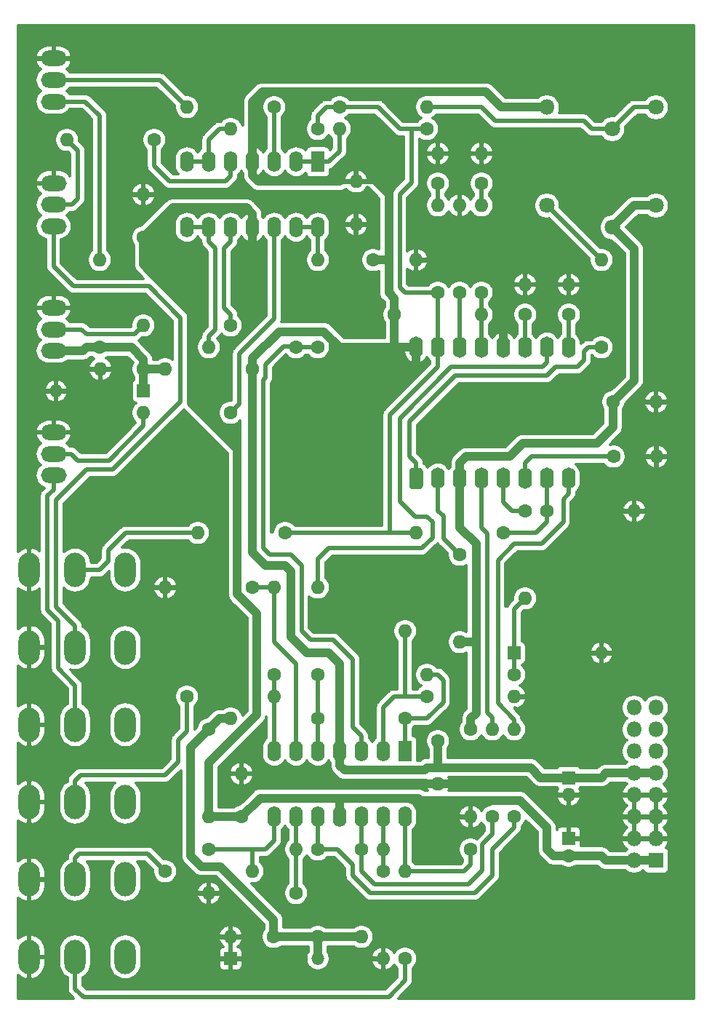
<source format=gbr>
G04 #@! TF.GenerationSoftware,KiCad,Pcbnew,5.1.5-52549c5~86~ubuntu18.04.1*
G04 #@! TF.CreationDate,2020-05-03T01:58:37+09:00*
G04 #@! TF.ProjectId,3340VCO_pcb_main,76333334-305f-4657-9572-6f7261636b2e,rev?*
G04 #@! TF.SameCoordinates,PX2faf080PY9ce1220*
G04 #@! TF.FileFunction,Copper,L2,Bot*
G04 #@! TF.FilePolarity,Positive*
%FSLAX46Y46*%
G04 Gerber Fmt 4.6, Leading zero omitted, Abs format (unit mm)*
G04 Created by KiCad (PCBNEW 5.1.5-52549c5~86~ubuntu18.04.1) date 2020-05-03 01:58:37*
%MOMM*%
%LPD*%
G04 APERTURE LIST*
%ADD10O,2.500000X4.000000*%
%ADD11C,1.600000*%
%ADD12O,1.600000X1.600000*%
%ADD13R,1.500000X1.500000*%
%ADD14O,1.500000X1.500000*%
%ADD15R,1.600000X1.600000*%
%ADD16O,1.800000X1.800000*%
%ADD17R,1.800000X1.800000*%
%ADD18C,1.800000*%
%ADD19C,0.100000*%
%ADD20O,1.600000X2.500000*%
%ADD21O,3.000000X1.800000*%
%ADD22O,1.600000X2.400000*%
%ADD23R,1.600000X2.400000*%
%ADD24C,1.000000*%
%ADD25C,0.500000*%
%ADD26C,0.300000*%
G04 APERTURE END LIST*
D10*
X13150000Y32500000D03*
X7300000Y32500000D03*
X1950000Y32500000D03*
X13150000Y5500000D03*
X7300000Y5500000D03*
X1950000Y5500000D03*
X13150000Y14500000D03*
X7300000Y14500000D03*
X1950000Y14500000D03*
X13150000Y23500000D03*
X7300000Y23500000D03*
X1950000Y23500000D03*
X13150000Y41500000D03*
X7300000Y41500000D03*
X1950000Y41500000D03*
X13150000Y50500000D03*
X7300000Y50500000D03*
X1950000Y50500000D03*
D11*
X30480000Y38300000D03*
D12*
X30480000Y48460000D03*
D11*
X17780000Y15440000D03*
D12*
X27940000Y15440000D03*
X43180000Y5280000D03*
D11*
X43180000Y15440000D03*
D12*
X33020000Y17980000D03*
D11*
X22860000Y17980000D03*
X53340000Y17980000D03*
D12*
X43180000Y17980000D03*
D11*
X35560000Y38300000D03*
D12*
X35560000Y48460000D03*
D11*
X33020000Y12900000D03*
D12*
X22860000Y12900000D03*
X25400000Y7820000D03*
D11*
X30400000Y7820000D03*
X58420000Y21790000D03*
D12*
X58420000Y31950000D03*
D13*
X25400000Y5280000D03*
D14*
X35560000Y5280000D03*
D12*
X22860000Y21790000D03*
D11*
X22860000Y31950000D03*
X68580000Y76400000D03*
D12*
X68580000Y86560000D03*
X15240000Y94180000D03*
D11*
X15240000Y89180000D03*
D12*
X49530000Y98950000D03*
D11*
X49530000Y95450000D03*
D12*
X54610000Y98950000D03*
D11*
X54610000Y95450000D03*
X69970000Y63700000D03*
D12*
X74970000Y63700000D03*
D11*
X64770000Y80200000D03*
D12*
X64770000Y83700000D03*
D11*
X59690000Y80200000D03*
D12*
X59690000Y83700000D03*
X10240000Y73860000D03*
D11*
X15240000Y73860000D03*
D15*
X64770000Y26330000D03*
D12*
X64770000Y24330000D03*
D11*
X64770000Y17250000D03*
D15*
X64770000Y19250000D03*
D12*
X74930000Y70050000D03*
D11*
X69930000Y70050000D03*
D12*
X46990000Y86560000D03*
D11*
X41990000Y86560000D03*
D12*
X49530000Y25600000D03*
D11*
X49530000Y30600000D03*
X26670000Y21790000D03*
D12*
X26670000Y26790000D03*
X40005000Y95704000D03*
X40005000Y90704000D03*
D16*
X72390000Y34490000D03*
X74930000Y34490000D03*
X72390000Y31950000D03*
X74930000Y31950000D03*
X72390000Y29410000D03*
X74930000Y29410000D03*
X72390000Y26870000D03*
X74930000Y26870000D03*
X72390000Y24330000D03*
X74930000Y24330000D03*
X72390000Y21790000D03*
X74930000Y21790000D03*
X72390000Y19250000D03*
X74930000Y19250000D03*
X72390000Y16710000D03*
D17*
X74930000Y16710000D03*
D11*
X31750000Y54810000D03*
D12*
X21590000Y54810000D03*
X48260000Y104340000D03*
D11*
X38100000Y104340000D03*
X25400000Y78940000D03*
D12*
X15240000Y78940000D03*
X15240000Y68780000D03*
D11*
X25400000Y68780000D03*
D12*
X49530000Y92910000D03*
D11*
X49530000Y82750000D03*
X57150000Y54810000D03*
D12*
X46990000Y54810000D03*
X72390000Y57350000D03*
D11*
X62230000Y57350000D03*
X44450000Y80200000D03*
D12*
X54610000Y80200000D03*
D11*
X54610000Y82750000D03*
D12*
X54610000Y92910000D03*
D11*
X59690000Y57350000D03*
D12*
X59690000Y47190000D03*
X52070000Y92910000D03*
D11*
X52070000Y82750000D03*
X53340000Y31950000D03*
D12*
X53340000Y21790000D03*
D11*
X40640000Y17980000D03*
D12*
X40640000Y7820000D03*
X45720000Y15440000D03*
D11*
X45720000Y5280000D03*
D18*
X62230000Y92910000D03*
X69850000Y90370000D03*
X74930000Y92910000D03*
G04 #@! TA.AperFunction,ComponentPad*
D19*
G36*
X47429207Y62398074D02*
G01*
X47468036Y62392314D01*
X47506114Y62382776D01*
X47543073Y62369552D01*
X47578559Y62352769D01*
X47612228Y62332588D01*
X47643757Y62309204D01*
X47672843Y62282843D01*
X47699204Y62253757D01*
X47722588Y62222228D01*
X47742769Y62188559D01*
X47759552Y62153073D01*
X47772776Y62116114D01*
X47782314Y62078036D01*
X47788074Y62039207D01*
X47790000Y62000000D01*
X47790000Y60300000D01*
X47788074Y60260793D01*
X47782314Y60221964D01*
X47772776Y60183886D01*
X47759552Y60146927D01*
X47742769Y60111441D01*
X47722588Y60077772D01*
X47699204Y60046243D01*
X47672843Y60017157D01*
X47643757Y59990796D01*
X47612228Y59967412D01*
X47578559Y59947231D01*
X47543073Y59930448D01*
X47506114Y59917224D01*
X47468036Y59907686D01*
X47429207Y59901926D01*
X47390000Y59900000D01*
X46590000Y59900000D01*
X46550793Y59901926D01*
X46511964Y59907686D01*
X46473886Y59917224D01*
X46436927Y59930448D01*
X46401441Y59947231D01*
X46367772Y59967412D01*
X46336243Y59990796D01*
X46307157Y60017157D01*
X46280796Y60046243D01*
X46257412Y60077772D01*
X46237231Y60111441D01*
X46220448Y60146927D01*
X46207224Y60183886D01*
X46197686Y60221964D01*
X46191926Y60260793D01*
X46190000Y60300000D01*
X46190000Y62000000D01*
X46191926Y62039207D01*
X46197686Y62078036D01*
X46207224Y62116114D01*
X46220448Y62153073D01*
X46237231Y62188559D01*
X46257412Y62222228D01*
X46280796Y62253757D01*
X46307157Y62282843D01*
X46336243Y62309204D01*
X46367772Y62332588D01*
X46401441Y62352769D01*
X46436927Y62369552D01*
X46473886Y62382776D01*
X46511964Y62392314D01*
X46550793Y62398074D01*
X46590000Y62400000D01*
X47390000Y62400000D01*
X47429207Y62398074D01*
G37*
G04 #@! TD.AperFunction*
D20*
X49530000Y61150000D03*
X52070000Y61150000D03*
X54610000Y61150000D03*
X57150000Y61150000D03*
X59690000Y61150000D03*
X62230000Y61150000D03*
X64770000Y61150000D03*
X64770000Y76390000D03*
X62230000Y76390000D03*
X59690000Y76390000D03*
X57150000Y76390000D03*
X54610000Y76390000D03*
X52070000Y76390000D03*
X49530000Y76390000D03*
X46990000Y76390000D03*
D13*
X58420000Y40840000D03*
D14*
X68580000Y40840000D03*
D11*
X10160000Y76400000D03*
D12*
X10160000Y86560000D03*
X6350000Y100530000D03*
D11*
X16510000Y100530000D03*
X33020000Y76400000D03*
D12*
X22860000Y76400000D03*
X35560000Y86560000D03*
D11*
X35560000Y76400000D03*
X35560000Y101800000D03*
D12*
X25400000Y101800000D03*
X38100000Y101800000D03*
D11*
X48260000Y101800000D03*
X48260000Y35760000D03*
D12*
X58420000Y35760000D03*
X45720000Y43380000D03*
D11*
X45720000Y33220000D03*
X58420000Y38300000D03*
D12*
X48260000Y38300000D03*
X35560000Y7820000D03*
D11*
X35560000Y17980000D03*
D12*
X25400000Y33220000D03*
D11*
X35560000Y33220000D03*
D12*
X17780000Y48460000D03*
D11*
X27940000Y48460000D03*
X20320000Y35760000D03*
D12*
X30480000Y35760000D03*
D21*
X4800000Y76000000D03*
X4800000Y78500000D03*
X4800000Y81000000D03*
X4800000Y66500000D03*
X4800000Y64000000D03*
X4800000Y61500000D03*
X4800000Y90500000D03*
X4800000Y93000000D03*
X4800000Y95500000D03*
X4800000Y110000000D03*
X4800000Y107500000D03*
X4800000Y105000000D03*
D16*
X62230000Y104340000D03*
D18*
X69850000Y101800000D03*
X74930000Y104340000D03*
D22*
X35560000Y90370000D03*
X20320000Y97990000D03*
X33020000Y90370000D03*
X22860000Y97990000D03*
X30480000Y90370000D03*
X25400000Y97990000D03*
X27940000Y90370000D03*
X27940000Y97990000D03*
X25400000Y90370000D03*
X30480000Y97990000D03*
X22860000Y90370000D03*
X33020000Y97990000D03*
X20320000Y90370000D03*
D23*
X35560000Y97990000D03*
D11*
X30480000Y104340000D03*
D12*
X20320000Y104340000D03*
D23*
X45720000Y29410000D03*
D22*
X30480000Y21790000D03*
X43180000Y29410000D03*
X33020000Y21790000D03*
X40640000Y29410000D03*
X35560000Y21790000D03*
X38100000Y29410000D03*
X38100000Y21790000D03*
X35560000Y29410000D03*
X40640000Y21790000D03*
X33020000Y29410000D03*
X43180000Y21790000D03*
X30480000Y29410000D03*
X45720000Y21790000D03*
D13*
X15240000Y71320000D03*
D14*
X5080000Y71320000D03*
D11*
X27940000Y73860000D03*
D12*
X17780000Y73860000D03*
D11*
X55880000Y21790000D03*
D12*
X55880000Y31950000D03*
D11*
X52070000Y52270000D03*
D12*
X52070000Y42110000D03*
D24*
X49530000Y25600000D02*
X51562000Y25600000D01*
X49530000Y25600000D02*
X47244000Y25600000D01*
X57150000Y76390000D02*
X57150000Y78640000D01*
D25*
X49530000Y92910000D02*
X49530000Y95450000D01*
X54610000Y92910000D02*
X54610000Y95450000D01*
X59690000Y62938000D02*
X59690000Y61150000D01*
X69970000Y63700000D02*
X60452000Y63700000D01*
X60452000Y63700000D02*
X59690000Y62938000D01*
X59690000Y80200000D02*
X59690000Y76390000D01*
D24*
X15240000Y71320000D02*
X15240000Y73860000D01*
X15240000Y73860000D02*
X17780000Y73860000D01*
X15240000Y75010000D02*
X15240000Y73860000D01*
X10160000Y76400000D02*
X13850000Y76400000D01*
X13850000Y76400000D02*
X15240000Y75010000D01*
X8636000Y76400000D02*
X10160000Y76400000D01*
X5000000Y76000000D02*
X8236000Y76000000D01*
X8236000Y76000000D02*
X8636000Y76400000D01*
X74930000Y26870000D02*
X72390000Y26870000D01*
X68580000Y26330000D02*
X64770000Y26330000D01*
X72390000Y26870000D02*
X69120000Y26870000D01*
X69120000Y26870000D02*
X68580000Y26330000D01*
X46980000Y76400000D02*
X46990000Y76390000D01*
X44450000Y80200000D02*
X44450000Y76400000D01*
X44450000Y76400000D02*
X46980000Y76400000D01*
X38100000Y27759000D02*
X38100000Y29410000D01*
X48260000Y27505000D02*
X47955001Y27200001D01*
X38658999Y27200001D02*
X38100000Y27759000D01*
X47955001Y27200001D02*
X38658999Y27200001D01*
X49530000Y27505000D02*
X49530000Y30600000D01*
X49530000Y27505000D02*
X48260000Y27505000D01*
X60325000Y27505000D02*
X49530000Y27505000D01*
X64770000Y26330000D02*
X61500000Y26330000D01*
X61500000Y26330000D02*
X60325000Y27505000D01*
X34290000Y40840000D02*
X36830000Y40840000D01*
X38100000Y39570000D02*
X38100000Y29410000D01*
X27940000Y52524000D02*
X29464000Y51000000D01*
X29464000Y51000000D02*
X31750000Y51000000D01*
X36830000Y40840000D02*
X38100000Y39570000D01*
X27940000Y73860000D02*
X27940000Y52524000D01*
X32385000Y42745000D02*
X34290000Y40840000D01*
X31750000Y51000000D02*
X32385000Y50365000D01*
X32385000Y50365000D02*
X32385000Y42745000D01*
X42291000Y95704000D02*
X43815000Y94180000D01*
X41990000Y86560000D02*
X43815000Y86560000D01*
X43815000Y94180000D02*
X43815000Y86560000D01*
X28630989Y95704000D02*
X38100000Y95704000D01*
X27940000Y97990000D02*
X27940000Y96394989D01*
X27940000Y96394989D02*
X28630989Y95704000D01*
X27940000Y104975000D02*
X27940000Y97990000D01*
X29083000Y106118000D02*
X27940000Y104975000D01*
X55118000Y106118000D02*
X29083000Y106118000D01*
X62230000Y104340000D02*
X56896000Y104340000D01*
X56896000Y104340000D02*
X55118000Y106118000D01*
X40640000Y76400000D02*
X40640000Y75130000D01*
X44450000Y76400000D02*
X40640000Y76400000D01*
X37338000Y76990002D02*
X37338000Y76082500D01*
X46990000Y76390000D02*
X46990000Y73860000D01*
X44450000Y82115000D02*
X44450000Y80200000D01*
X43815000Y86560000D02*
X43815000Y82750000D01*
X43815000Y82750000D02*
X44450000Y82115000D01*
X31051500Y78241500D02*
X27940000Y75130000D01*
X40640000Y76400000D02*
X38100000Y76400000D01*
X27940000Y75130000D02*
X27940000Y73860000D01*
X36258500Y78241500D02*
X31051500Y78241500D01*
X38100000Y76400000D02*
X36258500Y78241500D01*
X74930000Y16710000D02*
X72390000Y16710000D01*
X68580000Y17250000D02*
X64770000Y17250000D01*
X72390000Y16710000D02*
X69120000Y16710000D01*
X69120000Y16710000D02*
X68580000Y17250000D01*
X38100000Y21912755D02*
X38100000Y21790000D01*
X38100000Y23949000D02*
X38100000Y21790000D01*
X28829000Y23949000D02*
X26670000Y21790000D01*
X38100000Y23949000D02*
X28829000Y23949000D01*
X26670000Y21790000D02*
X22860000Y21790000D01*
X62230000Y20520000D02*
X62230000Y17980000D01*
X38100000Y23949000D02*
X47244000Y23949000D01*
X62960000Y17250000D02*
X64770000Y17250000D01*
X47244000Y23949000D02*
X47498000Y23695000D01*
X59055000Y23695000D02*
X62230000Y20520000D01*
X62230000Y17980000D02*
X62960000Y17250000D01*
X27940000Y91935000D02*
X27940000Y90370000D01*
X27219000Y92656000D02*
X27940000Y91935000D01*
X15240000Y89180000D02*
X18716000Y92656000D01*
X18716000Y92656000D02*
X27219000Y92656000D01*
X50165000Y23695000D02*
X50165000Y22425000D01*
X50165000Y23695000D02*
X59055000Y23695000D01*
X47498000Y23695000D02*
X50165000Y23695000D01*
X15240000Y86052000D02*
X15240000Y89180000D01*
X20828000Y80464000D02*
X15240000Y86052000D01*
X20828000Y69922000D02*
X20828000Y80464000D01*
X22860000Y28047500D02*
X28448000Y33635500D01*
X22860000Y21790000D02*
X22860000Y28047500D01*
X28448000Y33635500D02*
X28448000Y45412000D01*
X28448000Y45412000D02*
X26174700Y47685300D01*
X26174700Y47685300D02*
X26174700Y64575300D01*
X26174700Y64575300D02*
X20828000Y69922000D01*
X15240000Y89180000D02*
X16510000Y87910000D01*
X15240000Y89180000D02*
X16430000Y89180000D01*
X27940000Y90370000D02*
X27940000Y87830000D01*
D25*
X10160000Y87691370D02*
X10160000Y86560000D01*
X5000000Y105000000D02*
X8484000Y105000000D01*
X10160000Y103324000D02*
X10160000Y87691370D01*
X8484000Y105000000D02*
X10160000Y103324000D01*
X6870000Y64000000D02*
X5000000Y64000000D01*
X11246000Y63250000D02*
X7620000Y63250000D01*
X15240000Y68780000D02*
X15240000Y67244000D01*
X7620000Y63250000D02*
X6870000Y64000000D01*
X15240000Y67244000D02*
X11246000Y63250000D01*
X25400000Y96290000D02*
X25400000Y97990000D01*
X16510000Y100530000D02*
X16510000Y97482000D01*
X24814000Y95704000D02*
X25400000Y96290000D01*
X18288000Y95704000D02*
X24814000Y95704000D01*
X16510000Y97482000D02*
X18288000Y95704000D01*
X7620000Y99260000D02*
X6350000Y100530000D01*
X7620000Y93672000D02*
X7620000Y99260000D01*
X5000000Y93000000D02*
X6948000Y93000000D01*
X6948000Y93000000D02*
X7620000Y93672000D01*
X17160000Y107500000D02*
X19520001Y105139999D01*
X19520001Y105139999D02*
X20320000Y104340000D01*
X5000000Y107500000D02*
X17160000Y107500000D01*
X49530000Y76390000D02*
X49530000Y82750000D01*
X35560000Y101800000D02*
X35560000Y103324000D01*
X36576000Y104340000D02*
X38100000Y104340000D01*
X35560000Y103324000D02*
X36576000Y104340000D01*
X38100000Y104340000D02*
X42545000Y104340000D01*
X42545000Y104340000D02*
X45085000Y101800000D01*
X43942000Y68526000D02*
X43942000Y55572000D01*
X49530000Y76390000D02*
X49530000Y74114000D01*
X49530000Y74114000D02*
X43942000Y68526000D01*
X43942000Y55572000D02*
X43942000Y54810000D01*
X43942000Y54810000D02*
X46990000Y54810000D01*
X45085000Y101800000D02*
X46482000Y101800000D01*
X46482000Y101800000D02*
X48260000Y101800000D01*
X43180000Y54810000D02*
X43942000Y54810000D01*
X31750000Y54810000D02*
X43180000Y54810000D01*
X46482000Y95577000D02*
X46482000Y101800000D01*
X45085000Y94180000D02*
X46482000Y95577000D01*
X45085000Y83385000D02*
X45085000Y94180000D01*
X49530000Y82750000D02*
X45720000Y82750000D01*
X45720000Y82750000D02*
X45085000Y83385000D01*
X72390000Y104340000D02*
X69850000Y101800000D01*
X74930000Y104340000D02*
X72390000Y104340000D01*
X67450000Y101800000D02*
X69850000Y101800000D01*
X56200000Y102750000D02*
X66500000Y102750000D01*
X48260000Y104340000D02*
X54610000Y104340000D01*
X66500000Y102750000D02*
X67450000Y101800000D01*
X54610000Y104340000D02*
X56200000Y102750000D01*
X43180000Y29410000D02*
X43180000Y34490000D01*
X43180000Y34490000D02*
X44450000Y35760000D01*
X45720000Y35760000D02*
X45720000Y43380000D01*
X45720000Y35760000D02*
X48260000Y35760000D01*
X44450000Y35760000D02*
X45720000Y35760000D01*
X45720000Y29410000D02*
X45720000Y33220000D01*
X48260000Y33220000D02*
X45720000Y33220000D01*
X50165000Y35125000D02*
X48260000Y33220000D01*
X50165000Y37665000D02*
X50165000Y35125000D01*
X48260000Y38300000D02*
X49530000Y38300000D01*
X49530000Y38300000D02*
X50165000Y37665000D01*
X54610000Y76390000D02*
X54610000Y80200000D01*
X54610000Y80200000D02*
X54610000Y82750000D01*
X49530000Y57386250D02*
X49530000Y61150000D01*
X50165000Y56751250D02*
X49530000Y57386250D01*
X52070000Y52270000D02*
X50165000Y54175000D01*
X50165000Y54175000D02*
X50165000Y56751250D01*
D24*
X72390000Y92910000D02*
X69850000Y90370000D01*
X74930000Y92910000D02*
X72390000Y92910000D01*
X72390000Y72510000D02*
X69930000Y70050000D01*
X69850000Y90370000D02*
X72390000Y87830000D01*
X72390000Y87830000D02*
X72390000Y72510000D01*
X53340000Y31950000D02*
X53340000Y33220000D01*
X53340000Y33220000D02*
X53975000Y33855000D01*
X52070000Y62938000D02*
X52070000Y61150000D01*
X69930000Y67082000D02*
X68072000Y65224000D01*
X69930000Y70050000D02*
X69930000Y67082000D01*
X59436000Y65224000D02*
X57912000Y63700000D01*
X68072000Y65224000D02*
X59436000Y65224000D01*
X57912000Y63700000D02*
X52832000Y63700000D01*
X52832000Y63700000D02*
X52070000Y62938000D01*
X52070000Y42110000D02*
X53975000Y42110000D01*
X53975000Y33855000D02*
X53975000Y42110000D01*
X53975000Y42110000D02*
X53975000Y53540000D01*
X52070000Y55445000D02*
X52070000Y61150000D01*
X53975000Y53540000D02*
X52070000Y55445000D01*
D25*
X58420000Y38300000D02*
X58420000Y40840000D01*
X58420000Y45920000D02*
X59690000Y47190000D01*
X58420000Y40840000D02*
X58420000Y45920000D01*
X4800000Y59864000D02*
X4800000Y61500000D01*
X7300000Y37096000D02*
X5334000Y39062000D01*
X5334000Y39062000D02*
X5334000Y44586500D01*
X7300000Y32500000D02*
X7300000Y37096000D01*
X4064000Y59128000D02*
X4800000Y59864000D01*
X5334000Y44586500D02*
X4064000Y45856500D01*
X4064000Y45856500D02*
X4064000Y59128000D01*
X10168000Y50500000D02*
X7300000Y50500000D01*
X11176000Y51508000D02*
X10168000Y50500000D01*
X21590000Y54810000D02*
X13208000Y54810000D01*
X11176000Y52778000D02*
X11176000Y51508000D01*
X13208000Y54810000D02*
X11176000Y52778000D01*
X7300000Y44000000D02*
X7300000Y41500000D01*
X5080000Y46220000D02*
X7300000Y44000000D01*
X5080000Y58620000D02*
X5080000Y46220000D01*
X8636000Y62176000D02*
X5080000Y58620000D01*
X4800000Y85824000D02*
X7112000Y83512000D01*
X15875000Y83512000D02*
X19558000Y79829000D01*
X19558000Y79829000D02*
X19558000Y70050000D01*
X4800000Y90500000D02*
X4800000Y85824000D01*
X7112000Y83512000D02*
X15875000Y83512000D01*
X11684000Y62176000D02*
X8636000Y62176000D01*
X19558000Y70050000D02*
X11684000Y62176000D01*
X7300000Y1790000D02*
X7300000Y5500000D01*
X8255000Y835000D02*
X7300000Y1790000D01*
X43815000Y835000D02*
X8255000Y835000D01*
X45720000Y5280000D02*
X45720000Y2740000D01*
X45720000Y2740000D02*
X43815000Y835000D01*
X15748000Y17472000D02*
X17780000Y15440000D01*
X7772000Y17472000D02*
X15748000Y17472000D01*
X7300000Y14500000D02*
X7300000Y17000000D01*
X7300000Y17000000D02*
X7772000Y17472000D01*
X7300000Y26000000D02*
X7300000Y23500000D01*
X20320000Y31696000D02*
X19304000Y30680000D01*
X19304000Y30680000D02*
X19304000Y28140000D01*
X19304000Y28140000D02*
X17780000Y26616000D01*
X20320000Y35760000D02*
X20320000Y31696000D01*
X17780000Y26616000D02*
X7916000Y26616000D01*
X7916000Y26616000D02*
X7300000Y26000000D01*
X25400000Y80210000D02*
X25400000Y78940000D01*
X24638000Y80972000D02*
X25400000Y80210000D01*
X25400000Y90370000D02*
X25400000Y88670000D01*
X24638000Y87908000D02*
X24638000Y80972000D01*
X25400000Y88670000D02*
X24638000Y87908000D01*
X30480000Y86560000D02*
X30480000Y90370000D01*
X30480000Y79702000D02*
X30480000Y86560000D01*
X26416000Y75638000D02*
X30480000Y79702000D01*
X25400000Y68780000D02*
X26416000Y69796000D01*
X26416000Y69796000D02*
X26416000Y75638000D01*
X30480000Y104340000D02*
X30480000Y97990000D01*
X33020000Y76400000D02*
X35560000Y76400000D01*
X31571130Y76538630D02*
X33020000Y76538630D01*
X29464000Y74431500D02*
X31571130Y76538630D01*
X29210000Y72590000D02*
X29464000Y72844000D01*
X29972000Y52270000D02*
X29210000Y53032000D01*
X32385000Y52270000D02*
X29972000Y52270000D01*
X33655000Y51000000D02*
X32385000Y52270000D01*
X29464000Y72844000D02*
X29464000Y74431500D01*
X40640000Y31188000D02*
X39624000Y32204000D01*
X40640000Y29410000D02*
X40640000Y31188000D01*
X29210000Y53032000D02*
X29210000Y72590000D01*
X39624000Y32204000D02*
X39624000Y40078000D01*
X39624000Y40078000D02*
X37338000Y42364000D01*
X33655000Y43380000D02*
X33655000Y51000000D01*
X37338000Y42364000D02*
X34671000Y42364000D01*
X34671000Y42364000D02*
X33655000Y43380000D01*
X20320000Y90370000D02*
X22860000Y90370000D01*
X23622000Y78432000D02*
X22860000Y77670000D01*
X23622000Y87908000D02*
X23622000Y78432000D01*
X22860000Y90370000D02*
X22860000Y88670000D01*
X22860000Y77670000D02*
X22860000Y76400000D01*
X22860000Y88670000D02*
X23622000Y87908000D01*
X33020000Y90370000D02*
X35560000Y90370000D01*
X35560000Y90370000D02*
X35560000Y86560000D01*
X22860000Y97990000D02*
X20320000Y97990000D01*
X25400000Y101800000D02*
X24130000Y101800000D01*
X22860000Y100530000D02*
X22860000Y97990000D01*
X24130000Y101800000D02*
X22860000Y100530000D01*
X33020000Y97990000D02*
X35560000Y97990000D01*
X38100000Y100668630D02*
X38100000Y101800000D01*
X36860000Y97990000D02*
X38100000Y99230000D01*
X38100000Y99230000D02*
X38100000Y100668630D01*
X35560000Y97990000D02*
X36860000Y97990000D01*
X62230000Y57350000D02*
X62230000Y61150000D01*
X60960000Y54810000D02*
X57150000Y54810000D01*
X62230000Y57350000D02*
X62230000Y56080000D01*
X62230000Y56080000D02*
X60960000Y54810000D01*
X58175000Y57350000D02*
X59690000Y57350000D01*
X57150000Y61150000D02*
X57150000Y58375000D01*
X57150000Y58375000D02*
X58175000Y57350000D01*
X67056000Y76400000D02*
X68580000Y76400000D01*
X66548000Y75892000D02*
X67056000Y76400000D01*
X66548000Y74876000D02*
X66548000Y75892000D01*
X65786000Y74114000D02*
X66548000Y74876000D01*
X46990000Y62938000D02*
X46228000Y63700000D01*
X46990000Y61150000D02*
X46990000Y62938000D01*
X63246000Y74114000D02*
X65786000Y74114000D01*
X46228000Y63700000D02*
X46228000Y67764000D01*
X46228000Y67764000D02*
X51562000Y73098000D01*
X51562000Y73098000D02*
X62230000Y73098000D01*
X62230000Y73098000D02*
X63246000Y74114000D01*
X68580000Y86560000D02*
X62230000Y92910000D01*
X35560000Y17980000D02*
X35560000Y21790000D01*
X37846000Y17980000D02*
X35560000Y17980000D01*
X39624000Y16202000D02*
X37846000Y17980000D01*
X39624000Y14932000D02*
X39624000Y16202000D01*
X58420000Y20520000D02*
X55880000Y17980000D01*
X58420000Y21790000D02*
X58420000Y20520000D01*
X41656000Y12900000D02*
X39624000Y14932000D01*
X55880000Y17980000D02*
X55880000Y14932000D01*
X55880000Y14932000D02*
X53848000Y12900000D01*
X53848000Y12900000D02*
X41656000Y12900000D01*
X58420000Y33081370D02*
X58420000Y31950000D01*
X56515000Y34986370D02*
X58420000Y33081370D01*
X61595000Y53540000D02*
X58420000Y53540000D01*
X64135000Y56080000D02*
X61595000Y53540000D01*
X64135000Y58765000D02*
X64135000Y56080000D01*
X64770000Y59400000D02*
X64135000Y58765000D01*
X64770000Y61150000D02*
X64770000Y59400000D01*
X58420000Y53540000D02*
X56515000Y51635000D01*
X56515000Y51635000D02*
X56515000Y34986370D01*
X8060000Y78500000D02*
X5000000Y78500000D01*
X8636000Y77924000D02*
X8060000Y78500000D01*
X15240000Y78940000D02*
X14224000Y77924000D01*
X14224000Y77924000D02*
X8636000Y77924000D01*
X64770000Y80200000D02*
X64770000Y76390000D01*
X35560000Y29410000D02*
X35560000Y33220000D01*
X35560000Y38300000D02*
X35560000Y33220000D01*
X47688500Y53032000D02*
X36830000Y53032000D01*
X48895000Y56080000D02*
X48895000Y54238500D01*
X48260000Y56715000D02*
X48895000Y56080000D01*
X35560000Y51762000D02*
X35560000Y48460000D01*
X48895000Y54238500D02*
X47688500Y53032000D01*
X46863000Y56715000D02*
X48260000Y56715000D01*
X62230000Y74640000D02*
X61704000Y74114000D01*
X61704000Y74114000D02*
X51054000Y74114000D01*
X62230000Y76390000D02*
X62230000Y74640000D01*
X51054000Y74114000D02*
X45085000Y68145000D01*
X36830000Y53032000D02*
X35560000Y51762000D01*
X45085000Y68145000D02*
X45085000Y58493000D01*
X45085000Y58493000D02*
X46863000Y56715000D01*
X55315710Y33925710D02*
X55880000Y33361421D01*
X54610000Y61150000D02*
X54610000Y55445000D01*
X55880000Y33361421D02*
X55880000Y31950000D01*
X55315710Y54739290D02*
X55315710Y33925710D01*
X54610000Y55445000D02*
X55315710Y54739290D01*
X33020000Y21790000D02*
X33020000Y15440000D01*
X33020000Y15440000D02*
X33020000Y12900000D01*
D24*
X40640000Y7820000D02*
X35560000Y7820000D01*
X35560000Y7820000D02*
X35560000Y5280000D01*
X24130000Y33220000D02*
X22860000Y31950000D01*
X25400000Y33220000D02*
X24130000Y33220000D01*
X30400000Y7820000D02*
X35560000Y7820000D01*
X20750000Y29840000D02*
X20750000Y17250000D01*
X20750000Y17250000D02*
X22000000Y16000000D01*
X22860000Y31950000D02*
X20750000Y29840000D01*
X24205000Y16000000D02*
X30400000Y9805000D01*
X22000000Y16000000D02*
X24205000Y16000000D01*
X30400000Y9805000D02*
X30400000Y7820000D01*
D25*
X52070000Y76390000D02*
X52070000Y82750000D01*
X40640000Y21790000D02*
X40640000Y17980000D01*
X40640000Y15440000D02*
X40640000Y16848630D01*
X55880000Y19758000D02*
X54690001Y18568001D01*
X53086000Y13916000D02*
X42164000Y13916000D01*
X55880000Y21790000D02*
X55880000Y19758000D01*
X54690001Y15520001D02*
X53086000Y13916000D01*
X40640000Y16848630D02*
X40640000Y17980000D01*
X54690001Y18568001D02*
X54690001Y15520001D01*
X42164000Y13916000D02*
X40640000Y15440000D01*
X45720000Y21790000D02*
X45720000Y15440000D01*
X53340000Y16202000D02*
X53340000Y17980000D01*
X45720000Y15440000D02*
X52578000Y15440000D01*
X52578000Y15440000D02*
X53340000Y16202000D01*
X43180000Y21790000D02*
X43180000Y17980000D01*
X43180000Y17980000D02*
X43180000Y15440000D01*
X27940000Y15440000D02*
X27940000Y17980000D01*
X22860000Y17980000D02*
X27940000Y17980000D01*
X30480000Y19035000D02*
X30480000Y21790000D01*
X27940000Y17980000D02*
X29425000Y17980000D01*
X29425000Y17980000D02*
X30480000Y19035000D01*
X30480000Y35760000D02*
X30480000Y29410000D01*
X30480000Y38300000D02*
X30480000Y35760000D01*
X33020000Y39570000D02*
X33020000Y29410000D01*
X30480000Y42110000D02*
X33020000Y39570000D01*
X30480000Y48460000D02*
X30480000Y43380000D01*
X30480000Y43380000D02*
X30480000Y42110000D01*
X27940000Y48460000D02*
X30480000Y48460000D01*
D26*
G36*
X55730000Y23238570D02*
G01*
X55457051Y23184277D01*
X55193167Y23074973D01*
X54955679Y22916289D01*
X54753711Y22714321D01*
X54602862Y22488559D01*
X54521139Y22631085D01*
X54334356Y22845353D01*
X54109361Y23019064D01*
X53854799Y23145543D01*
X53665059Y23203095D01*
X53440000Y23073611D01*
X53440000Y21890000D01*
X53460000Y21890000D01*
X53460000Y21690000D01*
X53440000Y21690000D01*
X53440000Y20506389D01*
X53665059Y20376905D01*
X53854799Y20434457D01*
X54109361Y20560936D01*
X54334356Y20734647D01*
X54521139Y20948915D01*
X54602862Y21091441D01*
X54753711Y20865679D01*
X54955679Y20663711D01*
X54980001Y20647460D01*
X54980001Y20130793D01*
X54084866Y19235658D01*
X54078511Y19230443D01*
X54026833Y19264973D01*
X53762949Y19374277D01*
X53482813Y19430000D01*
X53197187Y19430000D01*
X52917051Y19374277D01*
X52653167Y19264973D01*
X52415679Y19106289D01*
X52213711Y18904321D01*
X52055027Y18666833D01*
X51945723Y18402949D01*
X51890000Y18122813D01*
X51890000Y17837187D01*
X51945723Y17557051D01*
X52055027Y17293167D01*
X52213711Y17055679D01*
X52415679Y16853711D01*
X52440000Y16837460D01*
X52440000Y16574792D01*
X52205208Y16340000D01*
X46862540Y16340000D01*
X46846289Y16364321D01*
X46644321Y16566289D01*
X46620000Y16582540D01*
X46620000Y20252830D01*
X46750264Y20359735D01*
X46931464Y20580526D01*
X47066106Y20832424D01*
X47149019Y21105750D01*
X47170000Y21318775D01*
X47170000Y21464941D01*
X51926901Y21464941D01*
X52017469Y21195505D01*
X52158861Y20948915D01*
X52345644Y20734647D01*
X52570639Y20560936D01*
X52825201Y20434457D01*
X53014941Y20376905D01*
X53240000Y20506389D01*
X53240000Y21690000D01*
X52055948Y21690000D01*
X51926901Y21464941D01*
X47170000Y21464941D01*
X47170000Y22115059D01*
X51926901Y22115059D01*
X52055948Y21890000D01*
X53240000Y21890000D01*
X53240000Y23073611D01*
X53014941Y23203095D01*
X52825201Y23145543D01*
X52570639Y23019064D01*
X52345644Y22845353D01*
X52158861Y22631085D01*
X52017469Y22384495D01*
X51926901Y22115059D01*
X47170000Y22115059D01*
X47170000Y22261224D01*
X47149019Y22474250D01*
X47066106Y22747576D01*
X46931464Y22999474D01*
X46750265Y23220265D01*
X46529474Y23401464D01*
X46277576Y23536106D01*
X46248257Y23545000D01*
X55730000Y23545000D01*
X55730000Y23238570D01*
G37*
X55730000Y23238570D02*
X55457051Y23184277D01*
X55193167Y23074973D01*
X54955679Y22916289D01*
X54753711Y22714321D01*
X54602862Y22488559D01*
X54521139Y22631085D01*
X54334356Y22845353D01*
X54109361Y23019064D01*
X53854799Y23145543D01*
X53665059Y23203095D01*
X53440000Y23073611D01*
X53440000Y21890000D01*
X53460000Y21890000D01*
X53460000Y21690000D01*
X53440000Y21690000D01*
X53440000Y20506389D01*
X53665059Y20376905D01*
X53854799Y20434457D01*
X54109361Y20560936D01*
X54334356Y20734647D01*
X54521139Y20948915D01*
X54602862Y21091441D01*
X54753711Y20865679D01*
X54955679Y20663711D01*
X54980001Y20647460D01*
X54980001Y20130793D01*
X54084866Y19235658D01*
X54078511Y19230443D01*
X54026833Y19264973D01*
X53762949Y19374277D01*
X53482813Y19430000D01*
X53197187Y19430000D01*
X52917051Y19374277D01*
X52653167Y19264973D01*
X52415679Y19106289D01*
X52213711Y18904321D01*
X52055027Y18666833D01*
X51945723Y18402949D01*
X51890000Y18122813D01*
X51890000Y17837187D01*
X51945723Y17557051D01*
X52055027Y17293167D01*
X52213711Y17055679D01*
X52415679Y16853711D01*
X52440000Y16837460D01*
X52440000Y16574792D01*
X52205208Y16340000D01*
X46862540Y16340000D01*
X46846289Y16364321D01*
X46644321Y16566289D01*
X46620000Y16582540D01*
X46620000Y20252830D01*
X46750264Y20359735D01*
X46931464Y20580526D01*
X47066106Y20832424D01*
X47149019Y21105750D01*
X47170000Y21318775D01*
X47170000Y21464941D01*
X51926901Y21464941D01*
X52017469Y21195505D01*
X52158861Y20948915D01*
X52345644Y20734647D01*
X52570639Y20560936D01*
X52825201Y20434457D01*
X53014941Y20376905D01*
X53240000Y20506389D01*
X53240000Y21690000D01*
X52055948Y21690000D01*
X51926901Y21464941D01*
X47170000Y21464941D01*
X47170000Y22115059D01*
X51926901Y22115059D01*
X52055948Y21890000D01*
X53240000Y21890000D01*
X53240000Y23073611D01*
X53014941Y23203095D01*
X52825201Y23145543D01*
X52570639Y23019064D01*
X52345644Y22845353D01*
X52158861Y22631085D01*
X52017469Y22384495D01*
X51926901Y22115059D01*
X47170000Y22115059D01*
X47170000Y22261224D01*
X47149019Y22474250D01*
X47066106Y22747576D01*
X46931464Y22999474D01*
X46750265Y23220265D01*
X46529474Y23401464D01*
X46277576Y23536106D01*
X46248257Y23545000D01*
X55730000Y23545000D01*
X55730000Y23238570D01*
G36*
X44417343Y101194865D02*
G01*
X44445525Y101160525D01*
X44582568Y101048057D01*
X44738919Y100964486D01*
X44908569Y100913023D01*
X45040793Y100900000D01*
X45040802Y100900000D01*
X45084999Y100895647D01*
X45129196Y100900000D01*
X45582001Y100900000D01*
X45582000Y95949792D01*
X44479861Y94847653D01*
X44445526Y94819475D01*
X44417348Y94785140D01*
X44417345Y94785137D01*
X44333057Y94682431D01*
X44249487Y94526081D01*
X44198023Y94356430D01*
X44195420Y94330000D01*
X43877132Y94330000D01*
X42651066Y95556066D01*
X42628336Y95574720D01*
X42602403Y95588582D01*
X42574264Y95597118D01*
X42545000Y95600000D01*
X41291346Y95600000D01*
X41289052Y95604000D01*
X40105000Y95604000D01*
X40105000Y95600000D01*
X39905000Y95600000D01*
X39905000Y95604000D01*
X38720948Y95604000D01*
X38718654Y95600000D01*
X29272132Y95600000D01*
X28843073Y96029059D01*
X38591901Y96029059D01*
X38720948Y95804000D01*
X39905000Y95804000D01*
X39905000Y96987611D01*
X40105000Y96987611D01*
X40105000Y95804000D01*
X41289052Y95804000D01*
X41418099Y96029059D01*
X41327531Y96298495D01*
X41186139Y96545085D01*
X40999356Y96759353D01*
X40774361Y96933064D01*
X40519799Y97059543D01*
X40330059Y97117095D01*
X40105000Y96987611D01*
X39905000Y96987611D01*
X39679941Y97117095D01*
X39490201Y97059543D01*
X39235639Y96933064D01*
X39010644Y96759353D01*
X38823861Y96545085D01*
X38682469Y96298495D01*
X38591901Y96029059D01*
X28843073Y96029059D01*
X28580228Y96291904D01*
X28662430Y96328812D01*
X28894594Y96493984D01*
X29090074Y96701276D01*
X29209240Y96891463D01*
X29268536Y96780527D01*
X29449735Y96559736D01*
X29670526Y96378536D01*
X29922424Y96243894D01*
X30195750Y96160981D01*
X30480000Y96132985D01*
X30764249Y96160981D01*
X31037575Y96243894D01*
X31289473Y96378536D01*
X31510264Y96559735D01*
X31691464Y96780526D01*
X31750000Y96890040D01*
X31808536Y96780527D01*
X31989735Y96559736D01*
X32210526Y96378536D01*
X32462424Y96243894D01*
X32735750Y96160981D01*
X33020000Y96132985D01*
X33304249Y96160981D01*
X33577575Y96243894D01*
X33829473Y96378536D01*
X34050264Y96559735D01*
X34123523Y96649001D01*
X34156573Y96540052D01*
X34216930Y96427132D01*
X34298157Y96328157D01*
X34397132Y96246930D01*
X34510052Y96186573D01*
X34632578Y96149405D01*
X34760000Y96136855D01*
X36360000Y96136855D01*
X36487422Y96149405D01*
X36609948Y96186573D01*
X36722868Y96246930D01*
X36821843Y96328157D01*
X36903070Y96427132D01*
X36963427Y96540052D01*
X37000595Y96662578D01*
X37013145Y96790000D01*
X37013145Y97100730D01*
X37036431Y97103023D01*
X37206081Y97154486D01*
X37362432Y97238057D01*
X37499475Y97350525D01*
X37527657Y97384865D01*
X38705136Y98562344D01*
X38739475Y98590525D01*
X38851943Y98727568D01*
X38935514Y98883919D01*
X38986977Y99053569D01*
X39000000Y99185793D01*
X39000000Y99185794D01*
X39004354Y99230000D01*
X39000000Y99274207D01*
X39000000Y100657460D01*
X39024321Y100673711D01*
X39226289Y100875679D01*
X39384973Y101113167D01*
X39494277Y101377051D01*
X39550000Y101657187D01*
X39550000Y101942813D01*
X39494277Y102222949D01*
X39384973Y102486833D01*
X39226289Y102724321D01*
X39024321Y102926289D01*
X38809242Y103070000D01*
X39024321Y103213711D01*
X39226289Y103415679D01*
X39242540Y103440000D01*
X42172208Y103440000D01*
X44417343Y101194865D01*
G37*
X44417343Y101194865D02*
X44445525Y101160525D01*
X44582568Y101048057D01*
X44738919Y100964486D01*
X44908569Y100913023D01*
X45040793Y100900000D01*
X45040802Y100900000D01*
X45084999Y100895647D01*
X45129196Y100900000D01*
X45582001Y100900000D01*
X45582000Y95949792D01*
X44479861Y94847653D01*
X44445526Y94819475D01*
X44417348Y94785140D01*
X44417345Y94785137D01*
X44333057Y94682431D01*
X44249487Y94526081D01*
X44198023Y94356430D01*
X44195420Y94330000D01*
X43877132Y94330000D01*
X42651066Y95556066D01*
X42628336Y95574720D01*
X42602403Y95588582D01*
X42574264Y95597118D01*
X42545000Y95600000D01*
X41291346Y95600000D01*
X41289052Y95604000D01*
X40105000Y95604000D01*
X40105000Y95600000D01*
X39905000Y95600000D01*
X39905000Y95604000D01*
X38720948Y95604000D01*
X38718654Y95600000D01*
X29272132Y95600000D01*
X28843073Y96029059D01*
X38591901Y96029059D01*
X38720948Y95804000D01*
X39905000Y95804000D01*
X39905000Y96987611D01*
X40105000Y96987611D01*
X40105000Y95804000D01*
X41289052Y95804000D01*
X41418099Y96029059D01*
X41327531Y96298495D01*
X41186139Y96545085D01*
X40999356Y96759353D01*
X40774361Y96933064D01*
X40519799Y97059543D01*
X40330059Y97117095D01*
X40105000Y96987611D01*
X39905000Y96987611D01*
X39679941Y97117095D01*
X39490201Y97059543D01*
X39235639Y96933064D01*
X39010644Y96759353D01*
X38823861Y96545085D01*
X38682469Y96298495D01*
X38591901Y96029059D01*
X28843073Y96029059D01*
X28580228Y96291904D01*
X28662430Y96328812D01*
X28894594Y96493984D01*
X29090074Y96701276D01*
X29209240Y96891463D01*
X29268536Y96780527D01*
X29449735Y96559736D01*
X29670526Y96378536D01*
X29922424Y96243894D01*
X30195750Y96160981D01*
X30480000Y96132985D01*
X30764249Y96160981D01*
X31037575Y96243894D01*
X31289473Y96378536D01*
X31510264Y96559735D01*
X31691464Y96780526D01*
X31750000Y96890040D01*
X31808536Y96780527D01*
X31989735Y96559736D01*
X32210526Y96378536D01*
X32462424Y96243894D01*
X32735750Y96160981D01*
X33020000Y96132985D01*
X33304249Y96160981D01*
X33577575Y96243894D01*
X33829473Y96378536D01*
X34050264Y96559735D01*
X34123523Y96649001D01*
X34156573Y96540052D01*
X34216930Y96427132D01*
X34298157Y96328157D01*
X34397132Y96246930D01*
X34510052Y96186573D01*
X34632578Y96149405D01*
X34760000Y96136855D01*
X36360000Y96136855D01*
X36487422Y96149405D01*
X36609948Y96186573D01*
X36722868Y96246930D01*
X36821843Y96328157D01*
X36903070Y96427132D01*
X36963427Y96540052D01*
X37000595Y96662578D01*
X37013145Y96790000D01*
X37013145Y97100730D01*
X37036431Y97103023D01*
X37206081Y97154486D01*
X37362432Y97238057D01*
X37499475Y97350525D01*
X37527657Y97384865D01*
X38705136Y98562344D01*
X38739475Y98590525D01*
X38851943Y98727568D01*
X38935514Y98883919D01*
X38986977Y99053569D01*
X39000000Y99185793D01*
X39000000Y99185794D01*
X39004354Y99230000D01*
X39000000Y99274207D01*
X39000000Y100657460D01*
X39024321Y100673711D01*
X39226289Y100875679D01*
X39384973Y101113167D01*
X39494277Y101377051D01*
X39550000Y101657187D01*
X39550000Y101942813D01*
X39494277Y102222949D01*
X39384973Y102486833D01*
X39226289Y102724321D01*
X39024321Y102926289D01*
X38809242Y103070000D01*
X39024321Y103213711D01*
X39226289Y103415679D01*
X39242540Y103440000D01*
X42172208Y103440000D01*
X44417343Y101194865D01*
G36*
X48110000Y105788570D02*
G01*
X47837051Y105734277D01*
X47573167Y105624973D01*
X47335679Y105466289D01*
X47133711Y105264321D01*
X46975027Y105026833D01*
X46865723Y104762949D01*
X46810000Y104482813D01*
X46810000Y104197187D01*
X46865723Y103917051D01*
X46975027Y103653167D01*
X47133711Y103415679D01*
X47335679Y103213711D01*
X47550758Y103070000D01*
X47335679Y102926289D01*
X47133711Y102724321D01*
X47117460Y102700000D01*
X46526207Y102700000D01*
X46482000Y102704354D01*
X46437794Y102700000D01*
X45457792Y102700000D01*
X43212657Y104945135D01*
X43184475Y104979475D01*
X43047432Y105091943D01*
X42891081Y105175514D01*
X42721431Y105226977D01*
X42589207Y105240000D01*
X42589206Y105240000D01*
X42545000Y105244354D01*
X42500794Y105240000D01*
X39242540Y105240000D01*
X39226289Y105264321D01*
X39024321Y105466289D01*
X38786833Y105624973D01*
X38522949Y105734277D01*
X38242813Y105790000D01*
X37957187Y105790000D01*
X37677051Y105734277D01*
X37413167Y105624973D01*
X37175679Y105466289D01*
X36973711Y105264321D01*
X36957460Y105240000D01*
X36620206Y105240000D01*
X36576000Y105244354D01*
X36531793Y105240000D01*
X36399569Y105226977D01*
X36229919Y105175514D01*
X36073568Y105091943D01*
X35970862Y105007655D01*
X35970860Y105007653D01*
X35936525Y104979475D01*
X35908347Y104945140D01*
X34954860Y103991652D01*
X34920526Y103963475D01*
X34892348Y103929140D01*
X34892345Y103929137D01*
X34808057Y103826431D01*
X34724487Y103670081D01*
X34673023Y103500430D01*
X34655646Y103324000D01*
X34660001Y103279784D01*
X34660001Y102942540D01*
X34635679Y102926289D01*
X34433711Y102724321D01*
X34275027Y102486833D01*
X34165723Y102222949D01*
X34110000Y101942813D01*
X34110000Y101657187D01*
X34165723Y101377051D01*
X34275027Y101113167D01*
X34433711Y100875679D01*
X34635679Y100673711D01*
X34873167Y100515027D01*
X35137051Y100405723D01*
X35417187Y100350000D01*
X35702813Y100350000D01*
X35982949Y100405723D01*
X36246833Y100515027D01*
X36484321Y100673711D01*
X36686289Y100875679D01*
X36830000Y101090758D01*
X36973711Y100875679D01*
X37175679Y100673711D01*
X37200000Y100657460D01*
X37200000Y100624424D01*
X37200001Y100624414D01*
X37200000Y99602792D01*
X36980587Y99383379D01*
X36963427Y99439948D01*
X36903070Y99552868D01*
X36821843Y99651843D01*
X36722868Y99733070D01*
X36609948Y99793427D01*
X36487422Y99830595D01*
X36360000Y99843145D01*
X34760000Y99843145D01*
X34632578Y99830595D01*
X34510052Y99793427D01*
X34397132Y99733070D01*
X34298157Y99651843D01*
X34216930Y99552868D01*
X34156573Y99439948D01*
X34123524Y99330999D01*
X34050265Y99420265D01*
X33829474Y99601464D01*
X33577576Y99736106D01*
X33304250Y99819019D01*
X33020000Y99847015D01*
X32735751Y99819019D01*
X32462425Y99736106D01*
X32210527Y99601464D01*
X31989736Y99420265D01*
X31808536Y99199474D01*
X31750000Y99089961D01*
X31691464Y99199474D01*
X31510265Y99420265D01*
X31380000Y99527171D01*
X31380000Y103197460D01*
X31404321Y103213711D01*
X31606289Y103415679D01*
X31764973Y103653167D01*
X31874277Y103917051D01*
X31930000Y104197187D01*
X31930000Y104482813D01*
X31874277Y104762949D01*
X31764973Y105026833D01*
X31606289Y105264321D01*
X31404321Y105466289D01*
X31166833Y105624973D01*
X30902949Y105734277D01*
X30622813Y105790000D01*
X30337187Y105790000D01*
X30057051Y105734277D01*
X29793167Y105624973D01*
X29555679Y105466289D01*
X29353711Y105264321D01*
X29195027Y105026833D01*
X29085723Y104762949D01*
X29030000Y104482813D01*
X29030000Y104197187D01*
X29085723Y103917051D01*
X29195027Y103653167D01*
X29353711Y103415679D01*
X29555679Y103213711D01*
X29580000Y103197460D01*
X29580001Y99527171D01*
X29449736Y99420265D01*
X29268536Y99199474D01*
X29209240Y99088538D01*
X29090074Y99278724D01*
X28894594Y99486016D01*
X28662430Y99651188D01*
X28402503Y99767894D01*
X28265059Y99803095D01*
X28090000Y99702378D01*
X28090000Y104912868D01*
X29272132Y106095000D01*
X48110000Y106095000D01*
X48110000Y105788570D01*
G37*
X48110000Y105788570D02*
X47837051Y105734277D01*
X47573167Y105624973D01*
X47335679Y105466289D01*
X47133711Y105264321D01*
X46975027Y105026833D01*
X46865723Y104762949D01*
X46810000Y104482813D01*
X46810000Y104197187D01*
X46865723Y103917051D01*
X46975027Y103653167D01*
X47133711Y103415679D01*
X47335679Y103213711D01*
X47550758Y103070000D01*
X47335679Y102926289D01*
X47133711Y102724321D01*
X47117460Y102700000D01*
X46526207Y102700000D01*
X46482000Y102704354D01*
X46437794Y102700000D01*
X45457792Y102700000D01*
X43212657Y104945135D01*
X43184475Y104979475D01*
X43047432Y105091943D01*
X42891081Y105175514D01*
X42721431Y105226977D01*
X42589207Y105240000D01*
X42589206Y105240000D01*
X42545000Y105244354D01*
X42500794Y105240000D01*
X39242540Y105240000D01*
X39226289Y105264321D01*
X39024321Y105466289D01*
X38786833Y105624973D01*
X38522949Y105734277D01*
X38242813Y105790000D01*
X37957187Y105790000D01*
X37677051Y105734277D01*
X37413167Y105624973D01*
X37175679Y105466289D01*
X36973711Y105264321D01*
X36957460Y105240000D01*
X36620206Y105240000D01*
X36576000Y105244354D01*
X36531793Y105240000D01*
X36399569Y105226977D01*
X36229919Y105175514D01*
X36073568Y105091943D01*
X35970862Y105007655D01*
X35970860Y105007653D01*
X35936525Y104979475D01*
X35908347Y104945140D01*
X34954860Y103991652D01*
X34920526Y103963475D01*
X34892348Y103929140D01*
X34892345Y103929137D01*
X34808057Y103826431D01*
X34724487Y103670081D01*
X34673023Y103500430D01*
X34655646Y103324000D01*
X34660001Y103279784D01*
X34660001Y102942540D01*
X34635679Y102926289D01*
X34433711Y102724321D01*
X34275027Y102486833D01*
X34165723Y102222949D01*
X34110000Y101942813D01*
X34110000Y101657187D01*
X34165723Y101377051D01*
X34275027Y101113167D01*
X34433711Y100875679D01*
X34635679Y100673711D01*
X34873167Y100515027D01*
X35137051Y100405723D01*
X35417187Y100350000D01*
X35702813Y100350000D01*
X35982949Y100405723D01*
X36246833Y100515027D01*
X36484321Y100673711D01*
X36686289Y100875679D01*
X36830000Y101090758D01*
X36973711Y100875679D01*
X37175679Y100673711D01*
X37200000Y100657460D01*
X37200000Y100624424D01*
X37200001Y100624414D01*
X37200000Y99602792D01*
X36980587Y99383379D01*
X36963427Y99439948D01*
X36903070Y99552868D01*
X36821843Y99651843D01*
X36722868Y99733070D01*
X36609948Y99793427D01*
X36487422Y99830595D01*
X36360000Y99843145D01*
X34760000Y99843145D01*
X34632578Y99830595D01*
X34510052Y99793427D01*
X34397132Y99733070D01*
X34298157Y99651843D01*
X34216930Y99552868D01*
X34156573Y99439948D01*
X34123524Y99330999D01*
X34050265Y99420265D01*
X33829474Y99601464D01*
X33577576Y99736106D01*
X33304250Y99819019D01*
X33020000Y99847015D01*
X32735751Y99819019D01*
X32462425Y99736106D01*
X32210527Y99601464D01*
X31989736Y99420265D01*
X31808536Y99199474D01*
X31750000Y99089961D01*
X31691464Y99199474D01*
X31510265Y99420265D01*
X31380000Y99527171D01*
X31380000Y103197460D01*
X31404321Y103213711D01*
X31606289Y103415679D01*
X31764973Y103653167D01*
X31874277Y103917051D01*
X31930000Y104197187D01*
X31930000Y104482813D01*
X31874277Y104762949D01*
X31764973Y105026833D01*
X31606289Y105264321D01*
X31404321Y105466289D01*
X31166833Y105624973D01*
X30902949Y105734277D01*
X30622813Y105790000D01*
X30337187Y105790000D01*
X30057051Y105734277D01*
X29793167Y105624973D01*
X29555679Y105466289D01*
X29353711Y105264321D01*
X29195027Y105026833D01*
X29085723Y104762949D01*
X29030000Y104482813D01*
X29030000Y104197187D01*
X29085723Y103917051D01*
X29195027Y103653167D01*
X29353711Y103415679D01*
X29555679Y103213711D01*
X29580000Y103197460D01*
X29580001Y99527171D01*
X29449736Y99420265D01*
X29268536Y99199474D01*
X29209240Y99088538D01*
X29090074Y99278724D01*
X28894594Y99486016D01*
X28662430Y99651188D01*
X28402503Y99767894D01*
X28265059Y99803095D01*
X28090000Y99702378D01*
X28090000Y104912868D01*
X29272132Y106095000D01*
X48110000Y106095000D01*
X48110000Y105788570D01*
G36*
X27299772Y92068096D02*
G01*
X27217570Y92031188D01*
X26985406Y91866016D01*
X26789926Y91658724D01*
X26670760Y91468538D01*
X26611464Y91579474D01*
X26430265Y91800265D01*
X26209474Y91981464D01*
X25957576Y92116106D01*
X25684250Y92199019D01*
X25400000Y92227015D01*
X25115751Y92199019D01*
X24842425Y92116106D01*
X24590527Y91981464D01*
X24369736Y91800265D01*
X24188536Y91579474D01*
X24130000Y91469961D01*
X24071464Y91579474D01*
X23890265Y91800265D01*
X23669474Y91981464D01*
X23417576Y92116106D01*
X23144250Y92199019D01*
X22860000Y92227015D01*
X22575751Y92199019D01*
X22302425Y92116106D01*
X22050527Y91981464D01*
X21829736Y91800265D01*
X21648536Y91579474D01*
X21590000Y91469961D01*
X21531464Y91579474D01*
X21350265Y91800265D01*
X21129474Y91981464D01*
X20877576Y92116106D01*
X20604250Y92199019D01*
X20320000Y92227015D01*
X20035751Y92199019D01*
X19762425Y92116106D01*
X19510527Y91981464D01*
X19289736Y91800265D01*
X19108536Y91579474D01*
X18973894Y91327576D01*
X18890981Y91054250D01*
X18870000Y90841225D01*
X18870000Y89898776D01*
X18890981Y89685751D01*
X18973894Y89412425D01*
X19108536Y89160527D01*
X19289735Y88939736D01*
X19510526Y88758536D01*
X19762424Y88623894D01*
X20035750Y88540981D01*
X20320000Y88512985D01*
X20604249Y88540981D01*
X20877575Y88623894D01*
X21129473Y88758536D01*
X21350264Y88939735D01*
X21531464Y89160526D01*
X21590000Y89270040D01*
X21648536Y89160527D01*
X21829735Y88939736D01*
X21960001Y88832829D01*
X21960001Y88714216D01*
X21955646Y88670000D01*
X21973023Y88493570D01*
X22024487Y88323919D01*
X22108057Y88167569D01*
X22192345Y88064863D01*
X22192348Y88064860D01*
X22220526Y88030525D01*
X22254861Y88002347D01*
X22722000Y87535208D01*
X22722001Y78804793D01*
X22254865Y78337657D01*
X22220525Y78309475D01*
X22108057Y78172431D01*
X22024486Y78016080D01*
X21998243Y77929568D01*
X21973023Y77846430D01*
X21955646Y77670000D01*
X21960000Y77625793D01*
X21960000Y77542540D01*
X21935679Y77526289D01*
X21733711Y77324321D01*
X21575027Y77086833D01*
X21465723Y76822949D01*
X21410000Y76542813D01*
X21410000Y76257187D01*
X21465723Y75977051D01*
X21575027Y75713167D01*
X21733711Y75475679D01*
X21935679Y75273711D01*
X22173167Y75115027D01*
X22437051Y75005723D01*
X22717187Y74950000D01*
X23002813Y74950000D01*
X23282949Y75005723D01*
X23546833Y75115027D01*
X23784321Y75273711D01*
X23986289Y75475679D01*
X24144973Y75713167D01*
X24254277Y75977051D01*
X24310000Y76257187D01*
X24310000Y76542813D01*
X24254277Y76822949D01*
X24144973Y77086833D01*
X23986289Y77324321D01*
X23886701Y77423909D01*
X24227135Y77764343D01*
X24261475Y77792525D01*
X24367578Y77921812D01*
X24475679Y77813711D01*
X24713167Y77655027D01*
X24977051Y77545723D01*
X25257187Y77490000D01*
X25542813Y77490000D01*
X25822949Y77545723D01*
X26086833Y77655027D01*
X26324321Y77813711D01*
X26526289Y78015679D01*
X26684973Y78253167D01*
X26794277Y78517051D01*
X26850000Y78797187D01*
X26850000Y79082813D01*
X26794277Y79362949D01*
X26684973Y79626833D01*
X26526289Y79864321D01*
X26324321Y80066289D01*
X26300000Y80082540D01*
X26300000Y80165793D01*
X26304354Y80210000D01*
X26286977Y80386431D01*
X26235514Y80556082D01*
X26151943Y80712432D01*
X26083714Y80795569D01*
X26039475Y80849475D01*
X26005136Y80877656D01*
X25538000Y81344792D01*
X25538000Y87535208D01*
X26005135Y88002343D01*
X26039475Y88030525D01*
X26151943Y88167568D01*
X26167495Y88196663D01*
X26235514Y88323918D01*
X26286977Y88493569D01*
X26304354Y88670000D01*
X26300000Y88714207D01*
X26300000Y88832830D01*
X26430264Y88939735D01*
X26611464Y89160526D01*
X26670760Y89271462D01*
X26789926Y89081276D01*
X26985406Y88873984D01*
X27217570Y88708812D01*
X27477497Y88592106D01*
X27614941Y88556905D01*
X27840000Y88686389D01*
X27840000Y90258956D01*
X27856664Y90245280D01*
X27882597Y90231418D01*
X27910736Y90222882D01*
X27940000Y90220000D01*
X28040000Y90220000D01*
X28040000Y88686389D01*
X28265059Y88556905D01*
X28402503Y88592106D01*
X28662430Y88708812D01*
X28894594Y88873984D01*
X29090074Y89081276D01*
X29209240Y89271463D01*
X29268536Y89160527D01*
X29449735Y88939736D01*
X29580001Y88832829D01*
X29580000Y86515794D01*
X29580001Y86515784D01*
X29580000Y80074792D01*
X25810861Y76305653D01*
X25776526Y76277475D01*
X25748348Y76243140D01*
X25748345Y76243137D01*
X25664057Y76140431D01*
X25580487Y75984081D01*
X25529023Y75814430D01*
X25511646Y75638000D01*
X25516001Y75593784D01*
X25516000Y70230000D01*
X25257187Y70230000D01*
X24977051Y70174277D01*
X24713167Y70064973D01*
X24475679Y69906289D01*
X24273711Y69704321D01*
X24115027Y69466833D01*
X24005723Y69202949D01*
X23950000Y68922813D01*
X23950000Y68637187D01*
X24005723Y68357051D01*
X24115027Y68093167D01*
X24273711Y67855679D01*
X24475679Y67653711D01*
X24713167Y67495027D01*
X24977051Y67385723D01*
X25257187Y67330000D01*
X25542813Y67330000D01*
X25822949Y67385723D01*
X26086833Y67495027D01*
X26324321Y67653711D01*
X26520000Y67849390D01*
X26520000Y64062132D01*
X20470000Y70112132D01*
X20470000Y80210000D01*
X20467118Y80239264D01*
X20458582Y80267403D01*
X20444720Y80293336D01*
X20426066Y80316066D01*
X15390000Y85352132D01*
X15390000Y87737359D01*
X15566159Y87759958D01*
X15836928Y87850875D01*
X16013491Y87945250D01*
X16081915Y88196663D01*
X15390000Y88888579D01*
X15390000Y89037868D01*
X15456777Y89104645D01*
X16223337Y88338085D01*
X16474750Y88406509D01*
X16601925Y88662259D01*
X16676762Y88937906D01*
X16696386Y89222856D01*
X16660042Y89506159D01*
X16569125Y89776928D01*
X16474750Y89953491D01*
X16341805Y89989673D01*
X19112132Y92760000D01*
X26607868Y92760000D01*
X27299772Y92068096D01*
G37*
X27299772Y92068096D02*
X27217570Y92031188D01*
X26985406Y91866016D01*
X26789926Y91658724D01*
X26670760Y91468538D01*
X26611464Y91579474D01*
X26430265Y91800265D01*
X26209474Y91981464D01*
X25957576Y92116106D01*
X25684250Y92199019D01*
X25400000Y92227015D01*
X25115751Y92199019D01*
X24842425Y92116106D01*
X24590527Y91981464D01*
X24369736Y91800265D01*
X24188536Y91579474D01*
X24130000Y91469961D01*
X24071464Y91579474D01*
X23890265Y91800265D01*
X23669474Y91981464D01*
X23417576Y92116106D01*
X23144250Y92199019D01*
X22860000Y92227015D01*
X22575751Y92199019D01*
X22302425Y92116106D01*
X22050527Y91981464D01*
X21829736Y91800265D01*
X21648536Y91579474D01*
X21590000Y91469961D01*
X21531464Y91579474D01*
X21350265Y91800265D01*
X21129474Y91981464D01*
X20877576Y92116106D01*
X20604250Y92199019D01*
X20320000Y92227015D01*
X20035751Y92199019D01*
X19762425Y92116106D01*
X19510527Y91981464D01*
X19289736Y91800265D01*
X19108536Y91579474D01*
X18973894Y91327576D01*
X18890981Y91054250D01*
X18870000Y90841225D01*
X18870000Y89898776D01*
X18890981Y89685751D01*
X18973894Y89412425D01*
X19108536Y89160527D01*
X19289735Y88939736D01*
X19510526Y88758536D01*
X19762424Y88623894D01*
X20035750Y88540981D01*
X20320000Y88512985D01*
X20604249Y88540981D01*
X20877575Y88623894D01*
X21129473Y88758536D01*
X21350264Y88939735D01*
X21531464Y89160526D01*
X21590000Y89270040D01*
X21648536Y89160527D01*
X21829735Y88939736D01*
X21960001Y88832829D01*
X21960001Y88714216D01*
X21955646Y88670000D01*
X21973023Y88493570D01*
X22024487Y88323919D01*
X22108057Y88167569D01*
X22192345Y88064863D01*
X22192348Y88064860D01*
X22220526Y88030525D01*
X22254861Y88002347D01*
X22722000Y87535208D01*
X22722001Y78804793D01*
X22254865Y78337657D01*
X22220525Y78309475D01*
X22108057Y78172431D01*
X22024486Y78016080D01*
X21998243Y77929568D01*
X21973023Y77846430D01*
X21955646Y77670000D01*
X21960000Y77625793D01*
X21960000Y77542540D01*
X21935679Y77526289D01*
X21733711Y77324321D01*
X21575027Y77086833D01*
X21465723Y76822949D01*
X21410000Y76542813D01*
X21410000Y76257187D01*
X21465723Y75977051D01*
X21575027Y75713167D01*
X21733711Y75475679D01*
X21935679Y75273711D01*
X22173167Y75115027D01*
X22437051Y75005723D01*
X22717187Y74950000D01*
X23002813Y74950000D01*
X23282949Y75005723D01*
X23546833Y75115027D01*
X23784321Y75273711D01*
X23986289Y75475679D01*
X24144973Y75713167D01*
X24254277Y75977051D01*
X24310000Y76257187D01*
X24310000Y76542813D01*
X24254277Y76822949D01*
X24144973Y77086833D01*
X23986289Y77324321D01*
X23886701Y77423909D01*
X24227135Y77764343D01*
X24261475Y77792525D01*
X24367578Y77921812D01*
X24475679Y77813711D01*
X24713167Y77655027D01*
X24977051Y77545723D01*
X25257187Y77490000D01*
X25542813Y77490000D01*
X25822949Y77545723D01*
X26086833Y77655027D01*
X26324321Y77813711D01*
X26526289Y78015679D01*
X26684973Y78253167D01*
X26794277Y78517051D01*
X26850000Y78797187D01*
X26850000Y79082813D01*
X26794277Y79362949D01*
X26684973Y79626833D01*
X26526289Y79864321D01*
X26324321Y80066289D01*
X26300000Y80082540D01*
X26300000Y80165793D01*
X26304354Y80210000D01*
X26286977Y80386431D01*
X26235514Y80556082D01*
X26151943Y80712432D01*
X26083714Y80795569D01*
X26039475Y80849475D01*
X26005136Y80877656D01*
X25538000Y81344792D01*
X25538000Y87535208D01*
X26005135Y88002343D01*
X26039475Y88030525D01*
X26151943Y88167568D01*
X26167495Y88196663D01*
X26235514Y88323918D01*
X26286977Y88493569D01*
X26304354Y88670000D01*
X26300000Y88714207D01*
X26300000Y88832830D01*
X26430264Y88939735D01*
X26611464Y89160526D01*
X26670760Y89271462D01*
X26789926Y89081276D01*
X26985406Y88873984D01*
X27217570Y88708812D01*
X27477497Y88592106D01*
X27614941Y88556905D01*
X27840000Y88686389D01*
X27840000Y90258956D01*
X27856664Y90245280D01*
X27882597Y90231418D01*
X27910736Y90222882D01*
X27940000Y90220000D01*
X28040000Y90220000D01*
X28040000Y88686389D01*
X28265059Y88556905D01*
X28402503Y88592106D01*
X28662430Y88708812D01*
X28894594Y88873984D01*
X29090074Y89081276D01*
X29209240Y89271463D01*
X29268536Y89160527D01*
X29449735Y88939736D01*
X29580001Y88832829D01*
X29580000Y86515794D01*
X29580001Y86515784D01*
X29580000Y80074792D01*
X25810861Y76305653D01*
X25776526Y76277475D01*
X25748348Y76243140D01*
X25748345Y76243137D01*
X25664057Y76140431D01*
X25580487Y75984081D01*
X25529023Y75814430D01*
X25511646Y75638000D01*
X25516001Y75593784D01*
X25516000Y70230000D01*
X25257187Y70230000D01*
X24977051Y70174277D01*
X24713167Y70064973D01*
X24475679Y69906289D01*
X24273711Y69704321D01*
X24115027Y69466833D01*
X24005723Y69202949D01*
X23950000Y68922813D01*
X23950000Y68637187D01*
X24005723Y68357051D01*
X24115027Y68093167D01*
X24273711Y67855679D01*
X24475679Y67653711D01*
X24713167Y67495027D01*
X24977051Y67385723D01*
X25257187Y67330000D01*
X25542813Y67330000D01*
X25822949Y67385723D01*
X26086833Y67495027D01*
X26324321Y67653711D01*
X26520000Y67849390D01*
X26520000Y64062132D01*
X20470000Y70112132D01*
X20470000Y80210000D01*
X20467118Y80239264D01*
X20458582Y80267403D01*
X20444720Y80293336D01*
X20426066Y80316066D01*
X15390000Y85352132D01*
X15390000Y87737359D01*
X15566159Y87759958D01*
X15836928Y87850875D01*
X16013491Y87945250D01*
X16081915Y88196663D01*
X15390000Y88888579D01*
X15390000Y89037868D01*
X15456777Y89104645D01*
X16223337Y88338085D01*
X16474750Y88406509D01*
X16601925Y88662259D01*
X16676762Y88937906D01*
X16696386Y89222856D01*
X16660042Y89506159D01*
X16569125Y89776928D01*
X16474750Y89953491D01*
X16341805Y89989673D01*
X19112132Y92760000D01*
X26607868Y92760000D01*
X27299772Y92068096D01*
G36*
X27828956Y90270000D02*
G01*
X27820000Y90270000D01*
X27820000Y90280913D01*
X27828956Y90270000D01*
G37*
X27828956Y90270000D02*
X27820000Y90270000D01*
X27820000Y90280913D01*
X27828956Y90270000D01*
G36*
X45540000Y75840000D02*
G01*
X45587370Y75559041D01*
X45688643Y75292721D01*
X45839926Y75051276D01*
X46035406Y74843984D01*
X46267570Y74678812D01*
X46527497Y74562106D01*
X46664941Y74526905D01*
X46890000Y74656389D01*
X46890000Y76250000D01*
X47090000Y76250000D01*
X47090000Y74656389D01*
X47315059Y74526905D01*
X47452503Y74562106D01*
X47712430Y74678812D01*
X47944594Y74843984D01*
X48140074Y75051276D01*
X48259240Y75241462D01*
X48318536Y75130526D01*
X48499736Y74909735D01*
X48630001Y74802829D01*
X48630001Y74486793D01*
X43336865Y69193657D01*
X43302525Y69165475D01*
X43190057Y69028431D01*
X43106486Y68872080D01*
X43069495Y68750137D01*
X43055023Y68702430D01*
X43037646Y68526000D01*
X43042000Y68481793D01*
X43042001Y55710000D01*
X32892540Y55710000D01*
X32876289Y55734321D01*
X32674321Y55936289D01*
X32436833Y56094973D01*
X32172949Y56204277D01*
X31892813Y56260000D01*
X31607187Y56260000D01*
X31327051Y56204277D01*
X31063167Y56094973D01*
X30825679Y55936289D01*
X30623711Y55734321D01*
X30465027Y55496833D01*
X30355723Y55232949D01*
X30301430Y54960000D01*
X30110000Y54960000D01*
X30110000Y72212476D01*
X30215943Y72341568D01*
X30299514Y72497919D01*
X30350977Y72667569D01*
X30364000Y72799793D01*
X30364000Y72799795D01*
X30368354Y72843999D01*
X30364000Y72888203D01*
X30364000Y74058708D01*
X31848554Y75543262D01*
X31893711Y75475679D01*
X32095679Y75273711D01*
X32333167Y75115027D01*
X32597051Y75005723D01*
X32877187Y74950000D01*
X33162813Y74950000D01*
X33442949Y75005723D01*
X33706833Y75115027D01*
X33944321Y75273711D01*
X34146289Y75475679D01*
X34162540Y75500000D01*
X34417460Y75500000D01*
X34433711Y75475679D01*
X34635679Y75273711D01*
X34873167Y75115027D01*
X35137051Y75005723D01*
X35417187Y74950000D01*
X35702813Y74950000D01*
X35982949Y75005723D01*
X36246833Y75115027D01*
X36484321Y75273711D01*
X36686289Y75475679D01*
X36844973Y75713167D01*
X36954277Y75977051D01*
X37008570Y76250000D01*
X45540000Y76250000D01*
X45540000Y75840000D01*
G37*
X45540000Y75840000D02*
X45587370Y75559041D01*
X45688643Y75292721D01*
X45839926Y75051276D01*
X46035406Y74843984D01*
X46267570Y74678812D01*
X46527497Y74562106D01*
X46664941Y74526905D01*
X46890000Y74656389D01*
X46890000Y76250000D01*
X47090000Y76250000D01*
X47090000Y74656389D01*
X47315059Y74526905D01*
X47452503Y74562106D01*
X47712430Y74678812D01*
X47944594Y74843984D01*
X48140074Y75051276D01*
X48259240Y75241462D01*
X48318536Y75130526D01*
X48499736Y74909735D01*
X48630001Y74802829D01*
X48630001Y74486793D01*
X43336865Y69193657D01*
X43302525Y69165475D01*
X43190057Y69028431D01*
X43106486Y68872080D01*
X43069495Y68750137D01*
X43055023Y68702430D01*
X43037646Y68526000D01*
X43042000Y68481793D01*
X43042001Y55710000D01*
X32892540Y55710000D01*
X32876289Y55734321D01*
X32674321Y55936289D01*
X32436833Y56094973D01*
X32172949Y56204277D01*
X31892813Y56260000D01*
X31607187Y56260000D01*
X31327051Y56204277D01*
X31063167Y56094973D01*
X30825679Y55936289D01*
X30623711Y55734321D01*
X30465027Y55496833D01*
X30355723Y55232949D01*
X30301430Y54960000D01*
X30110000Y54960000D01*
X30110000Y72212476D01*
X30215943Y72341568D01*
X30299514Y72497919D01*
X30350977Y72667569D01*
X30364000Y72799793D01*
X30364000Y72799795D01*
X30368354Y72843999D01*
X30364000Y72888203D01*
X30364000Y74058708D01*
X31848554Y75543262D01*
X31893711Y75475679D01*
X32095679Y75273711D01*
X32333167Y75115027D01*
X32597051Y75005723D01*
X32877187Y74950000D01*
X33162813Y74950000D01*
X33442949Y75005723D01*
X33706833Y75115027D01*
X33944321Y75273711D01*
X34146289Y75475679D01*
X34162540Y75500000D01*
X34417460Y75500000D01*
X34433711Y75475679D01*
X34635679Y75273711D01*
X34873167Y75115027D01*
X35137051Y75005723D01*
X35417187Y74950000D01*
X35702813Y74950000D01*
X35982949Y75005723D01*
X36246833Y75115027D01*
X36484321Y75273711D01*
X36686289Y75475679D01*
X36844973Y75713167D01*
X36954277Y75977051D01*
X37008570Y76250000D01*
X45540000Y76250000D01*
X45540000Y75840000D01*
G36*
X79325001Y675000D02*
G01*
X44927792Y675000D01*
X46325135Y2072343D01*
X46359475Y2100525D01*
X46471943Y2237568D01*
X46555514Y2393919D01*
X46606977Y2563569D01*
X46620000Y2695793D01*
X46624354Y2740000D01*
X46620000Y2784207D01*
X46620000Y4137460D01*
X46644321Y4153711D01*
X46846289Y4355679D01*
X47004973Y4593167D01*
X47114277Y4857051D01*
X47170000Y5137187D01*
X47170000Y5422813D01*
X47114277Y5702949D01*
X47004973Y5966833D01*
X46846289Y6204321D01*
X46644321Y6406289D01*
X46406833Y6564973D01*
X46142949Y6674277D01*
X45862813Y6730000D01*
X45577187Y6730000D01*
X45297051Y6674277D01*
X45033167Y6564973D01*
X44795679Y6406289D01*
X44593711Y6204321D01*
X44442862Y5978559D01*
X44361139Y6121085D01*
X44174356Y6335353D01*
X43949361Y6509064D01*
X43694799Y6635543D01*
X43505059Y6693095D01*
X43280000Y6563611D01*
X43280000Y5380000D01*
X43300000Y5380000D01*
X43300000Y5180000D01*
X43280000Y5180000D01*
X43280000Y3996389D01*
X43505059Y3866905D01*
X43694799Y3924457D01*
X43949361Y4050936D01*
X44174356Y4224647D01*
X44361139Y4438915D01*
X44442862Y4581441D01*
X44593711Y4355679D01*
X44795679Y4153711D01*
X44820000Y4137460D01*
X44820001Y3112793D01*
X43442208Y1735000D01*
X8627792Y1735000D01*
X8200000Y2162792D01*
X8200000Y3076673D01*
X8360691Y3162564D01*
X8650003Y3399997D01*
X8887436Y3689309D01*
X9063864Y4019383D01*
X9172508Y4377535D01*
X9200000Y4656663D01*
X9200000Y6343336D01*
X11250000Y6343336D01*
X11250000Y4656663D01*
X11277492Y4377535D01*
X11386137Y4019383D01*
X11562565Y3689309D01*
X11799998Y3399997D01*
X12089310Y3162564D01*
X12419384Y2986136D01*
X12777536Y2877492D01*
X13150000Y2840807D01*
X13522465Y2877492D01*
X13880617Y2986136D01*
X14210691Y3162564D01*
X14500003Y3399997D01*
X14737436Y3689309D01*
X14913864Y4019383D01*
X15022508Y4377535D01*
X15037524Y4530000D01*
X23996855Y4530000D01*
X24009405Y4402578D01*
X24046573Y4280052D01*
X24106930Y4167132D01*
X24188157Y4068157D01*
X24287132Y3986930D01*
X24400052Y3926573D01*
X24522578Y3889405D01*
X24650000Y3876855D01*
X25137500Y3880000D01*
X25300000Y4042500D01*
X25300000Y5180000D01*
X25500000Y5180000D01*
X25500000Y4042500D01*
X25662500Y3880000D01*
X26150000Y3876855D01*
X26277422Y3889405D01*
X26399948Y3926573D01*
X26512868Y3986930D01*
X26611843Y4068157D01*
X26693070Y4167132D01*
X26753427Y4280052D01*
X26790595Y4402578D01*
X26803145Y4530000D01*
X26800000Y5017500D01*
X26637500Y5180000D01*
X25500000Y5180000D01*
X25300000Y5180000D01*
X24162500Y5180000D01*
X24000000Y5017500D01*
X23996855Y4530000D01*
X15037524Y4530000D01*
X15050000Y4656663D01*
X15050000Y6343337D01*
X15022508Y6622465D01*
X14913864Y6980617D01*
X14737436Y7310691D01*
X14586226Y7494941D01*
X23986905Y7494941D01*
X24044457Y7305201D01*
X24170936Y7050639D01*
X24344647Y6825644D01*
X24522529Y6670580D01*
X24400052Y6633427D01*
X24287132Y6573070D01*
X24188157Y6491843D01*
X24106930Y6392868D01*
X24046573Y6279948D01*
X24009405Y6157422D01*
X23996855Y6030000D01*
X24000000Y5542500D01*
X24162500Y5380000D01*
X25300000Y5380000D01*
X25300000Y6517500D01*
X25288275Y6529225D01*
X25300000Y6535948D01*
X25300000Y7720000D01*
X25500000Y7720000D01*
X25500000Y6535948D01*
X25511725Y6529225D01*
X25500000Y6517500D01*
X25500000Y5380000D01*
X26637500Y5380000D01*
X26800000Y5542500D01*
X26803145Y6030000D01*
X26790595Y6157422D01*
X26753427Y6279948D01*
X26693070Y6392868D01*
X26611843Y6491843D01*
X26512868Y6573070D01*
X26399948Y6633427D01*
X26277471Y6670580D01*
X26455353Y6825644D01*
X26629064Y7050639D01*
X26755543Y7305201D01*
X26813095Y7494941D01*
X26683611Y7720000D01*
X25500000Y7720000D01*
X25300000Y7720000D01*
X24116389Y7720000D01*
X23986905Y7494941D01*
X14586226Y7494941D01*
X14500003Y7600003D01*
X14210691Y7837436D01*
X13880616Y8013864D01*
X13522464Y8122508D01*
X13293503Y8145059D01*
X23986905Y8145059D01*
X24116389Y7920000D01*
X25300000Y7920000D01*
X25300000Y9104052D01*
X25500000Y9104052D01*
X25500000Y7920000D01*
X26683611Y7920000D01*
X26813095Y8145059D01*
X26755543Y8334799D01*
X26629064Y8589361D01*
X26455353Y8814356D01*
X26241085Y9001139D01*
X25994495Y9142531D01*
X25725059Y9233099D01*
X25500000Y9104052D01*
X25300000Y9104052D01*
X25074941Y9233099D01*
X24805505Y9142531D01*
X24558915Y9001139D01*
X24344647Y8814356D01*
X24170936Y8589361D01*
X24044457Y8334799D01*
X23986905Y8145059D01*
X13293503Y8145059D01*
X13150000Y8159193D01*
X12777535Y8122508D01*
X12419383Y8013864D01*
X12089309Y7837436D01*
X11799997Y7600003D01*
X11562564Y7310691D01*
X11386136Y6980616D01*
X11277492Y6622464D01*
X11250000Y6343336D01*
X9200000Y6343336D01*
X9200000Y6343337D01*
X9172508Y6622465D01*
X9063864Y6980617D01*
X8887436Y7310691D01*
X8650003Y7600003D01*
X8360691Y7837436D01*
X8030616Y8013864D01*
X7672464Y8122508D01*
X7300000Y8159193D01*
X6927535Y8122508D01*
X6569383Y8013864D01*
X6239309Y7837436D01*
X5949997Y7600003D01*
X5712564Y7310691D01*
X5536136Y6980616D01*
X5427492Y6622464D01*
X5400000Y6343336D01*
X5400000Y4656663D01*
X5427492Y4377535D01*
X5536137Y4019383D01*
X5712565Y3689309D01*
X5949998Y3399997D01*
X6239310Y3162564D01*
X6400000Y3076673D01*
X6400000Y1834207D01*
X6395646Y1790000D01*
X6400000Y1745794D01*
X6413023Y1613570D01*
X6464486Y1443920D01*
X6548057Y1287569D01*
X6660525Y1150525D01*
X6694865Y1122343D01*
X7142208Y675000D01*
X675000Y675000D01*
X675000Y3338205D01*
X677207Y3335787D01*
X977563Y3114651D01*
X1315289Y2956361D01*
X1554418Y2891636D01*
X1850000Y3015380D01*
X1850000Y5400000D01*
X2050000Y5400000D01*
X2050000Y3015380D01*
X2345582Y2891636D01*
X2584711Y2956361D01*
X2922437Y3114651D01*
X3222793Y3335787D01*
X3474236Y3611270D01*
X3667103Y3930514D01*
X3793983Y4281250D01*
X3850000Y4650000D01*
X3850000Y5400000D01*
X2050000Y5400000D01*
X1850000Y5400000D01*
X1830000Y5400000D01*
X1830000Y5600000D01*
X1850000Y5600000D01*
X1850000Y7984620D01*
X2050000Y7984620D01*
X2050000Y5600000D01*
X3850000Y5600000D01*
X3850000Y6350000D01*
X3793983Y6718750D01*
X3667103Y7069486D01*
X3474236Y7388730D01*
X3222793Y7664213D01*
X2922437Y7885349D01*
X2584711Y8043639D01*
X2345582Y8108364D01*
X2050000Y7984620D01*
X1850000Y7984620D01*
X1554418Y8108364D01*
X1315289Y8043639D01*
X977563Y7885349D01*
X677207Y7664213D01*
X675000Y7661795D01*
X675000Y12338205D01*
X677207Y12335787D01*
X977563Y12114651D01*
X1315289Y11956361D01*
X1554418Y11891636D01*
X1850000Y12015380D01*
X1850000Y14400000D01*
X2050000Y14400000D01*
X2050000Y12015380D01*
X2345582Y11891636D01*
X2584711Y11956361D01*
X2922437Y12114651D01*
X3222793Y12335787D01*
X3474236Y12611270D01*
X3667103Y12930514D01*
X3793983Y13281250D01*
X3850000Y13650000D01*
X3850000Y14400000D01*
X2050000Y14400000D01*
X1850000Y14400000D01*
X1830000Y14400000D01*
X1830000Y14600000D01*
X1850000Y14600000D01*
X1850000Y16984620D01*
X2050000Y16984620D01*
X2050000Y14600000D01*
X3850000Y14600000D01*
X3850000Y15343336D01*
X5400000Y15343336D01*
X5400000Y13656663D01*
X5427492Y13377535D01*
X5536137Y13019383D01*
X5712565Y12689309D01*
X5949998Y12399997D01*
X6239310Y12162564D01*
X6569384Y11986136D01*
X6927536Y11877492D01*
X7300000Y11840807D01*
X7672465Y11877492D01*
X8030617Y11986136D01*
X8360691Y12162564D01*
X8650003Y12399997D01*
X8887436Y12689309D01*
X9063864Y13019383D01*
X9172508Y13377535D01*
X9200000Y13656663D01*
X9200000Y15343337D01*
X9172508Y15622465D01*
X9063864Y15980617D01*
X8887436Y16310691D01*
X8672985Y16572000D01*
X11777015Y16572000D01*
X11562564Y16310691D01*
X11386136Y15980616D01*
X11277492Y15622464D01*
X11250000Y15343336D01*
X11250000Y13656663D01*
X11277492Y13377535D01*
X11386137Y13019383D01*
X11562565Y12689309D01*
X11799998Y12399997D01*
X12089310Y12162564D01*
X12419384Y11986136D01*
X12777536Y11877492D01*
X13150000Y11840807D01*
X13522465Y11877492D01*
X13880617Y11986136D01*
X14210691Y12162564D01*
X14500003Y12399997D01*
X14643576Y12574941D01*
X21446905Y12574941D01*
X21504457Y12385201D01*
X21630936Y12130639D01*
X21804647Y11905644D01*
X22018915Y11718861D01*
X22265505Y11577469D01*
X22534941Y11486901D01*
X22760000Y11615948D01*
X22760000Y12800000D01*
X22960000Y12800000D01*
X22960000Y11615948D01*
X23185059Y11486901D01*
X23454495Y11577469D01*
X23701085Y11718861D01*
X23915353Y11905644D01*
X24089064Y12130639D01*
X24215543Y12385201D01*
X24273095Y12574941D01*
X24143611Y12800000D01*
X22960000Y12800000D01*
X22760000Y12800000D01*
X21576389Y12800000D01*
X21446905Y12574941D01*
X14643576Y12574941D01*
X14737436Y12689309D01*
X14913864Y13019383D01*
X14976255Y13225059D01*
X21446905Y13225059D01*
X21576389Y13000000D01*
X22760000Y13000000D01*
X22760000Y14184052D01*
X22960000Y14184052D01*
X22960000Y13000000D01*
X24143611Y13000000D01*
X24273095Y13225059D01*
X24215543Y13414799D01*
X24089064Y13669361D01*
X23915353Y13894356D01*
X23701085Y14081139D01*
X23454495Y14222531D01*
X23185059Y14313099D01*
X22960000Y14184052D01*
X22760000Y14184052D01*
X22534941Y14313099D01*
X22265505Y14222531D01*
X22018915Y14081139D01*
X21804647Y13894356D01*
X21630936Y13669361D01*
X21504457Y13414799D01*
X21446905Y13225059D01*
X14976255Y13225059D01*
X15022508Y13377535D01*
X15050000Y13656663D01*
X15050000Y15343337D01*
X15022508Y15622465D01*
X14913864Y15980617D01*
X14737436Y16310691D01*
X14522985Y16572000D01*
X15375208Y16572000D01*
X16335706Y15611501D01*
X16330000Y15582813D01*
X16330000Y15297187D01*
X16385723Y15017051D01*
X16495027Y14753167D01*
X16653711Y14515679D01*
X16855679Y14313711D01*
X17093167Y14155027D01*
X17357051Y14045723D01*
X17637187Y13990000D01*
X17922813Y13990000D01*
X18202949Y14045723D01*
X18466833Y14155027D01*
X18704321Y14313711D01*
X18906289Y14515679D01*
X19064973Y14753167D01*
X19174277Y15017051D01*
X19230000Y15297187D01*
X19230000Y15582813D01*
X19174277Y15862949D01*
X19064973Y16126833D01*
X18906289Y16364321D01*
X18704321Y16566289D01*
X18466833Y16724973D01*
X18202949Y16834277D01*
X17922813Y16890000D01*
X17637187Y16890000D01*
X17608499Y16884294D01*
X16415657Y18077135D01*
X16387475Y18111475D01*
X16250432Y18223943D01*
X16094081Y18307514D01*
X15924431Y18358977D01*
X15792207Y18372000D01*
X15792206Y18372000D01*
X15748000Y18376354D01*
X15703794Y18372000D01*
X7816207Y18372000D01*
X7772000Y18376354D01*
X7727793Y18372000D01*
X7595569Y18358977D01*
X7425919Y18307514D01*
X7269568Y18223943D01*
X7132525Y18111475D01*
X7104339Y18077130D01*
X6694861Y17667653D01*
X6660526Y17639475D01*
X6632348Y17605140D01*
X6632345Y17605137D01*
X6548057Y17502431D01*
X6464487Y17346081D01*
X6413023Y17176430D01*
X6395646Y17000000D01*
X6400001Y16955784D01*
X6400001Y16923328D01*
X6239309Y16837436D01*
X5949997Y16600003D01*
X5712564Y16310691D01*
X5536136Y15980616D01*
X5427492Y15622464D01*
X5400000Y15343336D01*
X3850000Y15343336D01*
X3850000Y15350000D01*
X3793983Y15718750D01*
X3667103Y16069486D01*
X3474236Y16388730D01*
X3222793Y16664213D01*
X2922437Y16885349D01*
X2584711Y17043639D01*
X2345582Y17108364D01*
X2050000Y16984620D01*
X1850000Y16984620D01*
X1554418Y17108364D01*
X1315289Y17043639D01*
X977563Y16885349D01*
X677207Y16664213D01*
X675000Y16661795D01*
X675000Y21338205D01*
X677207Y21335787D01*
X977563Y21114651D01*
X1315289Y20956361D01*
X1554418Y20891636D01*
X1850000Y21015380D01*
X1850000Y23400000D01*
X2050000Y23400000D01*
X2050000Y21015380D01*
X2345582Y20891636D01*
X2584711Y20956361D01*
X2922437Y21114651D01*
X3222793Y21335787D01*
X3474236Y21611270D01*
X3667103Y21930514D01*
X3793983Y22281250D01*
X3850000Y22650000D01*
X3850000Y23400000D01*
X2050000Y23400000D01*
X1850000Y23400000D01*
X1830000Y23400000D01*
X1830000Y23600000D01*
X1850000Y23600000D01*
X1850000Y25984620D01*
X2050000Y25984620D01*
X2050000Y23600000D01*
X3850000Y23600000D01*
X3850000Y24350000D01*
X3793983Y24718750D01*
X3667103Y25069486D01*
X3474236Y25388730D01*
X3222793Y25664213D01*
X2922437Y25885349D01*
X2584711Y26043639D01*
X2345582Y26108364D01*
X2050000Y25984620D01*
X1850000Y25984620D01*
X1554418Y26108364D01*
X1315289Y26043639D01*
X977563Y25885349D01*
X677207Y25664213D01*
X675000Y25661795D01*
X675000Y30338205D01*
X677207Y30335787D01*
X977563Y30114651D01*
X1315289Y29956361D01*
X1554418Y29891636D01*
X1850000Y30015380D01*
X1850000Y32400000D01*
X2050000Y32400000D01*
X2050000Y30015380D01*
X2345582Y29891636D01*
X2584711Y29956361D01*
X2922437Y30114651D01*
X3222793Y30335787D01*
X3474236Y30611270D01*
X3667103Y30930514D01*
X3793983Y31281250D01*
X3850000Y31650000D01*
X3850000Y32400000D01*
X2050000Y32400000D01*
X1850000Y32400000D01*
X1830000Y32400000D01*
X1830000Y32600000D01*
X1850000Y32600000D01*
X1850000Y34984620D01*
X2050000Y34984620D01*
X2050000Y32600000D01*
X3850000Y32600000D01*
X3850000Y33350000D01*
X3793983Y33718750D01*
X3667103Y34069486D01*
X3474236Y34388730D01*
X3222793Y34664213D01*
X2922437Y34885349D01*
X2584711Y35043639D01*
X2345582Y35108364D01*
X2050000Y34984620D01*
X1850000Y34984620D01*
X1554418Y35108364D01*
X1315289Y35043639D01*
X977563Y34885349D01*
X677207Y34664213D01*
X675000Y34661795D01*
X675000Y39338205D01*
X677207Y39335787D01*
X977563Y39114651D01*
X1315289Y38956361D01*
X1554418Y38891636D01*
X1850000Y39015380D01*
X1850000Y41400000D01*
X2050000Y41400000D01*
X2050000Y39015380D01*
X2345582Y38891636D01*
X2584711Y38956361D01*
X2922437Y39114651D01*
X3222793Y39335787D01*
X3474236Y39611270D01*
X3667103Y39930514D01*
X3793983Y40281250D01*
X3850000Y40650000D01*
X3850000Y41400000D01*
X2050000Y41400000D01*
X1850000Y41400000D01*
X1830000Y41400000D01*
X1830000Y41600000D01*
X1850000Y41600000D01*
X1850000Y43984620D01*
X2050000Y43984620D01*
X2050000Y41600000D01*
X3850000Y41600000D01*
X3850000Y42350000D01*
X3793983Y42718750D01*
X3667103Y43069486D01*
X3474236Y43388730D01*
X3222793Y43664213D01*
X2922437Y43885349D01*
X2584711Y44043639D01*
X2345582Y44108364D01*
X2050000Y43984620D01*
X1850000Y43984620D01*
X1554418Y44108364D01*
X1315289Y44043639D01*
X977563Y43885349D01*
X677207Y43664213D01*
X675000Y43661795D01*
X675000Y48338205D01*
X677207Y48335787D01*
X977563Y48114651D01*
X1315289Y47956361D01*
X1554418Y47891636D01*
X1850000Y48015380D01*
X1850000Y50400000D01*
X1830000Y50400000D01*
X1830000Y50600000D01*
X1850000Y50600000D01*
X1850000Y52984620D01*
X2050000Y52984620D01*
X2050000Y50600000D01*
X2070000Y50600000D01*
X2070000Y50400000D01*
X2050000Y50400000D01*
X2050000Y48015380D01*
X2345582Y47891636D01*
X2584711Y47956361D01*
X2922437Y48114651D01*
X3164000Y48292501D01*
X3164000Y45900707D01*
X3159646Y45856500D01*
X3164000Y45812294D01*
X3177023Y45680070D01*
X3228486Y45510420D01*
X3312057Y45354069D01*
X3424525Y45217025D01*
X3458865Y45188843D01*
X4434001Y44213706D01*
X4434000Y39106207D01*
X4429646Y39062000D01*
X4434000Y39017794D01*
X4447023Y38885570D01*
X4498486Y38715920D01*
X4582057Y38559569D01*
X4694525Y38422525D01*
X4728865Y38394343D01*
X6400001Y36723207D01*
X6400001Y34923327D01*
X6239309Y34837436D01*
X5949997Y34600003D01*
X5712564Y34310691D01*
X5536136Y33980616D01*
X5427492Y33622464D01*
X5400000Y33343336D01*
X5400000Y31656663D01*
X5427492Y31377535D01*
X5536137Y31019383D01*
X5712565Y30689309D01*
X5949998Y30399997D01*
X6239310Y30162564D01*
X6569384Y29986136D01*
X6927536Y29877492D01*
X7300000Y29840807D01*
X7672465Y29877492D01*
X8030617Y29986136D01*
X8360691Y30162564D01*
X8650003Y30399997D01*
X8887436Y30689309D01*
X9063864Y31019383D01*
X9172508Y31377535D01*
X9200000Y31656663D01*
X9200000Y33343336D01*
X11250000Y33343336D01*
X11250000Y31656663D01*
X11277492Y31377535D01*
X11386137Y31019383D01*
X11562565Y30689309D01*
X11799998Y30399997D01*
X12089310Y30162564D01*
X12419384Y29986136D01*
X12777536Y29877492D01*
X13150000Y29840807D01*
X13522465Y29877492D01*
X13880617Y29986136D01*
X14210691Y30162564D01*
X14500003Y30399997D01*
X14737436Y30689309D01*
X14913864Y31019383D01*
X15022508Y31377535D01*
X15050000Y31656663D01*
X15050000Y33343337D01*
X15022508Y33622465D01*
X14913864Y33980617D01*
X14737436Y34310691D01*
X14500003Y34600003D01*
X14210691Y34837436D01*
X13880616Y35013864D01*
X13522464Y35122508D01*
X13150000Y35159193D01*
X12777535Y35122508D01*
X12419383Y35013864D01*
X12089309Y34837436D01*
X11799997Y34600003D01*
X11562564Y34310691D01*
X11386136Y33980616D01*
X11277492Y33622464D01*
X11250000Y33343336D01*
X9200000Y33343336D01*
X9200000Y33343337D01*
X9172508Y33622465D01*
X9063864Y33980617D01*
X8887436Y34310691D01*
X8650003Y34600003D01*
X8360691Y34837436D01*
X8200000Y34923327D01*
X8200000Y37051793D01*
X8204354Y37096000D01*
X8186977Y37272431D01*
X8172875Y37318919D01*
X8135514Y37442081D01*
X8051943Y37598432D01*
X7939475Y37735475D01*
X7905135Y37763657D01*
X6731978Y38936814D01*
X6927536Y38877492D01*
X7300000Y38840807D01*
X7672465Y38877492D01*
X8030617Y38986136D01*
X8360691Y39162564D01*
X8650003Y39399997D01*
X8887436Y39689309D01*
X9063864Y40019383D01*
X9172508Y40377535D01*
X9200000Y40656663D01*
X9200000Y42343336D01*
X11250000Y42343336D01*
X11250000Y40656663D01*
X11277492Y40377535D01*
X11386137Y40019383D01*
X11562565Y39689309D01*
X11799998Y39399997D01*
X12089310Y39162564D01*
X12419384Y38986136D01*
X12777536Y38877492D01*
X13150000Y38840807D01*
X13522465Y38877492D01*
X13880617Y38986136D01*
X14210691Y39162564D01*
X14500003Y39399997D01*
X14737436Y39689309D01*
X14913864Y40019383D01*
X15022508Y40377535D01*
X15050000Y40656663D01*
X15050000Y42343337D01*
X15022508Y42622465D01*
X14913864Y42980617D01*
X14737436Y43310691D01*
X14500003Y43600003D01*
X14210691Y43837436D01*
X13880616Y44013864D01*
X13522464Y44122508D01*
X13150000Y44159193D01*
X12777535Y44122508D01*
X12419383Y44013864D01*
X12089309Y43837436D01*
X11799997Y43600003D01*
X11562564Y43310691D01*
X11386136Y42980616D01*
X11277492Y42622464D01*
X11250000Y42343336D01*
X9200000Y42343336D01*
X9200000Y42343337D01*
X9172508Y42622465D01*
X9063864Y42980617D01*
X8887436Y43310691D01*
X8650003Y43600003D01*
X8360691Y43837436D01*
X8200000Y43923327D01*
X8200000Y43955797D01*
X8204354Y44000001D01*
X8199660Y44047655D01*
X8186977Y44176431D01*
X8135514Y44346081D01*
X8051943Y44502432D01*
X7982950Y44586501D01*
X7967655Y44605138D01*
X7967653Y44605140D01*
X7939475Y44639475D01*
X7905141Y44667652D01*
X5980000Y46592792D01*
X5980000Y48375375D01*
X6239310Y48162564D01*
X6569384Y47986136D01*
X6927536Y47877492D01*
X7300000Y47840807D01*
X7672465Y47877492D01*
X8030617Y47986136D01*
X8360691Y48162564D01*
X8650003Y48399997D01*
X8887436Y48689309D01*
X9063864Y49019383D01*
X9172508Y49377535D01*
X9194419Y49600000D01*
X10123794Y49600000D01*
X10168000Y49595646D01*
X10212206Y49600000D01*
X10212207Y49600000D01*
X10344431Y49613023D01*
X10514081Y49664486D01*
X10670432Y49748057D01*
X10807475Y49860525D01*
X10835657Y49894865D01*
X11250000Y50309208D01*
X11250000Y49656663D01*
X11277492Y49377535D01*
X11386137Y49019383D01*
X11562565Y48689309D01*
X11799998Y48399997D01*
X12089310Y48162564D01*
X12419384Y47986136D01*
X12777536Y47877492D01*
X13150000Y47840807D01*
X13522465Y47877492D01*
X13880617Y47986136D01*
X14159011Y48134941D01*
X16366905Y48134941D01*
X16424457Y47945201D01*
X16550936Y47690639D01*
X16724647Y47465644D01*
X16938915Y47278861D01*
X17185505Y47137469D01*
X17454941Y47046901D01*
X17680000Y47175948D01*
X17680000Y48360000D01*
X17880000Y48360000D01*
X17880000Y47175948D01*
X18105059Y47046901D01*
X18374495Y47137469D01*
X18621085Y47278861D01*
X18835353Y47465644D01*
X19009064Y47690639D01*
X19135543Y47945201D01*
X19193095Y48134941D01*
X19063611Y48360000D01*
X17880000Y48360000D01*
X17680000Y48360000D01*
X16496389Y48360000D01*
X16366905Y48134941D01*
X14159011Y48134941D01*
X14210691Y48162564D01*
X14500003Y48399997D01*
X14737436Y48689309D01*
X14788615Y48785059D01*
X16366905Y48785059D01*
X16496389Y48560000D01*
X17680000Y48560000D01*
X17680000Y49744052D01*
X17880000Y49744052D01*
X17880000Y48560000D01*
X19063611Y48560000D01*
X19193095Y48785059D01*
X19135543Y48974799D01*
X19009064Y49229361D01*
X18835353Y49454356D01*
X18621085Y49641139D01*
X18374495Y49782531D01*
X18105059Y49873099D01*
X17880000Y49744052D01*
X17680000Y49744052D01*
X17454941Y49873099D01*
X17185505Y49782531D01*
X16938915Y49641139D01*
X16724647Y49454356D01*
X16550936Y49229361D01*
X16424457Y48974799D01*
X16366905Y48785059D01*
X14788615Y48785059D01*
X14913864Y49019383D01*
X15022508Y49377535D01*
X15050000Y49656663D01*
X15050000Y51343337D01*
X15022508Y51622465D01*
X14913864Y51980617D01*
X14737436Y52310691D01*
X14500003Y52600003D01*
X14210691Y52837436D01*
X13880616Y53013864D01*
X13522464Y53122508D01*
X13150000Y53159193D01*
X12795023Y53124230D01*
X13580793Y53910000D01*
X20447460Y53910000D01*
X20463711Y53885679D01*
X20665679Y53683711D01*
X20903167Y53525027D01*
X21167051Y53415723D01*
X21447187Y53360000D01*
X21732813Y53360000D01*
X22012949Y53415723D01*
X22276833Y53525027D01*
X22514321Y53683711D01*
X22716289Y53885679D01*
X22874973Y54123167D01*
X22984277Y54387051D01*
X23040000Y54667187D01*
X23040000Y54952813D01*
X22984277Y55232949D01*
X22874973Y55496833D01*
X22716289Y55734321D01*
X22514321Y55936289D01*
X22276833Y56094973D01*
X22012949Y56204277D01*
X21732813Y56260000D01*
X21447187Y56260000D01*
X21167051Y56204277D01*
X20903167Y56094973D01*
X20665679Y55936289D01*
X20463711Y55734321D01*
X20447460Y55710000D01*
X13252206Y55710000D01*
X13208000Y55714354D01*
X13163793Y55710000D01*
X13031569Y55696977D01*
X12861919Y55645514D01*
X12734799Y55577567D01*
X12705568Y55561943D01*
X12602862Y55477655D01*
X12602860Y55477653D01*
X12568525Y55449475D01*
X12540347Y55415140D01*
X10570865Y53445657D01*
X10536525Y53417475D01*
X10424057Y53280431D01*
X10340486Y53124080D01*
X10309503Y53021943D01*
X10289023Y52954430D01*
X10271646Y52778000D01*
X10276000Y52733793D01*
X10276001Y51880793D01*
X9795208Y51400000D01*
X9194419Y51400000D01*
X9172508Y51622465D01*
X9063864Y51980617D01*
X8887436Y52310691D01*
X8650003Y52600003D01*
X8360691Y52837436D01*
X8030616Y53013864D01*
X7672464Y53122508D01*
X7300000Y53159193D01*
X6927535Y53122508D01*
X6569383Y53013864D01*
X6239309Y52837436D01*
X5980000Y52624626D01*
X5980000Y58247208D01*
X9008792Y61276000D01*
X11639794Y61276000D01*
X11684000Y61271646D01*
X11728206Y61276000D01*
X11728207Y61276000D01*
X11860431Y61289023D01*
X12030081Y61340486D01*
X12186432Y61424057D01*
X12323475Y61536525D01*
X12351657Y61570865D01*
X19954455Y69173663D01*
X20010893Y69104893D01*
X20054781Y69068875D01*
X25024701Y64098954D01*
X25024700Y47741782D01*
X25019137Y47685300D01*
X25024700Y47628818D01*
X25024700Y47628809D01*
X25041340Y47459862D01*
X25107098Y47243086D01*
X25213884Y47043304D01*
X25357593Y46868193D01*
X25401480Y46832176D01*
X27298001Y44935654D01*
X27298000Y34111846D01*
X26800055Y33613901D01*
X26794277Y33642949D01*
X26684973Y33906833D01*
X26526289Y34144321D01*
X26324321Y34346289D01*
X26086833Y34504973D01*
X25822949Y34614277D01*
X25542813Y34670000D01*
X25257187Y34670000D01*
X24977051Y34614277D01*
X24713167Y34504973D01*
X24511165Y34370000D01*
X24186481Y34370000D01*
X24129999Y34375563D01*
X24073517Y34370000D01*
X24073508Y34370000D01*
X23904561Y34353360D01*
X23687785Y34287602D01*
X23488003Y34180816D01*
X23488001Y34180815D01*
X23488002Y34180815D01*
X23356772Y34073118D01*
X23356769Y34073115D01*
X23312893Y34037107D01*
X23276884Y33993230D01*
X22675329Y33391674D01*
X22437051Y33344277D01*
X22173167Y33234973D01*
X21935679Y33076289D01*
X21733711Y32874321D01*
X21575027Y32636833D01*
X21465723Y32372949D01*
X21418326Y32134671D01*
X21220000Y31936345D01*
X21220000Y34617460D01*
X21244321Y34633711D01*
X21446289Y34835679D01*
X21604973Y35073167D01*
X21714277Y35337051D01*
X21770000Y35617187D01*
X21770000Y35902813D01*
X21714277Y36182949D01*
X21604973Y36446833D01*
X21446289Y36684321D01*
X21244321Y36886289D01*
X21006833Y37044973D01*
X20742949Y37154277D01*
X20462813Y37210000D01*
X20177187Y37210000D01*
X19897051Y37154277D01*
X19633167Y37044973D01*
X19395679Y36886289D01*
X19193711Y36684321D01*
X19035027Y36446833D01*
X18925723Y36182949D01*
X18870000Y35902813D01*
X18870000Y35617187D01*
X18925723Y35337051D01*
X19035027Y35073167D01*
X19193711Y34835679D01*
X19395679Y34633711D01*
X19420000Y34617460D01*
X19420001Y32068794D01*
X18698865Y31347657D01*
X18664525Y31319475D01*
X18552057Y31182431D01*
X18468486Y31026080D01*
X18432546Y30907602D01*
X18417023Y30856430D01*
X18399646Y30680000D01*
X18404000Y30635793D01*
X18404001Y28512793D01*
X17407208Y27516000D01*
X7960207Y27516000D01*
X7916000Y27520354D01*
X7739569Y27502977D01*
X7569918Y27451514D01*
X7483838Y27405503D01*
X7413568Y27367943D01*
X7276525Y27255475D01*
X7248345Y27221137D01*
X6694865Y26667657D01*
X6660525Y26639475D01*
X6548057Y26502431D01*
X6464486Y26346080D01*
X6432060Y26239186D01*
X6413023Y26176430D01*
X6395646Y26000000D01*
X6400000Y25955793D01*
X6400000Y25923327D01*
X6239309Y25837436D01*
X5949997Y25600003D01*
X5712564Y25310691D01*
X5536136Y24980616D01*
X5427492Y24622464D01*
X5400000Y24343336D01*
X5400000Y22656663D01*
X5427492Y22377535D01*
X5536137Y22019383D01*
X5712565Y21689309D01*
X5949998Y21399997D01*
X6239310Y21162564D01*
X6569384Y20986136D01*
X6927536Y20877492D01*
X7300000Y20840807D01*
X7672465Y20877492D01*
X8030617Y20986136D01*
X8360691Y21162564D01*
X8650003Y21399997D01*
X8887436Y21689309D01*
X9063864Y22019383D01*
X9172508Y22377535D01*
X9200000Y22656663D01*
X9200000Y24343337D01*
X9172508Y24622465D01*
X9063864Y24980617D01*
X8887436Y25310691D01*
X8650003Y25600003D01*
X8508661Y25716000D01*
X11941339Y25716000D01*
X11799997Y25600003D01*
X11562564Y25310691D01*
X11386136Y24980616D01*
X11277492Y24622464D01*
X11250000Y24343336D01*
X11250000Y22656663D01*
X11277492Y22377535D01*
X11386137Y22019383D01*
X11562565Y21689309D01*
X11799998Y21399997D01*
X12089310Y21162564D01*
X12419384Y20986136D01*
X12777536Y20877492D01*
X13150000Y20840807D01*
X13522465Y20877492D01*
X13880617Y20986136D01*
X14210691Y21162564D01*
X14500003Y21399997D01*
X14737436Y21689309D01*
X14913864Y22019383D01*
X15022508Y22377535D01*
X15050000Y22656663D01*
X15050000Y24343337D01*
X15022508Y24622465D01*
X14913864Y24980617D01*
X14737436Y25310691D01*
X14500003Y25600003D01*
X14358661Y25716000D01*
X17735794Y25716000D01*
X17780000Y25711646D01*
X17824206Y25716000D01*
X17824207Y25716000D01*
X17956431Y25729023D01*
X18126081Y25780486D01*
X18282432Y25864057D01*
X18419475Y25976525D01*
X18447657Y26010865D01*
X19600000Y27163208D01*
X19600001Y17306492D01*
X19594437Y17250000D01*
X19600001Y17193508D01*
X19616641Y17024561D01*
X19682399Y16807785D01*
X19789185Y16608003D01*
X19932894Y16432893D01*
X19976774Y16396882D01*
X21146880Y15226775D01*
X21182893Y15182893D01*
X21226773Y15146882D01*
X21358002Y15039184D01*
X21464788Y14982106D01*
X21557785Y14932398D01*
X21774561Y14866640D01*
X21943508Y14850000D01*
X21943518Y14850000D01*
X22000000Y14844437D01*
X22056482Y14850000D01*
X23728656Y14850000D01*
X29250000Y9328655D01*
X29250001Y8708836D01*
X29115027Y8506833D01*
X29005723Y8242949D01*
X28950000Y7962813D01*
X28950000Y7677187D01*
X29005723Y7397051D01*
X29115027Y7133167D01*
X29273711Y6895679D01*
X29475679Y6693711D01*
X29713167Y6535027D01*
X29977051Y6425723D01*
X30257187Y6370000D01*
X30542813Y6370000D01*
X30822949Y6425723D01*
X31086833Y6535027D01*
X31288835Y6670000D01*
X34410000Y6670000D01*
X34410001Y6078838D01*
X34319336Y5943149D01*
X34213801Y5688365D01*
X34160000Y5417888D01*
X34160000Y5142112D01*
X34213801Y4871635D01*
X34319336Y4616851D01*
X34472549Y4387552D01*
X34667552Y4192549D01*
X34896851Y4039336D01*
X35151635Y3933801D01*
X35422112Y3880000D01*
X35697888Y3880000D01*
X35968365Y3933801D01*
X36223149Y4039336D01*
X36452448Y4192549D01*
X36647451Y4387552D01*
X36800664Y4616851D01*
X36906199Y4871635D01*
X36922769Y4954941D01*
X41766901Y4954941D01*
X41857469Y4685505D01*
X41998861Y4438915D01*
X42185644Y4224647D01*
X42410639Y4050936D01*
X42665201Y3924457D01*
X42854941Y3866905D01*
X43080000Y3996389D01*
X43080000Y5180000D01*
X41895948Y5180000D01*
X41766901Y4954941D01*
X36922769Y4954941D01*
X36960000Y5142112D01*
X36960000Y5417888D01*
X36922770Y5605059D01*
X41766901Y5605059D01*
X41895948Y5380000D01*
X43080000Y5380000D01*
X43080000Y6563611D01*
X42854941Y6693095D01*
X42665201Y6635543D01*
X42410639Y6509064D01*
X42185644Y6335353D01*
X41998861Y6121085D01*
X41857469Y5874495D01*
X41766901Y5605059D01*
X36922770Y5605059D01*
X36906199Y5688365D01*
X36800664Y5943149D01*
X36710000Y6078837D01*
X36710000Y6670000D01*
X39751165Y6670000D01*
X39953167Y6535027D01*
X40217051Y6425723D01*
X40497187Y6370000D01*
X40782813Y6370000D01*
X41062949Y6425723D01*
X41326833Y6535027D01*
X41564321Y6693711D01*
X41766289Y6895679D01*
X41924973Y7133167D01*
X42034277Y7397051D01*
X42090000Y7677187D01*
X42090000Y7962813D01*
X42034277Y8242949D01*
X41924973Y8506833D01*
X41766289Y8744321D01*
X41564321Y8946289D01*
X41326833Y9104973D01*
X41062949Y9214277D01*
X40782813Y9270000D01*
X40497187Y9270000D01*
X40217051Y9214277D01*
X39953167Y9104973D01*
X39751165Y8970000D01*
X36448835Y8970000D01*
X36246833Y9104973D01*
X35982949Y9214277D01*
X35702813Y9270000D01*
X35417187Y9270000D01*
X35137051Y9214277D01*
X34873167Y9104973D01*
X34671165Y8970000D01*
X31550000Y8970000D01*
X31550000Y9748519D01*
X31555563Y9805001D01*
X31550000Y9861483D01*
X31550000Y9861492D01*
X31533360Y10030439D01*
X31467602Y10247215D01*
X31360816Y10446997D01*
X31217107Y10622107D01*
X31173226Y10658119D01*
X27841344Y13990000D01*
X28082813Y13990000D01*
X28362949Y14045723D01*
X28626833Y14155027D01*
X28864321Y14313711D01*
X29066289Y14515679D01*
X29224973Y14753167D01*
X29334277Y15017051D01*
X29390000Y15297187D01*
X29390000Y15582813D01*
X29334277Y15862949D01*
X29224973Y16126833D01*
X29066289Y16364321D01*
X28864321Y16566289D01*
X28840000Y16582540D01*
X28840000Y17080000D01*
X29380794Y17080000D01*
X29425000Y17075646D01*
X29469206Y17080000D01*
X29469207Y17080000D01*
X29601431Y17093023D01*
X29771081Y17144486D01*
X29927432Y17228057D01*
X30064475Y17340525D01*
X30092657Y17374865D01*
X31085136Y18367344D01*
X31119475Y18395525D01*
X31231943Y18532568D01*
X31315514Y18688919D01*
X31366977Y18858569D01*
X31380000Y18990793D01*
X31380000Y18990802D01*
X31384353Y19034999D01*
X31380000Y19079196D01*
X31380000Y20252830D01*
X31510264Y20359735D01*
X31691464Y20580526D01*
X31750000Y20690040D01*
X31808536Y20580527D01*
X31989735Y20359736D01*
X32120000Y20252829D01*
X32120000Y19122540D01*
X32095679Y19106289D01*
X31893711Y18904321D01*
X31735027Y18666833D01*
X31625723Y18402949D01*
X31570000Y18122813D01*
X31570000Y17837187D01*
X31625723Y17557051D01*
X31735027Y17293167D01*
X31893711Y17055679D01*
X32095679Y16853711D01*
X32120001Y16837460D01*
X32120001Y15484216D01*
X32120000Y15484206D01*
X32120001Y14042540D01*
X32095679Y14026289D01*
X31893711Y13824321D01*
X31735027Y13586833D01*
X31625723Y13322949D01*
X31570000Y13042813D01*
X31570000Y12757187D01*
X31625723Y12477051D01*
X31735027Y12213167D01*
X31893711Y11975679D01*
X32095679Y11773711D01*
X32333167Y11615027D01*
X32597051Y11505723D01*
X32877187Y11450000D01*
X33162813Y11450000D01*
X33442949Y11505723D01*
X33706833Y11615027D01*
X33944321Y11773711D01*
X34146289Y11975679D01*
X34304973Y12213167D01*
X34414277Y12477051D01*
X34470000Y12757187D01*
X34470000Y13042813D01*
X34414277Y13322949D01*
X34304973Y13586833D01*
X34146289Y13824321D01*
X33944321Y14026289D01*
X33920000Y14042540D01*
X33920000Y16837460D01*
X33944321Y16853711D01*
X34146289Y17055679D01*
X34290000Y17270758D01*
X34433711Y17055679D01*
X34635679Y16853711D01*
X34873167Y16695027D01*
X35137051Y16585723D01*
X35417187Y16530000D01*
X35702813Y16530000D01*
X35982949Y16585723D01*
X36246833Y16695027D01*
X36484321Y16853711D01*
X36686289Y17055679D01*
X36702540Y17080000D01*
X37473208Y17080000D01*
X38724001Y15829207D01*
X38724000Y14976207D01*
X38719646Y14932000D01*
X38724000Y14887794D01*
X38737023Y14755570D01*
X38788486Y14585920D01*
X38872057Y14429569D01*
X38984525Y14292525D01*
X39018865Y14264343D01*
X40988347Y12294860D01*
X41016525Y12260525D01*
X41050860Y12232347D01*
X41050862Y12232345D01*
X41074231Y12213167D01*
X41153568Y12148057D01*
X41309919Y12064486D01*
X41471799Y12015380D01*
X41479569Y12013023D01*
X41656000Y11995646D01*
X41700206Y12000000D01*
X53803794Y12000000D01*
X53848000Y11995646D01*
X53892206Y12000000D01*
X53892207Y12000000D01*
X54024431Y12013023D01*
X54194081Y12064486D01*
X54350432Y12148057D01*
X54487475Y12260525D01*
X54515657Y12294865D01*
X56485140Y14264347D01*
X56519475Y14292525D01*
X56547656Y14326863D01*
X56631943Y14429568D01*
X56680888Y14521138D01*
X56715514Y14585919D01*
X56766977Y14755569D01*
X56780000Y14887793D01*
X56780000Y14887794D01*
X56784354Y14932000D01*
X56780000Y14976206D01*
X56780000Y17607208D01*
X59025135Y19852343D01*
X59059475Y19880525D01*
X59171943Y20017568D01*
X59255514Y20173919D01*
X59306977Y20343569D01*
X59320000Y20475793D01*
X59320000Y20475802D01*
X59324353Y20519999D01*
X59320000Y20564196D01*
X59320000Y20647460D01*
X59344321Y20663711D01*
X59546289Y20865679D01*
X59704973Y21103167D01*
X59797385Y21326270D01*
X61080000Y20043655D01*
X61080001Y18036491D01*
X61074437Y17980000D01*
X61080001Y17923508D01*
X61096641Y17754561D01*
X61162399Y17537785D01*
X61269185Y17338003D01*
X61412894Y17162893D01*
X61456776Y17126880D01*
X62106875Y16476781D01*
X62142893Y16432893D01*
X62264446Y16333137D01*
X62318002Y16289184D01*
X62394946Y16248057D01*
X62517785Y16182398D01*
X62668802Y16136588D01*
X62734560Y16116640D01*
X62754164Y16114709D01*
X62903508Y16100000D01*
X62903516Y16100000D01*
X62960000Y16094437D01*
X63016484Y16100000D01*
X63881165Y16100000D01*
X64083167Y15965027D01*
X64347051Y15855723D01*
X64627187Y15800000D01*
X64912813Y15800000D01*
X65192949Y15855723D01*
X65456833Y15965027D01*
X65658835Y16100000D01*
X68103655Y16100000D01*
X68266879Y15936776D01*
X68302893Y15892893D01*
X68478003Y15749184D01*
X68677785Y15642398D01*
X68894561Y15576640D01*
X69063508Y15560000D01*
X69063517Y15560000D01*
X69119999Y15554437D01*
X69176481Y15560000D01*
X71347968Y15560000D01*
X71401932Y15506036D01*
X71655800Y15336408D01*
X71937882Y15219565D01*
X72237338Y15160000D01*
X72542662Y15160000D01*
X72842118Y15219565D01*
X73124200Y15336408D01*
X73378068Y15506036D01*
X73428493Y15556461D01*
X73486930Y15447132D01*
X73568157Y15348157D01*
X73667132Y15266930D01*
X73780052Y15206573D01*
X73902578Y15169405D01*
X74030000Y15156855D01*
X75830000Y15156855D01*
X75957422Y15169405D01*
X76079948Y15206573D01*
X76192868Y15266930D01*
X76291843Y15348157D01*
X76373070Y15447132D01*
X76433427Y15560052D01*
X76470595Y15682578D01*
X76483145Y15810000D01*
X76483145Y17610000D01*
X76470595Y17737422D01*
X76433427Y17859948D01*
X76373070Y17972868D01*
X76291843Y18071843D01*
X76192868Y18153070D01*
X76079948Y18213427D01*
X76078237Y18213946D01*
X76240144Y18421731D01*
X76376557Y18693242D01*
X76442084Y18909263D01*
X76313892Y19150000D01*
X75030000Y19150000D01*
X75030000Y19130000D01*
X74830000Y19130000D01*
X74830000Y19150000D01*
X72490000Y19150000D01*
X72490000Y19130000D01*
X72290000Y19130000D01*
X72290000Y19150000D01*
X71006108Y19150000D01*
X70877916Y18909263D01*
X70943443Y18693242D01*
X71079856Y18421731D01*
X71266617Y18182049D01*
X71496549Y17983408D01*
X71501586Y17980550D01*
X71401932Y17913964D01*
X71347968Y17860000D01*
X69596344Y17860000D01*
X69433124Y18023220D01*
X69397107Y18067107D01*
X69221997Y18210816D01*
X69022215Y18317602D01*
X68805439Y18383360D01*
X68636492Y18400000D01*
X68636482Y18400000D01*
X68580000Y18405563D01*
X68523518Y18400000D01*
X66218220Y18400000D01*
X66223145Y18450000D01*
X66220000Y18987500D01*
X66057500Y19150000D01*
X64870000Y19150000D01*
X64870000Y19130000D01*
X64670000Y19130000D01*
X64670000Y19150000D01*
X64650000Y19150000D01*
X64650000Y19350000D01*
X64670000Y19350000D01*
X64670000Y20537500D01*
X64870000Y20537500D01*
X64870000Y19350000D01*
X66057500Y19350000D01*
X66220000Y19512500D01*
X66223145Y20050000D01*
X66210595Y20177422D01*
X66173427Y20299948D01*
X66113070Y20412868D01*
X66031843Y20511843D01*
X65932868Y20593070D01*
X65819948Y20653427D01*
X65697422Y20690595D01*
X65570000Y20703145D01*
X65032500Y20700000D01*
X64870000Y20537500D01*
X64670000Y20537500D01*
X64507500Y20700000D01*
X63970000Y20703145D01*
X63842578Y20690595D01*
X63720052Y20653427D01*
X63607132Y20593070D01*
X63508157Y20511843D01*
X63426930Y20412868D01*
X63380000Y20325068D01*
X63380000Y20463519D01*
X63385563Y20520001D01*
X63380000Y20576483D01*
X63380000Y20576492D01*
X63363360Y20745439D01*
X63297602Y20962215D01*
X63190816Y21161997D01*
X63047107Y21337107D01*
X63003226Y21373119D01*
X62927082Y21449263D01*
X70877916Y21449263D01*
X70943443Y21233242D01*
X71079856Y20961731D01*
X71266617Y20722049D01*
X71496549Y20523408D01*
X71502555Y20520000D01*
X71496549Y20516592D01*
X71266617Y20317951D01*
X71079856Y20078269D01*
X70943443Y19806758D01*
X70877916Y19590737D01*
X71006108Y19350000D01*
X72290000Y19350000D01*
X72290000Y21690000D01*
X72490000Y21690000D01*
X72490000Y19350000D01*
X74830000Y19350000D01*
X74830000Y21690000D01*
X75030000Y21690000D01*
X75030000Y19350000D01*
X76313892Y19350000D01*
X76442084Y19590737D01*
X76376557Y19806758D01*
X76240144Y20078269D01*
X76053383Y20317951D01*
X75823451Y20516592D01*
X75817445Y20520000D01*
X75823451Y20523408D01*
X76053383Y20722049D01*
X76240144Y20961731D01*
X76376557Y21233242D01*
X76442084Y21449263D01*
X76313892Y21690000D01*
X75030000Y21690000D01*
X74830000Y21690000D01*
X72490000Y21690000D01*
X72290000Y21690000D01*
X71006108Y21690000D01*
X70877916Y21449263D01*
X62927082Y21449263D01*
X60371404Y24004941D01*
X63356901Y24004941D01*
X63447469Y23735505D01*
X63588861Y23488915D01*
X63775644Y23274647D01*
X64000639Y23100936D01*
X64255201Y22974457D01*
X64444941Y22916905D01*
X64670000Y23046389D01*
X64670000Y24230000D01*
X64870000Y24230000D01*
X64870000Y23046389D01*
X65095059Y22916905D01*
X65284799Y22974457D01*
X65539361Y23100936D01*
X65764356Y23274647D01*
X65951139Y23488915D01*
X66092531Y23735505D01*
X66177829Y23989263D01*
X70877916Y23989263D01*
X70943443Y23773242D01*
X71079856Y23501731D01*
X71266617Y23262049D01*
X71496549Y23063408D01*
X71502555Y23060000D01*
X71496549Y23056592D01*
X71266617Y22857951D01*
X71079856Y22618269D01*
X70943443Y22346758D01*
X70877916Y22130737D01*
X71006108Y21890000D01*
X72290000Y21890000D01*
X72290000Y24230000D01*
X72490000Y24230000D01*
X72490000Y21890000D01*
X74830000Y21890000D01*
X74830000Y24230000D01*
X75030000Y24230000D01*
X75030000Y21890000D01*
X76313892Y21890000D01*
X76442084Y22130737D01*
X76376557Y22346758D01*
X76240144Y22618269D01*
X76053383Y22857951D01*
X75823451Y23056592D01*
X75817445Y23060000D01*
X75823451Y23063408D01*
X76053383Y23262049D01*
X76240144Y23501731D01*
X76376557Y23773242D01*
X76442084Y23989263D01*
X76313892Y24230000D01*
X75030000Y24230000D01*
X74830000Y24230000D01*
X72490000Y24230000D01*
X72290000Y24230000D01*
X71006108Y24230000D01*
X70877916Y23989263D01*
X66177829Y23989263D01*
X66183099Y24004941D01*
X66054052Y24230000D01*
X64870000Y24230000D01*
X64670000Y24230000D01*
X63485948Y24230000D01*
X63356901Y24004941D01*
X60371404Y24004941D01*
X59908125Y24468219D01*
X59872107Y24512107D01*
X59696997Y24655816D01*
X59497215Y24762602D01*
X59280439Y24828360D01*
X59111492Y24845000D01*
X59111482Y24845000D01*
X59055000Y24850563D01*
X58998518Y24845000D01*
X50760499Y24845000D01*
X50852531Y25005505D01*
X50943099Y25274941D01*
X50814052Y25500000D01*
X49630000Y25500000D01*
X49630000Y25480000D01*
X49430000Y25480000D01*
X49430000Y25500000D01*
X48245948Y25500000D01*
X48116901Y25274941D01*
X48207469Y25005505D01*
X48299501Y24845000D01*
X47964976Y24845000D01*
X47885997Y24909816D01*
X47686215Y25016602D01*
X47469439Y25082360D01*
X47300492Y25099000D01*
X47300482Y25099000D01*
X47244000Y25104563D01*
X47187518Y25099000D01*
X38156491Y25099000D01*
X38100000Y25104564D01*
X38043508Y25099000D01*
X28885481Y25099000D01*
X28828999Y25104563D01*
X28772517Y25099000D01*
X28772508Y25099000D01*
X28603561Y25082360D01*
X28386785Y25016602D01*
X28187003Y24909816D01*
X28011893Y24766107D01*
X27975880Y24722225D01*
X26485330Y23231674D01*
X26247051Y23184277D01*
X25983167Y23074973D01*
X25781165Y22940000D01*
X24010000Y22940000D01*
X24010000Y26464941D01*
X25256901Y26464941D01*
X25347469Y26195505D01*
X25488861Y25948915D01*
X25675644Y25734647D01*
X25900639Y25560936D01*
X26155201Y25434457D01*
X26344941Y25376905D01*
X26570000Y25506389D01*
X26570000Y26690000D01*
X26770000Y26690000D01*
X26770000Y25506389D01*
X26995059Y25376905D01*
X27184799Y25434457D01*
X27439361Y25560936D01*
X27664356Y25734647D01*
X27851139Y25948915D01*
X27992531Y26195505D01*
X28083099Y26464941D01*
X27954052Y26690000D01*
X26770000Y26690000D01*
X26570000Y26690000D01*
X25385948Y26690000D01*
X25256901Y26464941D01*
X24010000Y26464941D01*
X24010000Y27115059D01*
X25256901Y27115059D01*
X25385948Y26890000D01*
X26570000Y26890000D01*
X26570000Y28073611D01*
X26770000Y28073611D01*
X26770000Y26890000D01*
X27954052Y26890000D01*
X28083099Y27115059D01*
X27992531Y27384495D01*
X27851139Y27631085D01*
X27664356Y27845353D01*
X27439361Y28019064D01*
X27184799Y28145543D01*
X26995059Y28203095D01*
X26770000Y28073611D01*
X26570000Y28073611D01*
X26344941Y28203095D01*
X26155201Y28145543D01*
X25900639Y28019064D01*
X25675644Y27845353D01*
X25488861Y27631085D01*
X25347469Y27384495D01*
X25256901Y27115059D01*
X24010000Y27115059D01*
X24010000Y27571156D01*
X29221232Y32782386D01*
X29265107Y32818393D01*
X29336134Y32904939D01*
X29408815Y32993502D01*
X29408816Y32993503D01*
X29515602Y33193285D01*
X29580000Y33405579D01*
X29580001Y30947171D01*
X29449736Y30840265D01*
X29268536Y30619474D01*
X29133894Y30367576D01*
X29050981Y30094250D01*
X29030000Y29881225D01*
X29030000Y28938776D01*
X29050981Y28725751D01*
X29133894Y28452425D01*
X29268536Y28200527D01*
X29449735Y27979736D01*
X29670526Y27798536D01*
X29922424Y27663894D01*
X30195750Y27580981D01*
X30480000Y27552985D01*
X30764249Y27580981D01*
X31037575Y27663894D01*
X31289473Y27798536D01*
X31510264Y27979735D01*
X31691464Y28200526D01*
X31750000Y28310040D01*
X31808536Y28200527D01*
X31989735Y27979736D01*
X32210526Y27798536D01*
X32462424Y27663894D01*
X32735750Y27580981D01*
X33020000Y27552985D01*
X33304249Y27580981D01*
X33577575Y27663894D01*
X33829473Y27798536D01*
X34050264Y27979735D01*
X34231464Y28200526D01*
X34290000Y28310040D01*
X34348536Y28200527D01*
X34529735Y27979736D01*
X34750526Y27798536D01*
X35002424Y27663894D01*
X35275750Y27580981D01*
X35560000Y27552985D01*
X35844249Y27580981D01*
X36117575Y27663894D01*
X36369473Y27798536D01*
X36590264Y27979735D01*
X36771464Y28200526D01*
X36830000Y28310040D01*
X36888536Y28200527D01*
X36950000Y28125633D01*
X36950000Y27815482D01*
X36944437Y27759000D01*
X36950000Y27702518D01*
X36950000Y27702509D01*
X36966640Y27533562D01*
X37032398Y27316786D01*
X37139184Y27117004D01*
X37282893Y26941893D01*
X37326781Y26905875D01*
X37805874Y26426782D01*
X37841892Y26382894D01*
X38017002Y26239185D01*
X38216784Y26132399D01*
X38433560Y26066641D01*
X38602507Y26050001D01*
X38602517Y26050001D01*
X38658999Y26044438D01*
X38715481Y26050001D01*
X47898519Y26050001D01*
X47955001Y26044438D01*
X48011483Y26050001D01*
X48011493Y26050001D01*
X48163946Y26065016D01*
X48116901Y25925059D01*
X48245948Y25700000D01*
X49430000Y25700000D01*
X49430000Y25720000D01*
X49630000Y25720000D01*
X49630000Y25700000D01*
X50814052Y25700000D01*
X50943099Y25925059D01*
X50852531Y26194495D01*
X50760499Y26355000D01*
X59848656Y26355000D01*
X60646880Y25556775D01*
X60682893Y25512893D01*
X60726773Y25476882D01*
X60858002Y25369184D01*
X60964788Y25312106D01*
X61057785Y25262398D01*
X61274561Y25196640D01*
X61443508Y25180000D01*
X61443518Y25180000D01*
X61500000Y25174437D01*
X61556482Y25180000D01*
X63420052Y25180000D01*
X63426930Y25167132D01*
X63508157Y25068157D01*
X63522904Y25056055D01*
X63447469Y24924495D01*
X63356901Y24655059D01*
X63485948Y24430000D01*
X64670000Y24430000D01*
X64670000Y24450000D01*
X64870000Y24450000D01*
X64870000Y24430000D01*
X66054052Y24430000D01*
X66183099Y24655059D01*
X66092531Y24924495D01*
X66017096Y25056055D01*
X66031843Y25068157D01*
X66113070Y25167132D01*
X66119948Y25180000D01*
X68523518Y25180000D01*
X68580000Y25174437D01*
X68636482Y25180000D01*
X68636492Y25180000D01*
X68805439Y25196640D01*
X69022215Y25262398D01*
X69221997Y25369184D01*
X69397107Y25512893D01*
X69433124Y25556780D01*
X69596344Y25720000D01*
X71347968Y25720000D01*
X71401932Y25666036D01*
X71501586Y25599450D01*
X71496549Y25596592D01*
X71266617Y25397951D01*
X71079856Y25158269D01*
X70943443Y24886758D01*
X70877916Y24670737D01*
X71006108Y24430000D01*
X72290000Y24430000D01*
X72290000Y24450000D01*
X72490000Y24450000D01*
X72490000Y24430000D01*
X74830000Y24430000D01*
X74830000Y24450000D01*
X75030000Y24450000D01*
X75030000Y24430000D01*
X76313892Y24430000D01*
X76442084Y24670737D01*
X76376557Y24886758D01*
X76240144Y25158269D01*
X76053383Y25397951D01*
X75823451Y25596592D01*
X75818414Y25599450D01*
X75918068Y25666036D01*
X76133964Y25881932D01*
X76303592Y26135800D01*
X76420435Y26417882D01*
X76480000Y26717338D01*
X76480000Y27022662D01*
X76420435Y27322118D01*
X76303592Y27604200D01*
X76133964Y27858068D01*
X75918068Y28073964D01*
X75819237Y28140000D01*
X75918068Y28206036D01*
X76133964Y28421932D01*
X76303592Y28675800D01*
X76420435Y28957882D01*
X76480000Y29257338D01*
X76480000Y29562662D01*
X76420435Y29862118D01*
X76303592Y30144200D01*
X76133964Y30398068D01*
X75918068Y30613964D01*
X75819237Y30680000D01*
X75918068Y30746036D01*
X76133964Y30961932D01*
X76303592Y31215800D01*
X76420435Y31497882D01*
X76480000Y31797338D01*
X76480000Y32102662D01*
X76420435Y32402118D01*
X76303592Y32684200D01*
X76133964Y32938068D01*
X75918068Y33153964D01*
X75819237Y33220000D01*
X75918068Y33286036D01*
X76133964Y33501932D01*
X76303592Y33755800D01*
X76420435Y34037882D01*
X76480000Y34337338D01*
X76480000Y34642662D01*
X76420435Y34942118D01*
X76303592Y35224200D01*
X76133964Y35478068D01*
X75918068Y35693964D01*
X75664200Y35863592D01*
X75382118Y35980435D01*
X75082662Y36040000D01*
X74777338Y36040000D01*
X74477882Y35980435D01*
X74195800Y35863592D01*
X73941932Y35693964D01*
X73726036Y35478068D01*
X73660000Y35379237D01*
X73593964Y35478068D01*
X73378068Y35693964D01*
X73124200Y35863592D01*
X72842118Y35980435D01*
X72542662Y36040000D01*
X72237338Y36040000D01*
X71937882Y35980435D01*
X71655800Y35863592D01*
X71401932Y35693964D01*
X71186036Y35478068D01*
X71016408Y35224200D01*
X70899565Y34942118D01*
X70840000Y34642662D01*
X70840000Y34337338D01*
X70899565Y34037882D01*
X71016408Y33755800D01*
X71186036Y33501932D01*
X71401932Y33286036D01*
X71500763Y33220000D01*
X71401932Y33153964D01*
X71186036Y32938068D01*
X71016408Y32684200D01*
X70899565Y32402118D01*
X70840000Y32102662D01*
X70840000Y31797338D01*
X70899565Y31497882D01*
X71016408Y31215800D01*
X71186036Y30961932D01*
X71401932Y30746036D01*
X71500763Y30680000D01*
X71401932Y30613964D01*
X71186036Y30398068D01*
X71016408Y30144200D01*
X70899565Y29862118D01*
X70840000Y29562662D01*
X70840000Y29257338D01*
X70899565Y28957882D01*
X71016408Y28675800D01*
X71186036Y28421932D01*
X71401932Y28206036D01*
X71500763Y28140000D01*
X71401932Y28073964D01*
X71347968Y28020000D01*
X69176481Y28020000D01*
X69119999Y28025563D01*
X69063517Y28020000D01*
X69063508Y28020000D01*
X68894561Y28003360D01*
X68677785Y27937602D01*
X68478003Y27830816D01*
X68302893Y27687107D01*
X68266879Y27643224D01*
X68103655Y27480000D01*
X66119948Y27480000D01*
X66113070Y27492868D01*
X66031843Y27591843D01*
X65932868Y27673070D01*
X65819948Y27733427D01*
X65697422Y27770595D01*
X65570000Y27783145D01*
X63970000Y27783145D01*
X63842578Y27770595D01*
X63720052Y27733427D01*
X63607132Y27673070D01*
X63508157Y27591843D01*
X63426930Y27492868D01*
X63420052Y27480000D01*
X61976345Y27480000D01*
X61178124Y28278220D01*
X61142107Y28322107D01*
X60966997Y28465816D01*
X60767215Y28572602D01*
X60550439Y28638360D01*
X60381492Y28655000D01*
X60381482Y28655000D01*
X60325000Y28660563D01*
X60268518Y28655000D01*
X50680000Y28655000D01*
X50680000Y29711165D01*
X50814973Y29913167D01*
X50924277Y30177051D01*
X50980000Y30457187D01*
X50980000Y30742813D01*
X50924277Y31022949D01*
X50814973Y31286833D01*
X50656289Y31524321D01*
X50454321Y31726289D01*
X50216833Y31884973D01*
X49952949Y31994277D01*
X49672813Y32050000D01*
X49387187Y32050000D01*
X49107051Y31994277D01*
X48843167Y31884973D01*
X48605679Y31726289D01*
X48403711Y31524321D01*
X48245027Y31286833D01*
X48135723Y31022949D01*
X48080000Y30742813D01*
X48080000Y30457187D01*
X48135723Y30177051D01*
X48245027Y29913167D01*
X48380001Y29711164D01*
X48380000Y28655000D01*
X48316484Y28655000D01*
X48260000Y28660563D01*
X48203516Y28655000D01*
X48203508Y28655000D01*
X48034561Y28638360D01*
X47817785Y28572602D01*
X47618003Y28465816D01*
X47476882Y28350001D01*
X47173145Y28350001D01*
X47173145Y30610000D01*
X47160595Y30737422D01*
X47123427Y30859948D01*
X47063070Y30972868D01*
X46981843Y31071843D01*
X46882868Y31153070D01*
X46769948Y31213427D01*
X46647422Y31250595D01*
X46620000Y31253296D01*
X46620000Y32077460D01*
X46644321Y32093711D01*
X46846289Y32295679D01*
X46862540Y32320000D01*
X48215794Y32320000D01*
X48260000Y32315646D01*
X48304206Y32320000D01*
X48304207Y32320000D01*
X48436431Y32333023D01*
X48606081Y32384486D01*
X48762432Y32468057D01*
X48899475Y32580525D01*
X48927657Y32614865D01*
X50770135Y34457343D01*
X50804475Y34485525D01*
X50916943Y34622568D01*
X51000514Y34778919D01*
X51051977Y34948569D01*
X51065000Y35080793D01*
X51069354Y35125000D01*
X51065000Y35169207D01*
X51065000Y37620793D01*
X51069354Y37665000D01*
X51051977Y37841431D01*
X51000514Y38011082D01*
X50916943Y38167432D01*
X50832655Y38270137D01*
X50804475Y38304475D01*
X50770136Y38332656D01*
X50197657Y38905135D01*
X50169475Y38939475D01*
X50032432Y39051943D01*
X49876081Y39135514D01*
X49706431Y39186977D01*
X49574207Y39200000D01*
X49574206Y39200000D01*
X49530000Y39204354D01*
X49485794Y39200000D01*
X49402540Y39200000D01*
X49386289Y39224321D01*
X49184321Y39426289D01*
X48946833Y39584973D01*
X48682949Y39694277D01*
X48402813Y39750000D01*
X48117187Y39750000D01*
X47837051Y39694277D01*
X47573167Y39584973D01*
X47335679Y39426289D01*
X47133711Y39224321D01*
X46975027Y38986833D01*
X46865723Y38722949D01*
X46810000Y38442813D01*
X46810000Y38157187D01*
X46865723Y37877051D01*
X46975027Y37613167D01*
X47133711Y37375679D01*
X47335679Y37173711D01*
X47550758Y37030000D01*
X47335679Y36886289D01*
X47133711Y36684321D01*
X47117460Y36660000D01*
X46620000Y36660000D01*
X46620000Y42237460D01*
X46644321Y42253711D01*
X46846289Y42455679D01*
X47004973Y42693167D01*
X47114277Y42957051D01*
X47170000Y43237187D01*
X47170000Y43522813D01*
X47114277Y43802949D01*
X47004973Y44066833D01*
X46846289Y44304321D01*
X46644321Y44506289D01*
X46406833Y44664973D01*
X46142949Y44774277D01*
X45862813Y44830000D01*
X45577187Y44830000D01*
X45297051Y44774277D01*
X45033167Y44664973D01*
X44795679Y44506289D01*
X44593711Y44304321D01*
X44435027Y44066833D01*
X44325723Y43802949D01*
X44270000Y43522813D01*
X44270000Y43237187D01*
X44325723Y42957051D01*
X44435027Y42693167D01*
X44593711Y42455679D01*
X44795679Y42253711D01*
X44820001Y42237460D01*
X44820000Y36660000D01*
X44494203Y36660000D01*
X44449999Y36664354D01*
X44405795Y36660000D01*
X44405793Y36660000D01*
X44273569Y36646977D01*
X44103919Y36595514D01*
X43947568Y36511943D01*
X43947566Y36511942D01*
X43947567Y36511942D01*
X43844862Y36427655D01*
X43844860Y36427653D01*
X43810525Y36399475D01*
X43782347Y36365140D01*
X42574860Y35157652D01*
X42540526Y35129475D01*
X42512348Y35095140D01*
X42512345Y35095137D01*
X42428057Y34992431D01*
X42344487Y34836081D01*
X42293023Y34666430D01*
X42275646Y34490000D01*
X42280001Y34445784D01*
X42280000Y30947170D01*
X42149736Y30840265D01*
X41968536Y30619474D01*
X41910000Y30509961D01*
X41851464Y30619474D01*
X41670265Y30840265D01*
X41540000Y30947171D01*
X41540000Y31143794D01*
X41544354Y31188000D01*
X41526977Y31364431D01*
X41506497Y31431943D01*
X41475514Y31534081D01*
X41391943Y31690432D01*
X41338491Y31755564D01*
X41307655Y31793138D01*
X41307653Y31793140D01*
X41279475Y31827475D01*
X41245140Y31855653D01*
X40524000Y32576792D01*
X40524000Y40033797D01*
X40528354Y40078001D01*
X40524000Y40122207D01*
X40510977Y40254431D01*
X40459514Y40424081D01*
X40375943Y40580432D01*
X40313382Y40656663D01*
X40291655Y40683138D01*
X40291653Y40683140D01*
X40263475Y40717475D01*
X40229140Y40745653D01*
X38005657Y42969135D01*
X37977475Y43003475D01*
X37840432Y43115943D01*
X37684081Y43199514D01*
X37514431Y43250977D01*
X37382207Y43264000D01*
X37382206Y43264000D01*
X37338000Y43268354D01*
X37293794Y43264000D01*
X35043793Y43264000D01*
X34555000Y43752792D01*
X34555000Y47414390D01*
X34635679Y47333711D01*
X34873167Y47175027D01*
X35137051Y47065723D01*
X35417187Y47010000D01*
X35702813Y47010000D01*
X35982949Y47065723D01*
X36246833Y47175027D01*
X36484321Y47333711D01*
X36686289Y47535679D01*
X36844973Y47773167D01*
X36954277Y48037051D01*
X37010000Y48317187D01*
X37010000Y48602813D01*
X36954277Y48882949D01*
X36844973Y49146833D01*
X36686289Y49384321D01*
X36484321Y49586289D01*
X36460000Y49602540D01*
X36460000Y51389208D01*
X37202793Y52132000D01*
X47644294Y52132000D01*
X47688500Y52127646D01*
X47732706Y52132000D01*
X47732707Y52132000D01*
X47864931Y52145023D01*
X48034581Y52196486D01*
X48190932Y52280057D01*
X48327975Y52392525D01*
X48356157Y52426865D01*
X49498161Y53568869D01*
X49525525Y53535525D01*
X49559865Y53507343D01*
X50625707Y52441501D01*
X50620000Y52412813D01*
X50620000Y52127187D01*
X50675723Y51847051D01*
X50785027Y51583167D01*
X50943711Y51345679D01*
X51145679Y51143711D01*
X51383167Y50985027D01*
X51647051Y50875723D01*
X51927187Y50820000D01*
X52212813Y50820000D01*
X52492949Y50875723D01*
X52756833Y50985027D01*
X52825001Y51030575D01*
X52825000Y43349425D01*
X52756833Y43394973D01*
X52492949Y43504277D01*
X52212813Y43560000D01*
X51927187Y43560000D01*
X51647051Y43504277D01*
X51383167Y43394973D01*
X51145679Y43236289D01*
X50943711Y43034321D01*
X50785027Y42796833D01*
X50675723Y42532949D01*
X50620000Y42252813D01*
X50620000Y41967187D01*
X50675723Y41687051D01*
X50785027Y41423167D01*
X50943711Y41185679D01*
X51145679Y40983711D01*
X51383167Y40825027D01*
X51647051Y40715723D01*
X51927187Y40660000D01*
X52212813Y40660000D01*
X52492949Y40715723D01*
X52756833Y40825027D01*
X52825001Y40870575D01*
X52825000Y34331344D01*
X52566776Y34073120D01*
X52522894Y34037107D01*
X52379185Y33861997D01*
X52272398Y33662215D01*
X52206640Y33445439D01*
X52190000Y33276492D01*
X52190000Y33276482D01*
X52184437Y33220000D01*
X52190000Y33163518D01*
X52190000Y32838835D01*
X52055027Y32636833D01*
X51945723Y32372949D01*
X51890000Y32092813D01*
X51890000Y31807187D01*
X51945723Y31527051D01*
X52055027Y31263167D01*
X52213711Y31025679D01*
X52415679Y30823711D01*
X52653167Y30665027D01*
X52917051Y30555723D01*
X53197187Y30500000D01*
X53482813Y30500000D01*
X53762949Y30555723D01*
X54026833Y30665027D01*
X54264321Y30823711D01*
X54466289Y31025679D01*
X54610000Y31240758D01*
X54753711Y31025679D01*
X54955679Y30823711D01*
X55193167Y30665027D01*
X55457051Y30555723D01*
X55737187Y30500000D01*
X56022813Y30500000D01*
X56302949Y30555723D01*
X56566833Y30665027D01*
X56804321Y30823711D01*
X57006289Y31025679D01*
X57150000Y31240758D01*
X57293711Y31025679D01*
X57495679Y30823711D01*
X57733167Y30665027D01*
X57997051Y30555723D01*
X58277187Y30500000D01*
X58562813Y30500000D01*
X58842949Y30555723D01*
X59106833Y30665027D01*
X59344321Y30823711D01*
X59546289Y31025679D01*
X59704973Y31263167D01*
X59814277Y31527051D01*
X59870000Y31807187D01*
X59870000Y32092813D01*
X59814277Y32372949D01*
X59704973Y32636833D01*
X59546289Y32874321D01*
X59344321Y33076289D01*
X59323483Y33090212D01*
X59306977Y33257801D01*
X59298412Y33286036D01*
X59255514Y33427451D01*
X59171943Y33583802D01*
X59059475Y33720845D01*
X59025136Y33749026D01*
X58464162Y34310000D01*
X58520002Y34310000D01*
X58520002Y34475947D01*
X58745059Y34346901D01*
X59014495Y34437469D01*
X59261085Y34578861D01*
X59475353Y34765644D01*
X59649064Y34990639D01*
X59775543Y35245201D01*
X59833095Y35434941D01*
X59703611Y35660000D01*
X58520000Y35660000D01*
X58520000Y35640000D01*
X58320000Y35640000D01*
X58320000Y35660000D01*
X58300000Y35660000D01*
X58300000Y35860000D01*
X58320000Y35860000D01*
X58320000Y35880000D01*
X58520000Y35880000D01*
X58520000Y35860000D01*
X59703611Y35860000D01*
X59833095Y36085059D01*
X59775543Y36274799D01*
X59649064Y36529361D01*
X59475353Y36754356D01*
X59261085Y36941139D01*
X59118559Y37022862D01*
X59344321Y37173711D01*
X59546289Y37375679D01*
X59704973Y37613167D01*
X59814277Y37877051D01*
X59870000Y38157187D01*
X59870000Y38442813D01*
X59814277Y38722949D01*
X59704973Y38986833D01*
X59546289Y39224321D01*
X59344321Y39426289D01*
X59320000Y39442540D01*
X59320000Y39456254D01*
X59419948Y39486573D01*
X59532868Y39546930D01*
X59631843Y39628157D01*
X59713070Y39727132D01*
X59773427Y39840052D01*
X59810595Y39962578D01*
X59823145Y40090000D01*
X59823145Y40522782D01*
X67216412Y40522782D01*
X67269978Y40346185D01*
X67391488Y40100101D01*
X67558672Y39882451D01*
X67765105Y39701599D01*
X68002854Y39564495D01*
X68262782Y39476408D01*
X68480000Y39606072D01*
X68480000Y40740000D01*
X68680000Y40740000D01*
X68680000Y39606072D01*
X68897218Y39476408D01*
X69157146Y39564495D01*
X69394895Y39701599D01*
X69601328Y39882451D01*
X69768512Y40100101D01*
X69890022Y40346185D01*
X69943588Y40522782D01*
X69813453Y40740000D01*
X68680000Y40740000D01*
X68480000Y40740000D01*
X67346547Y40740000D01*
X67216412Y40522782D01*
X59823145Y40522782D01*
X59823145Y41157218D01*
X67216412Y41157218D01*
X67346547Y40940000D01*
X68480000Y40940000D01*
X68480000Y42073928D01*
X68680000Y42073928D01*
X68680000Y40940000D01*
X69813453Y40940000D01*
X69943588Y41157218D01*
X69890022Y41333815D01*
X69768512Y41579899D01*
X69601328Y41797549D01*
X69394895Y41978401D01*
X69157146Y42115505D01*
X68897218Y42203592D01*
X68680000Y42073928D01*
X68480000Y42073928D01*
X68262782Y42203592D01*
X68002854Y42115505D01*
X67765105Y41978401D01*
X67558672Y41797549D01*
X67391488Y41579899D01*
X67269978Y41333815D01*
X67216412Y41157218D01*
X59823145Y41157218D01*
X59823145Y41590000D01*
X59810595Y41717422D01*
X59773427Y41839948D01*
X59713070Y41952868D01*
X59631843Y42051843D01*
X59532868Y42133070D01*
X59419948Y42193427D01*
X59320000Y42223746D01*
X59320000Y45547208D01*
X59518499Y45745706D01*
X59547187Y45740000D01*
X59832813Y45740000D01*
X60112949Y45795723D01*
X60376833Y45905027D01*
X60614321Y46063711D01*
X60816289Y46265679D01*
X60974973Y46503167D01*
X61084277Y46767051D01*
X61140000Y47047187D01*
X61140000Y47332813D01*
X61084277Y47612949D01*
X60974973Y47876833D01*
X60816289Y48114321D01*
X60614321Y48316289D01*
X60376833Y48474973D01*
X60112949Y48584277D01*
X59832813Y48640000D01*
X59547187Y48640000D01*
X59267051Y48584277D01*
X59003167Y48474973D01*
X58765679Y48316289D01*
X58563711Y48114321D01*
X58405027Y47876833D01*
X58295723Y47612949D01*
X58240000Y47332813D01*
X58240000Y47047187D01*
X58245706Y47018499D01*
X57814860Y46587652D01*
X57780526Y46559475D01*
X57752348Y46525140D01*
X57752345Y46525137D01*
X57668057Y46422431D01*
X57615445Y46324000D01*
X57415000Y46324000D01*
X57415000Y51262208D01*
X58792792Y52640000D01*
X61550794Y52640000D01*
X61595000Y52635646D01*
X61639206Y52640000D01*
X61639207Y52640000D01*
X61771431Y52653023D01*
X61941081Y52704486D01*
X62097432Y52788057D01*
X62234475Y52900525D01*
X62262657Y52934865D01*
X64740137Y55412345D01*
X64774475Y55440525D01*
X64886943Y55577568D01*
X64970514Y55733919D01*
X65021977Y55903569D01*
X65035000Y56035793D01*
X65035000Y56035802D01*
X65039353Y56079999D01*
X65035000Y56124196D01*
X65035000Y57024941D01*
X70976905Y57024941D01*
X71034457Y56835201D01*
X71160936Y56580639D01*
X71334647Y56355644D01*
X71548915Y56168861D01*
X71795505Y56027469D01*
X72064941Y55936901D01*
X72290000Y56065948D01*
X72290000Y57250000D01*
X72490000Y57250000D01*
X72490000Y56065948D01*
X72715059Y55936901D01*
X72984495Y56027469D01*
X73231085Y56168861D01*
X73445353Y56355644D01*
X73619064Y56580639D01*
X73745543Y56835201D01*
X73803095Y57024941D01*
X73673611Y57250000D01*
X72490000Y57250000D01*
X72290000Y57250000D01*
X71106389Y57250000D01*
X70976905Y57024941D01*
X65035000Y57024941D01*
X65035000Y57675059D01*
X70976905Y57675059D01*
X71106389Y57450000D01*
X72290000Y57450000D01*
X72290000Y58634052D01*
X72490000Y58634052D01*
X72490000Y57450000D01*
X73673611Y57450000D01*
X73803095Y57675059D01*
X73745543Y57864799D01*
X73619064Y58119361D01*
X73445353Y58344356D01*
X73231085Y58531139D01*
X72984495Y58672531D01*
X72715059Y58763099D01*
X72490000Y58634052D01*
X72290000Y58634052D01*
X72064941Y58763099D01*
X71795505Y58672531D01*
X71548915Y58531139D01*
X71334647Y58344356D01*
X71160936Y58119361D01*
X71034457Y57864799D01*
X70976905Y57675059D01*
X65035000Y57675059D01*
X65035000Y58392208D01*
X65375135Y58732343D01*
X65409475Y58760525D01*
X65521943Y58897568D01*
X65555124Y58959646D01*
X65605514Y59053918D01*
X65656977Y59223569D01*
X65674354Y59400000D01*
X65670000Y59444207D01*
X65670000Y59562829D01*
X65800265Y59669735D01*
X65981464Y59890526D01*
X66116106Y60142424D01*
X66199019Y60415750D01*
X66220000Y60628776D01*
X66220000Y61671225D01*
X66199019Y61884250D01*
X66116106Y62157576D01*
X65981464Y62409474D01*
X65800264Y62630265D01*
X65593442Y62800000D01*
X68827460Y62800000D01*
X68843711Y62775679D01*
X69045679Y62573711D01*
X69283167Y62415027D01*
X69547051Y62305723D01*
X69827187Y62250000D01*
X70112813Y62250000D01*
X70392949Y62305723D01*
X70656833Y62415027D01*
X70894321Y62573711D01*
X71096289Y62775679D01*
X71254973Y63013167D01*
X71364277Y63277051D01*
X71383748Y63374941D01*
X73556905Y63374941D01*
X73614457Y63185201D01*
X73740936Y62930639D01*
X73914647Y62705644D01*
X74128915Y62518861D01*
X74375505Y62377469D01*
X74644941Y62286901D01*
X74870000Y62415948D01*
X74870000Y63600000D01*
X75070000Y63600000D01*
X75070000Y62415948D01*
X75295059Y62286901D01*
X75564495Y62377469D01*
X75811085Y62518861D01*
X76025353Y62705644D01*
X76199064Y62930639D01*
X76325543Y63185201D01*
X76383095Y63374941D01*
X76253611Y63600000D01*
X75070000Y63600000D01*
X74870000Y63600000D01*
X73686389Y63600000D01*
X73556905Y63374941D01*
X71383748Y63374941D01*
X71420000Y63557187D01*
X71420000Y63842813D01*
X71383749Y64025059D01*
X73556905Y64025059D01*
X73686389Y63800000D01*
X74870000Y63800000D01*
X74870000Y64984052D01*
X75070000Y64984052D01*
X75070000Y63800000D01*
X76253611Y63800000D01*
X76383095Y64025059D01*
X76325543Y64214799D01*
X76199064Y64469361D01*
X76025353Y64694356D01*
X75811085Y64881139D01*
X75564495Y65022531D01*
X75295059Y65113099D01*
X75070000Y64984052D01*
X74870000Y64984052D01*
X74644941Y65113099D01*
X74375505Y65022531D01*
X74128915Y64881139D01*
X73914647Y64694356D01*
X73740936Y64469361D01*
X73614457Y64214799D01*
X73556905Y64025059D01*
X71383749Y64025059D01*
X71364277Y64122949D01*
X71254973Y64386833D01*
X71096289Y64624321D01*
X70894321Y64826289D01*
X70656833Y64984973D01*
X70392949Y65094277D01*
X70112813Y65150000D01*
X69827187Y65150000D01*
X69573977Y65099633D01*
X70703225Y66228880D01*
X70747107Y66264893D01*
X70890816Y66440003D01*
X70997602Y66639785D01*
X71063360Y66856561D01*
X71080000Y67025508D01*
X71080000Y67025516D01*
X71085563Y67082000D01*
X71080000Y67138484D01*
X71080000Y69161165D01*
X71214973Y69363167D01*
X71324277Y69627051D01*
X71343748Y69724941D01*
X73516905Y69724941D01*
X73574457Y69535201D01*
X73700936Y69280639D01*
X73874647Y69055644D01*
X74088915Y68868861D01*
X74335505Y68727469D01*
X74604941Y68636901D01*
X74830000Y68765948D01*
X74830000Y69950000D01*
X75030000Y69950000D01*
X75030000Y68765948D01*
X75255059Y68636901D01*
X75524495Y68727469D01*
X75771085Y68868861D01*
X75985353Y69055644D01*
X76159064Y69280639D01*
X76285543Y69535201D01*
X76343095Y69724941D01*
X76213611Y69950000D01*
X75030000Y69950000D01*
X74830000Y69950000D01*
X73646389Y69950000D01*
X73516905Y69724941D01*
X71343748Y69724941D01*
X71371674Y69865329D01*
X71881404Y70375059D01*
X73516905Y70375059D01*
X73646389Y70150000D01*
X74830000Y70150000D01*
X74830000Y71334052D01*
X75030000Y71334052D01*
X75030000Y70150000D01*
X76213611Y70150000D01*
X76343095Y70375059D01*
X76285543Y70564799D01*
X76159064Y70819361D01*
X75985353Y71044356D01*
X75771085Y71231139D01*
X75524495Y71372531D01*
X75255059Y71463099D01*
X75030000Y71334052D01*
X74830000Y71334052D01*
X74604941Y71463099D01*
X74335505Y71372531D01*
X74088915Y71231139D01*
X73874647Y71044356D01*
X73700936Y70819361D01*
X73574457Y70564799D01*
X73516905Y70375059D01*
X71881404Y70375059D01*
X73163230Y71656884D01*
X73207107Y71692893D01*
X73350816Y71868003D01*
X73457602Y72067785D01*
X73523360Y72284561D01*
X73540000Y72453508D01*
X73540000Y72453517D01*
X73545563Y72509999D01*
X73540000Y72566481D01*
X73540000Y87773519D01*
X73545563Y87830001D01*
X73540000Y87886483D01*
X73540000Y87886492D01*
X73523360Y88055439D01*
X73457602Y88272215D01*
X73350816Y88471997D01*
X73317053Y88513137D01*
X73243118Y88603228D01*
X73243115Y88603231D01*
X73207107Y88647107D01*
X73163231Y88683115D01*
X71476345Y90370000D01*
X72866346Y91760000D01*
X73887968Y91760000D01*
X73941932Y91706036D01*
X74195800Y91536408D01*
X74477882Y91419565D01*
X74777338Y91360000D01*
X75082662Y91360000D01*
X75382118Y91419565D01*
X75664200Y91536408D01*
X75918068Y91706036D01*
X76133964Y91921932D01*
X76303592Y92175800D01*
X76420435Y92457882D01*
X76480000Y92757338D01*
X76480000Y93062662D01*
X76420435Y93362118D01*
X76303592Y93644200D01*
X76133964Y93898068D01*
X75918068Y94113964D01*
X75664200Y94283592D01*
X75382118Y94400435D01*
X75082662Y94460000D01*
X74777338Y94460000D01*
X74477882Y94400435D01*
X74195800Y94283592D01*
X73941932Y94113964D01*
X73887968Y94060000D01*
X72446481Y94060000D01*
X72389999Y94065563D01*
X72333517Y94060000D01*
X72333508Y94060000D01*
X72164561Y94043360D01*
X71947785Y93977602D01*
X71748003Y93870816D01*
X71748001Y93870815D01*
X71748002Y93870815D01*
X71616772Y93763118D01*
X71616769Y93763115D01*
X71572893Y93727107D01*
X71536884Y93683230D01*
X69773655Y91920000D01*
X69697338Y91920000D01*
X69397882Y91860435D01*
X69115800Y91743592D01*
X68861932Y91573964D01*
X68646036Y91358068D01*
X68476408Y91104200D01*
X68359565Y90822118D01*
X68300000Y90522662D01*
X68300000Y90217338D01*
X68359565Y89917882D01*
X68476408Y89635800D01*
X68646036Y89381932D01*
X68861932Y89166036D01*
X69115800Y88996408D01*
X69397882Y88879565D01*
X69697338Y88820000D01*
X69773655Y88820000D01*
X71240000Y87353654D01*
X71240001Y72986347D01*
X69745329Y71491674D01*
X69507051Y71444277D01*
X69243167Y71334973D01*
X69005679Y71176289D01*
X68803711Y70974321D01*
X68645027Y70736833D01*
X68535723Y70472949D01*
X68480000Y70192813D01*
X68480000Y69907187D01*
X68535723Y69627051D01*
X68645027Y69363167D01*
X68780000Y69161165D01*
X68780001Y67558346D01*
X67595656Y66374000D01*
X59492481Y66374000D01*
X59435999Y66379563D01*
X59379517Y66374000D01*
X59379508Y66374000D01*
X59210561Y66357360D01*
X58993785Y66291602D01*
X58794003Y66184816D01*
X58794001Y66184815D01*
X58794002Y66184815D01*
X58662772Y66077118D01*
X58662769Y66077115D01*
X58618893Y66041107D01*
X58582884Y65997230D01*
X57435656Y64850000D01*
X52888484Y64850000D01*
X52832000Y64855563D01*
X52775516Y64850000D01*
X52775508Y64850000D01*
X52606561Y64833360D01*
X52389784Y64767602D01*
X52202798Y64667655D01*
X52190003Y64660816D01*
X52014893Y64517107D01*
X51978875Y64473219D01*
X51296781Y63791125D01*
X51252893Y63755107D01*
X51109184Y63579996D01*
X51002398Y63380214D01*
X50936640Y63163438D01*
X50920000Y62994491D01*
X50920000Y62994482D01*
X50914437Y62938000D01*
X50920000Y62881518D01*
X50920000Y62484367D01*
X50858536Y62409473D01*
X50800000Y62299960D01*
X50741464Y62409474D01*
X50560264Y62630265D01*
X50339473Y62811464D01*
X50087575Y62946106D01*
X49814249Y63029019D01*
X49530000Y63057015D01*
X49245750Y63029019D01*
X48972424Y62946106D01*
X48720526Y62811464D01*
X48499735Y62630264D01*
X48343361Y62439723D01*
X48265658Y62585096D01*
X48134686Y62744686D01*
X47975096Y62875658D01*
X47892559Y62919775D01*
X47894354Y62938000D01*
X47876977Y63114431D01*
X47825514Y63284082D01*
X47741943Y63440432D01*
X47673714Y63523569D01*
X47629475Y63577475D01*
X47595135Y63605657D01*
X47128000Y64072792D01*
X47128000Y67391208D01*
X51934793Y72198000D01*
X62185794Y72198000D01*
X62230000Y72193646D01*
X62274206Y72198000D01*
X62274207Y72198000D01*
X62406431Y72211023D01*
X62576081Y72262486D01*
X62732432Y72346057D01*
X62869475Y72458525D01*
X62897657Y72492865D01*
X63618793Y73214000D01*
X65741794Y73214000D01*
X65786000Y73209646D01*
X65830206Y73214000D01*
X65830207Y73214000D01*
X65962431Y73227023D01*
X66132081Y73278486D01*
X66288432Y73362057D01*
X66425475Y73474525D01*
X66453657Y73508865D01*
X67153136Y74208344D01*
X67187475Y74236525D01*
X67299943Y74373568D01*
X67348049Y74463568D01*
X67383514Y74529918D01*
X67434977Y74699569D01*
X67452354Y74876000D01*
X67448000Y74920207D01*
X67448000Y75484226D01*
X67453711Y75475679D01*
X67655679Y75273711D01*
X67893167Y75115027D01*
X68157051Y75005723D01*
X68437187Y74950000D01*
X68722813Y74950000D01*
X69002949Y75005723D01*
X69266833Y75115027D01*
X69504321Y75273711D01*
X69706289Y75475679D01*
X69864973Y75713167D01*
X69974277Y75977051D01*
X70030000Y76257187D01*
X70030000Y76542813D01*
X69974277Y76822949D01*
X69864973Y77086833D01*
X69706289Y77324321D01*
X69504321Y77526289D01*
X69266833Y77684973D01*
X69002949Y77794277D01*
X68722813Y77850000D01*
X68437187Y77850000D01*
X68157051Y77794277D01*
X67893167Y77684973D01*
X67655679Y77526289D01*
X67453711Y77324321D01*
X67437460Y77300000D01*
X67100196Y77300000D01*
X67055999Y77304353D01*
X67011802Y77300000D01*
X67011793Y77300000D01*
X66879569Y77286977D01*
X66709919Y77235514D01*
X66553568Y77151943D01*
X66416525Y77039475D01*
X66388339Y77005130D01*
X66220000Y76836791D01*
X66220000Y76911225D01*
X66199019Y77124250D01*
X66116106Y77397576D01*
X65981464Y77649474D01*
X65800264Y77870265D01*
X65670000Y77977170D01*
X65670000Y79057460D01*
X65694321Y79073711D01*
X65896289Y79275679D01*
X66054973Y79513167D01*
X66164277Y79777051D01*
X66220000Y80057187D01*
X66220000Y80342813D01*
X66164277Y80622949D01*
X66054973Y80886833D01*
X65896289Y81124321D01*
X65694321Y81326289D01*
X65456833Y81484973D01*
X65192949Y81594277D01*
X64912813Y81650000D01*
X64627187Y81650000D01*
X64347051Y81594277D01*
X64083167Y81484973D01*
X63845679Y81326289D01*
X63643711Y81124321D01*
X63485027Y80886833D01*
X63375723Y80622949D01*
X63320000Y80342813D01*
X63320000Y80057187D01*
X63375723Y79777051D01*
X63485027Y79513167D01*
X63643711Y79275679D01*
X63845679Y79073711D01*
X63870000Y79057460D01*
X63870001Y77977171D01*
X63739735Y77870264D01*
X63558536Y77649473D01*
X63500000Y77539960D01*
X63441464Y77649474D01*
X63260264Y77870265D01*
X63039473Y78051464D01*
X62787575Y78186106D01*
X62514249Y78269019D01*
X62230000Y78297015D01*
X61945750Y78269019D01*
X61672424Y78186106D01*
X61420526Y78051464D01*
X61199735Y77870264D01*
X61018536Y77649473D01*
X60960000Y77539960D01*
X60901464Y77649474D01*
X60720264Y77870265D01*
X60590000Y77977170D01*
X60590000Y79057460D01*
X60614321Y79073711D01*
X60816289Y79275679D01*
X60974973Y79513167D01*
X61084277Y79777051D01*
X61140000Y80057187D01*
X61140000Y80342813D01*
X61084277Y80622949D01*
X60974973Y80886833D01*
X60816289Y81124321D01*
X60614321Y81326289D01*
X60376833Y81484973D01*
X60112949Y81594277D01*
X59832813Y81650000D01*
X59547187Y81650000D01*
X59267051Y81594277D01*
X59003167Y81484973D01*
X58765679Y81326289D01*
X58563711Y81124321D01*
X58405027Y80886833D01*
X58295723Y80622949D01*
X58240000Y80342813D01*
X58240000Y80057187D01*
X58295723Y79777051D01*
X58405027Y79513167D01*
X58563711Y79275679D01*
X58765679Y79073711D01*
X58790000Y79057460D01*
X58790001Y77977171D01*
X58659735Y77870264D01*
X58478536Y77649473D01*
X58419240Y77538537D01*
X58300074Y77728724D01*
X58104594Y77936016D01*
X57872430Y78101188D01*
X57612503Y78217894D01*
X57475059Y78253095D01*
X57250000Y78123611D01*
X57250000Y76490000D01*
X57270000Y76490000D01*
X57270000Y76290000D01*
X57250000Y76290000D01*
X57250000Y76270000D01*
X57050000Y76270000D01*
X57050000Y76290000D01*
X57030000Y76290000D01*
X57030000Y76490000D01*
X57050000Y76490000D01*
X57050000Y78123611D01*
X56824941Y78253095D01*
X56687497Y78217894D01*
X56427570Y78101188D01*
X56195406Y77936016D01*
X55999926Y77728724D01*
X55880760Y77538538D01*
X55821464Y77649474D01*
X55640264Y77870265D01*
X55510000Y77977170D01*
X55510000Y79057460D01*
X55534321Y79073711D01*
X55736289Y79275679D01*
X55894973Y79513167D01*
X56004277Y79777051D01*
X56060000Y80057187D01*
X56060000Y80342813D01*
X56004277Y80622949D01*
X55894973Y80886833D01*
X55736289Y81124321D01*
X55534321Y81326289D01*
X55510000Y81342540D01*
X55510000Y81607460D01*
X55534321Y81623711D01*
X55736289Y81825679D01*
X55894973Y82063167D01*
X56004277Y82327051D01*
X56060000Y82607187D01*
X56060000Y82892813D01*
X56004277Y83172949D01*
X55920610Y83374941D01*
X58276901Y83374941D01*
X58367469Y83105505D01*
X58508861Y82858915D01*
X58695644Y82644647D01*
X58920639Y82470936D01*
X59175201Y82344457D01*
X59364941Y82286905D01*
X59590000Y82416389D01*
X59590000Y83600000D01*
X59790000Y83600000D01*
X59790000Y82416389D01*
X60015059Y82286905D01*
X60204799Y82344457D01*
X60459361Y82470936D01*
X60684356Y82644647D01*
X60871139Y82858915D01*
X61012531Y83105505D01*
X61103099Y83374941D01*
X63356901Y83374941D01*
X63447469Y83105505D01*
X63588861Y82858915D01*
X63775644Y82644647D01*
X64000639Y82470936D01*
X64255201Y82344457D01*
X64444941Y82286905D01*
X64670000Y82416389D01*
X64670000Y83600000D01*
X64870000Y83600000D01*
X64870000Y82416389D01*
X65095059Y82286905D01*
X65284799Y82344457D01*
X65539361Y82470936D01*
X65764356Y82644647D01*
X65951139Y82858915D01*
X66092531Y83105505D01*
X66183099Y83374941D01*
X66054052Y83600000D01*
X64870000Y83600000D01*
X64670000Y83600000D01*
X63485948Y83600000D01*
X63356901Y83374941D01*
X61103099Y83374941D01*
X60974052Y83600000D01*
X59790000Y83600000D01*
X59590000Y83600000D01*
X58405948Y83600000D01*
X58276901Y83374941D01*
X55920610Y83374941D01*
X55894973Y83436833D01*
X55736289Y83674321D01*
X55534321Y83876289D01*
X55311671Y84025059D01*
X58276901Y84025059D01*
X58405948Y83800000D01*
X59590000Y83800000D01*
X59590000Y84983611D01*
X59790000Y84983611D01*
X59790000Y83800000D01*
X60974052Y83800000D01*
X61103099Y84025059D01*
X63356901Y84025059D01*
X63485948Y83800000D01*
X64670000Y83800000D01*
X64670000Y84983611D01*
X64870000Y84983611D01*
X64870000Y83800000D01*
X66054052Y83800000D01*
X66183099Y84025059D01*
X66092531Y84294495D01*
X65951139Y84541085D01*
X65764356Y84755353D01*
X65539361Y84929064D01*
X65284799Y85055543D01*
X65095059Y85113095D01*
X64870000Y84983611D01*
X64670000Y84983611D01*
X64444941Y85113095D01*
X64255201Y85055543D01*
X64000639Y84929064D01*
X63775644Y84755353D01*
X63588861Y84541085D01*
X63447469Y84294495D01*
X63356901Y84025059D01*
X61103099Y84025059D01*
X61012531Y84294495D01*
X60871139Y84541085D01*
X60684356Y84755353D01*
X60459361Y84929064D01*
X60204799Y85055543D01*
X60015059Y85113095D01*
X59790000Y84983611D01*
X59590000Y84983611D01*
X59364941Y85113095D01*
X59175201Y85055543D01*
X58920639Y84929064D01*
X58695644Y84755353D01*
X58508861Y84541085D01*
X58367469Y84294495D01*
X58276901Y84025059D01*
X55311671Y84025059D01*
X55296833Y84034973D01*
X55032949Y84144277D01*
X54752813Y84200000D01*
X54467187Y84200000D01*
X54187051Y84144277D01*
X53923167Y84034973D01*
X53685679Y83876289D01*
X53483711Y83674321D01*
X53340000Y83459242D01*
X53196289Y83674321D01*
X52994321Y83876289D01*
X52756833Y84034973D01*
X52492949Y84144277D01*
X52212813Y84200000D01*
X51927187Y84200000D01*
X51647051Y84144277D01*
X51383167Y84034973D01*
X51145679Y83876289D01*
X50943711Y83674321D01*
X50800000Y83459242D01*
X50656289Y83674321D01*
X50454321Y83876289D01*
X50216833Y84034973D01*
X49952949Y84144277D01*
X49672813Y84200000D01*
X49387187Y84200000D01*
X49107051Y84144277D01*
X48843167Y84034973D01*
X48605679Y83876289D01*
X48403711Y83674321D01*
X48387460Y83650000D01*
X46092792Y83650000D01*
X45985000Y83757792D01*
X45985000Y85521750D01*
X46148915Y85378861D01*
X46395505Y85237469D01*
X46664941Y85146901D01*
X46890000Y85275948D01*
X46890000Y86460000D01*
X47090000Y86460000D01*
X47090000Y85275948D01*
X47315059Y85146901D01*
X47584495Y85237469D01*
X47831085Y85378861D01*
X48045353Y85565644D01*
X48219064Y85790639D01*
X48345543Y86045201D01*
X48403095Y86234941D01*
X48273611Y86460000D01*
X47090000Y86460000D01*
X46890000Y86460000D01*
X46870000Y86460000D01*
X46870000Y86660000D01*
X46890000Y86660000D01*
X46890000Y87844052D01*
X47090000Y87844052D01*
X47090000Y86660000D01*
X48273611Y86660000D01*
X48403095Y86885059D01*
X48345543Y87074799D01*
X48219064Y87329361D01*
X48045353Y87554356D01*
X47831085Y87741139D01*
X47584495Y87882531D01*
X47315059Y87973099D01*
X47090000Y87844052D01*
X46890000Y87844052D01*
X46664941Y87973099D01*
X46395505Y87882531D01*
X46148915Y87741139D01*
X45985000Y87598250D01*
X45985000Y93807208D01*
X47087136Y94909344D01*
X47121475Y94937525D01*
X47233943Y95074568D01*
X47317514Y95230919D01*
X47368977Y95400569D01*
X47382000Y95532793D01*
X47382000Y95532802D01*
X47386353Y95576999D01*
X47384796Y95592813D01*
X48080000Y95592813D01*
X48080000Y95307187D01*
X48135723Y95027051D01*
X48245027Y94763167D01*
X48403711Y94525679D01*
X48605679Y94323711D01*
X48630001Y94307460D01*
X48630000Y94052540D01*
X48605679Y94036289D01*
X48403711Y93834321D01*
X48245027Y93596833D01*
X48135723Y93332949D01*
X48080000Y93052813D01*
X48080000Y92767187D01*
X48135723Y92487051D01*
X48245027Y92223167D01*
X48403711Y91985679D01*
X48605679Y91783711D01*
X48843167Y91625027D01*
X49107051Y91515723D01*
X49387187Y91460000D01*
X49672813Y91460000D01*
X49952949Y91515723D01*
X50216833Y91625027D01*
X50454321Y91783711D01*
X50656289Y91985679D01*
X50807138Y92211441D01*
X50888861Y92068915D01*
X51075644Y91854647D01*
X51300639Y91680936D01*
X51555201Y91554457D01*
X51744941Y91496905D01*
X51970000Y91626389D01*
X51970000Y92810000D01*
X51950000Y92810000D01*
X51950000Y93010000D01*
X51970000Y93010000D01*
X51970000Y94193611D01*
X52170000Y94193611D01*
X52170000Y93010000D01*
X52190000Y93010000D01*
X52190000Y92810000D01*
X52170000Y92810000D01*
X52170000Y91626389D01*
X52395059Y91496905D01*
X52584799Y91554457D01*
X52839361Y91680936D01*
X53064356Y91854647D01*
X53251139Y92068915D01*
X53332862Y92211441D01*
X53483711Y91985679D01*
X53685679Y91783711D01*
X53923167Y91625027D01*
X54187051Y91515723D01*
X54467187Y91460000D01*
X54752813Y91460000D01*
X55032949Y91515723D01*
X55296833Y91625027D01*
X55534321Y91783711D01*
X55736289Y91985679D01*
X55894973Y92223167D01*
X56004277Y92487051D01*
X56060000Y92767187D01*
X56060000Y93052813D01*
X56058041Y93062662D01*
X60680000Y93062662D01*
X60680000Y92757338D01*
X60739565Y92457882D01*
X60856408Y92175800D01*
X61026036Y91921932D01*
X61241932Y91706036D01*
X61495800Y91536408D01*
X61777882Y91419565D01*
X62077338Y91360000D01*
X62382662Y91360000D01*
X62486545Y91380663D01*
X67135706Y86731501D01*
X67130000Y86702813D01*
X67130000Y86417187D01*
X67185723Y86137051D01*
X67295027Y85873167D01*
X67453711Y85635679D01*
X67655679Y85433711D01*
X67893167Y85275027D01*
X68157051Y85165723D01*
X68437187Y85110000D01*
X68722813Y85110000D01*
X69002949Y85165723D01*
X69266833Y85275027D01*
X69504321Y85433711D01*
X69706289Y85635679D01*
X69864973Y85873167D01*
X69974277Y86137051D01*
X70030000Y86417187D01*
X70030000Y86702813D01*
X69974277Y86982949D01*
X69864973Y87246833D01*
X69706289Y87484321D01*
X69504321Y87686289D01*
X69266833Y87844973D01*
X69002949Y87954277D01*
X68722813Y88010000D01*
X68437187Y88010000D01*
X68408499Y88004294D01*
X63759337Y92653455D01*
X63780000Y92757338D01*
X63780000Y93062662D01*
X63720435Y93362118D01*
X63603592Y93644200D01*
X63433964Y93898068D01*
X63218068Y94113964D01*
X62964200Y94283592D01*
X62682118Y94400435D01*
X62382662Y94460000D01*
X62077338Y94460000D01*
X61777882Y94400435D01*
X61495800Y94283592D01*
X61241932Y94113964D01*
X61026036Y93898068D01*
X60856408Y93644200D01*
X60739565Y93362118D01*
X60680000Y93062662D01*
X56058041Y93062662D01*
X56004277Y93332949D01*
X55894973Y93596833D01*
X55736289Y93834321D01*
X55534321Y94036289D01*
X55510000Y94052540D01*
X55510000Y94307460D01*
X55534321Y94323711D01*
X55736289Y94525679D01*
X55894973Y94763167D01*
X56004277Y95027051D01*
X56060000Y95307187D01*
X56060000Y95592813D01*
X56004277Y95872949D01*
X55894973Y96136833D01*
X55736289Y96374321D01*
X55534321Y96576289D01*
X55296833Y96734973D01*
X55032949Y96844277D01*
X54752813Y96900000D01*
X54467187Y96900000D01*
X54187051Y96844277D01*
X53923167Y96734973D01*
X53685679Y96576289D01*
X53483711Y96374321D01*
X53325027Y96136833D01*
X53215723Y95872949D01*
X53160000Y95592813D01*
X53160000Y95307187D01*
X53215723Y95027051D01*
X53325027Y94763167D01*
X53483711Y94525679D01*
X53685679Y94323711D01*
X53710001Y94307460D01*
X53710000Y94052540D01*
X53685679Y94036289D01*
X53483711Y93834321D01*
X53332862Y93608559D01*
X53251139Y93751085D01*
X53064356Y93965353D01*
X52839361Y94139064D01*
X52584799Y94265543D01*
X52395059Y94323095D01*
X52170000Y94193611D01*
X51970000Y94193611D01*
X51744941Y94323095D01*
X51555201Y94265543D01*
X51300639Y94139064D01*
X51075644Y93965353D01*
X50888861Y93751085D01*
X50807138Y93608559D01*
X50656289Y93834321D01*
X50454321Y94036289D01*
X50430000Y94052540D01*
X50430000Y94307460D01*
X50454321Y94323711D01*
X50656289Y94525679D01*
X50814973Y94763167D01*
X50924277Y95027051D01*
X50980000Y95307187D01*
X50980000Y95592813D01*
X50924277Y95872949D01*
X50814973Y96136833D01*
X50656289Y96374321D01*
X50454321Y96576289D01*
X50216833Y96734973D01*
X49952949Y96844277D01*
X49672813Y96900000D01*
X49387187Y96900000D01*
X49107051Y96844277D01*
X48843167Y96734973D01*
X48605679Y96576289D01*
X48403711Y96374321D01*
X48245027Y96136833D01*
X48135723Y95872949D01*
X48080000Y95592813D01*
X47384796Y95592813D01*
X47382000Y95621196D01*
X47382000Y98624941D01*
X48116901Y98624941D01*
X48207469Y98355505D01*
X48348861Y98108915D01*
X48535644Y97894647D01*
X48760639Y97720936D01*
X49015201Y97594457D01*
X49204941Y97536905D01*
X49430000Y97666389D01*
X49430000Y98850000D01*
X49630000Y98850000D01*
X49630000Y97666389D01*
X49855059Y97536905D01*
X50044799Y97594457D01*
X50299361Y97720936D01*
X50524356Y97894647D01*
X50711139Y98108915D01*
X50852531Y98355505D01*
X50943099Y98624941D01*
X53196901Y98624941D01*
X53287469Y98355505D01*
X53428861Y98108915D01*
X53615644Y97894647D01*
X53840639Y97720936D01*
X54095201Y97594457D01*
X54284941Y97536905D01*
X54510000Y97666389D01*
X54510000Y98850000D01*
X54710000Y98850000D01*
X54710000Y97666389D01*
X54935059Y97536905D01*
X55124799Y97594457D01*
X55379361Y97720936D01*
X55604356Y97894647D01*
X55791139Y98108915D01*
X55932531Y98355505D01*
X56023099Y98624941D01*
X55894052Y98850000D01*
X54710000Y98850000D01*
X54510000Y98850000D01*
X53325948Y98850000D01*
X53196901Y98624941D01*
X50943099Y98624941D01*
X50814052Y98850000D01*
X49630000Y98850000D01*
X49430000Y98850000D01*
X48245948Y98850000D01*
X48116901Y98624941D01*
X47382000Y98624941D01*
X47382000Y99275059D01*
X48116901Y99275059D01*
X48245948Y99050000D01*
X49430000Y99050000D01*
X49430000Y100233611D01*
X49630000Y100233611D01*
X49630000Y99050000D01*
X50814052Y99050000D01*
X50943099Y99275059D01*
X53196901Y99275059D01*
X53325948Y99050000D01*
X54510000Y99050000D01*
X54510000Y100233611D01*
X54710000Y100233611D01*
X54710000Y99050000D01*
X55894052Y99050000D01*
X56023099Y99275059D01*
X55932531Y99544495D01*
X55791139Y99791085D01*
X55604356Y100005353D01*
X55379361Y100179064D01*
X55124799Y100305543D01*
X54935059Y100363095D01*
X54710000Y100233611D01*
X54510000Y100233611D01*
X54284941Y100363095D01*
X54095201Y100305543D01*
X53840639Y100179064D01*
X53615644Y100005353D01*
X53428861Y99791085D01*
X53287469Y99544495D01*
X53196901Y99275059D01*
X50943099Y99275059D01*
X50852531Y99544495D01*
X50711139Y99791085D01*
X50524356Y100005353D01*
X50299361Y100179064D01*
X50044799Y100305543D01*
X49855059Y100363095D01*
X49630000Y100233611D01*
X49430000Y100233611D01*
X49204941Y100363095D01*
X49015201Y100305543D01*
X48760639Y100179064D01*
X48535644Y100005353D01*
X48348861Y99791085D01*
X48207469Y99544495D01*
X48116901Y99275059D01*
X47382000Y99275059D01*
X47382000Y100642760D01*
X47573167Y100515027D01*
X47837051Y100405723D01*
X48117187Y100350000D01*
X48402813Y100350000D01*
X48682949Y100405723D01*
X48946833Y100515027D01*
X49184321Y100673711D01*
X49386289Y100875679D01*
X49544973Y101113167D01*
X49654277Y101377051D01*
X49710000Y101657187D01*
X49710000Y101942813D01*
X49654277Y102222949D01*
X49544973Y102486833D01*
X49386289Y102724321D01*
X49184321Y102926289D01*
X48969242Y103070000D01*
X49184321Y103213711D01*
X49386289Y103415679D01*
X49402540Y103440000D01*
X54237208Y103440000D01*
X55532343Y102144865D01*
X55560525Y102110525D01*
X55594863Y102082345D01*
X55697568Y101998057D01*
X55853918Y101914486D01*
X56023569Y101863023D01*
X56200000Y101845646D01*
X56244207Y101850000D01*
X66127208Y101850000D01*
X66782343Y101194865D01*
X66810525Y101160525D01*
X66947568Y101048057D01*
X67103919Y100964486D01*
X67273566Y100913024D01*
X67273569Y100913023D01*
X67450000Y100895646D01*
X67494207Y100900000D01*
X68587191Y100900000D01*
X68646036Y100811932D01*
X68861932Y100596036D01*
X69115800Y100426408D01*
X69397882Y100309565D01*
X69697338Y100250000D01*
X70002662Y100250000D01*
X70302118Y100309565D01*
X70584200Y100426408D01*
X70838068Y100596036D01*
X71053964Y100811932D01*
X71223592Y101065800D01*
X71340435Y101347882D01*
X71400000Y101647338D01*
X71400000Y101952662D01*
X71379337Y102056545D01*
X72762792Y103440000D01*
X73667191Y103440000D01*
X73726036Y103351932D01*
X73941932Y103136036D01*
X74195800Y102966408D01*
X74477882Y102849565D01*
X74777338Y102790000D01*
X75082662Y102790000D01*
X75382118Y102849565D01*
X75664200Y102966408D01*
X75918068Y103136036D01*
X76133964Y103351932D01*
X76303592Y103605800D01*
X76420435Y103887882D01*
X76480000Y104187338D01*
X76480000Y104492662D01*
X76420435Y104792118D01*
X76303592Y105074200D01*
X76133964Y105328068D01*
X75918068Y105543964D01*
X75664200Y105713592D01*
X75382118Y105830435D01*
X75082662Y105890000D01*
X74777338Y105890000D01*
X74477882Y105830435D01*
X74195800Y105713592D01*
X73941932Y105543964D01*
X73726036Y105328068D01*
X73667191Y105240000D01*
X72434196Y105240000D01*
X72389999Y105244353D01*
X72345802Y105240000D01*
X72345793Y105240000D01*
X72213569Y105226977D01*
X72043919Y105175514D01*
X71887568Y105091943D01*
X71750525Y104979475D01*
X71722343Y104945135D01*
X70106545Y103329337D01*
X70002662Y103350000D01*
X69697338Y103350000D01*
X69397882Y103290435D01*
X69115800Y103173592D01*
X68861932Y103003964D01*
X68646036Y102788068D01*
X68587191Y102700000D01*
X67822792Y102700000D01*
X67167655Y103355137D01*
X67139475Y103389475D01*
X67002432Y103501943D01*
X66846081Y103585514D01*
X66676431Y103636977D01*
X66544207Y103650000D01*
X66544206Y103650000D01*
X66500000Y103654354D01*
X66455794Y103650000D01*
X63621900Y103650000D01*
X63720435Y103887882D01*
X63780000Y104187338D01*
X63780000Y104492662D01*
X63720435Y104792118D01*
X63603592Y105074200D01*
X63433964Y105328068D01*
X63218068Y105543964D01*
X62964200Y105713592D01*
X62682118Y105830435D01*
X62382662Y105890000D01*
X62077338Y105890000D01*
X61777882Y105830435D01*
X61495800Y105713592D01*
X61241932Y105543964D01*
X61187968Y105490000D01*
X57372345Y105490000D01*
X55971124Y106891220D01*
X55935107Y106935107D01*
X55759997Y107078816D01*
X55560215Y107185602D01*
X55343439Y107251360D01*
X55174492Y107268000D01*
X55174482Y107268000D01*
X55118000Y107273563D01*
X55061518Y107268000D01*
X29139481Y107268000D01*
X29082999Y107273563D01*
X29026517Y107268000D01*
X29026508Y107268000D01*
X28857561Y107251360D01*
X28640785Y107185602D01*
X28441003Y107078816D01*
X28265893Y106935107D01*
X28229880Y106891225D01*
X27166780Y105828124D01*
X27122893Y105792107D01*
X26979184Y105616996D01*
X26872398Y105417214D01*
X26806640Y105200438D01*
X26790000Y105031491D01*
X26790000Y105031482D01*
X26784437Y104975000D01*
X26790000Y104918518D01*
X26790000Y102233274D01*
X26684973Y102486833D01*
X26526289Y102724321D01*
X26324321Y102926289D01*
X26086833Y103084973D01*
X25822949Y103194277D01*
X25542813Y103250000D01*
X25257187Y103250000D01*
X24977051Y103194277D01*
X24713167Y103084973D01*
X24475679Y102926289D01*
X24273711Y102724321D01*
X24257460Y102700000D01*
X24174203Y102700000D01*
X24129999Y102704354D01*
X24085795Y102700000D01*
X24085793Y102700000D01*
X23953569Y102686977D01*
X23783919Y102635514D01*
X23627568Y102551943D01*
X23627566Y102551942D01*
X23627567Y102551942D01*
X23524862Y102467655D01*
X23524860Y102467653D01*
X23490525Y102439475D01*
X23462347Y102405140D01*
X22254865Y101197657D01*
X22220525Y101169475D01*
X22108057Y101032431D01*
X22024486Y100876080D01*
X22005027Y100811932D01*
X21973023Y100706430D01*
X21955646Y100530000D01*
X21960000Y100485793D01*
X21960000Y99527171D01*
X21829736Y99420265D01*
X21648536Y99199474D01*
X21590000Y99089961D01*
X21531464Y99199474D01*
X21350265Y99420265D01*
X21129474Y99601464D01*
X20877576Y99736106D01*
X20604250Y99819019D01*
X20320000Y99847015D01*
X20035751Y99819019D01*
X19762425Y99736106D01*
X19510527Y99601464D01*
X19289736Y99420265D01*
X19108536Y99199474D01*
X18973894Y98947576D01*
X18890981Y98674250D01*
X18870000Y98461225D01*
X18870000Y97518776D01*
X18890981Y97305751D01*
X18973894Y97032425D01*
X19108536Y96780527D01*
X19253408Y96604000D01*
X18660792Y96604000D01*
X17410000Y97854792D01*
X17410000Y99387460D01*
X17434321Y99403711D01*
X17636289Y99605679D01*
X17794973Y99843167D01*
X17904277Y100107051D01*
X17960000Y100387187D01*
X17960000Y100672813D01*
X17904277Y100952949D01*
X17794973Y101216833D01*
X17636289Y101454321D01*
X17434321Y101656289D01*
X17196833Y101814973D01*
X16932949Y101924277D01*
X16652813Y101980000D01*
X16367187Y101980000D01*
X16087051Y101924277D01*
X15823167Y101814973D01*
X15585679Y101656289D01*
X15383711Y101454321D01*
X15225027Y101216833D01*
X15115723Y100952949D01*
X15060000Y100672813D01*
X15060000Y100387187D01*
X15115723Y100107051D01*
X15225027Y99843167D01*
X15383711Y99605679D01*
X15585679Y99403711D01*
X15610000Y99387460D01*
X15610001Y97526216D01*
X15605646Y97482000D01*
X15623023Y97305570D01*
X15674487Y97135919D01*
X15758057Y96979569D01*
X15842345Y96876863D01*
X15842348Y96876860D01*
X15870526Y96842525D01*
X15904861Y96814347D01*
X17620343Y95098865D01*
X17648525Y95064525D01*
X17784141Y94953228D01*
X17785568Y94952057D01*
X17941918Y94868486D01*
X18111569Y94817023D01*
X18288000Y94799646D01*
X18332207Y94804000D01*
X24769794Y94804000D01*
X24814000Y94799646D01*
X24858206Y94804000D01*
X24858207Y94804000D01*
X24990431Y94817023D01*
X25160081Y94868486D01*
X25316432Y94952057D01*
X25453475Y95064525D01*
X25481657Y95098865D01*
X26005136Y95622344D01*
X26039475Y95650525D01*
X26151943Y95787568D01*
X26235514Y95943919D01*
X26286977Y96113569D01*
X26300000Y96245793D01*
X26300000Y96245795D01*
X26304354Y96289999D01*
X26300000Y96334203D01*
X26300000Y96452830D01*
X26430264Y96559735D01*
X26611464Y96780526D01*
X26670000Y96890040D01*
X26728536Y96780527D01*
X26790000Y96705633D01*
X26790000Y96451471D01*
X26784437Y96394989D01*
X26790000Y96338507D01*
X26790000Y96338497D01*
X26806640Y96169550D01*
X26872399Y95952774D01*
X26979185Y95752992D01*
X27122894Y95577882D01*
X27166776Y95541869D01*
X27777864Y94930781D01*
X27813882Y94886893D01*
X27988992Y94743184D01*
X28188774Y94636398D01*
X28405550Y94570640D01*
X28574497Y94554000D01*
X28574506Y94554000D01*
X28630988Y94548437D01*
X28687470Y94554000D01*
X38156492Y94554000D01*
X38325439Y94570640D01*
X38542215Y94636398D01*
X38741997Y94743184D01*
X38846042Y94828572D01*
X38878711Y94779679D01*
X39080679Y94577711D01*
X39318167Y94419027D01*
X39582051Y94309723D01*
X39862187Y94254000D01*
X40147813Y94254000D01*
X40427949Y94309723D01*
X40691833Y94419027D01*
X40929321Y94577711D01*
X41131289Y94779679D01*
X41289973Y95017167D01*
X41317993Y95084813D01*
X41330185Y95062003D01*
X41437882Y94930774D01*
X42665000Y93703654D01*
X42665001Y87849874D01*
X42412949Y87954277D01*
X42132813Y88010000D01*
X41847187Y88010000D01*
X41567051Y87954277D01*
X41303167Y87844973D01*
X41065679Y87686289D01*
X40863711Y87484321D01*
X40705027Y87246833D01*
X40595723Y86982949D01*
X40540000Y86702813D01*
X40540000Y86417187D01*
X40595723Y86137051D01*
X40705027Y85873167D01*
X40863711Y85635679D01*
X41065679Y85433711D01*
X41303167Y85275027D01*
X41567051Y85165723D01*
X41847187Y85110000D01*
X42132813Y85110000D01*
X42412949Y85165723D01*
X42665000Y85270126D01*
X42665001Y82806491D01*
X42659437Y82750000D01*
X42665001Y82693508D01*
X42681641Y82524561D01*
X42747399Y82307785D01*
X42854185Y82108003D01*
X42997894Y81932893D01*
X43041776Y81896880D01*
X43300000Y81638656D01*
X43300001Y81088836D01*
X43165027Y80886833D01*
X43055723Y80622949D01*
X43000000Y80342813D01*
X43000000Y80057187D01*
X43055723Y79777051D01*
X43165027Y79513167D01*
X43300000Y79311165D01*
X43300001Y77550000D01*
X40696491Y77550000D01*
X40640000Y77555564D01*
X40583508Y77550000D01*
X38576346Y77550000D01*
X37111624Y79014720D01*
X37075607Y79058607D01*
X36900497Y79202316D01*
X36700715Y79309102D01*
X36483939Y79374860D01*
X36314992Y79391500D01*
X36314982Y79391500D01*
X36258500Y79397063D01*
X36202018Y79391500D01*
X31326307Y79391500D01*
X31366977Y79525569D01*
X31380000Y79657793D01*
X31380000Y79657794D01*
X31384354Y79702000D01*
X31380000Y79746206D01*
X31380000Y88832830D01*
X31510264Y88939735D01*
X31691464Y89160526D01*
X31750000Y89270040D01*
X31808536Y89160527D01*
X31989735Y88939736D01*
X32210526Y88758536D01*
X32462424Y88623894D01*
X32735750Y88540981D01*
X33020000Y88512985D01*
X33304249Y88540981D01*
X33577575Y88623894D01*
X33829473Y88758536D01*
X34050264Y88939735D01*
X34231464Y89160526D01*
X34290000Y89270040D01*
X34348536Y89160527D01*
X34529735Y88939736D01*
X34660000Y88832829D01*
X34660001Y87702540D01*
X34635679Y87686289D01*
X34433711Y87484321D01*
X34275027Y87246833D01*
X34165723Y86982949D01*
X34110000Y86702813D01*
X34110000Y86417187D01*
X34165723Y86137051D01*
X34275027Y85873167D01*
X34433711Y85635679D01*
X34635679Y85433711D01*
X34873167Y85275027D01*
X35137051Y85165723D01*
X35417187Y85110000D01*
X35702813Y85110000D01*
X35982949Y85165723D01*
X36246833Y85275027D01*
X36484321Y85433711D01*
X36686289Y85635679D01*
X36844973Y85873167D01*
X36954277Y86137051D01*
X37010000Y86417187D01*
X37010000Y86702813D01*
X36954277Y86982949D01*
X36844973Y87246833D01*
X36686289Y87484321D01*
X36484321Y87686289D01*
X36460000Y87702540D01*
X36460000Y88832830D01*
X36590264Y88939735D01*
X36771464Y89160526D01*
X36906106Y89412424D01*
X36989019Y89685750D01*
X37010000Y89898775D01*
X37010000Y90378941D01*
X38591901Y90378941D01*
X38682469Y90109505D01*
X38823861Y89862915D01*
X39010644Y89648647D01*
X39235639Y89474936D01*
X39490201Y89348457D01*
X39679941Y89290905D01*
X39905000Y89420389D01*
X39905000Y90604000D01*
X40105000Y90604000D01*
X40105000Y89420389D01*
X40330059Y89290905D01*
X40519799Y89348457D01*
X40774361Y89474936D01*
X40999356Y89648647D01*
X41186139Y89862915D01*
X41327531Y90109505D01*
X41418099Y90378941D01*
X41289052Y90604000D01*
X40105000Y90604000D01*
X39905000Y90604000D01*
X38720948Y90604000D01*
X38591901Y90378941D01*
X37010000Y90378941D01*
X37010000Y90841224D01*
X36991501Y91029059D01*
X38591901Y91029059D01*
X38720948Y90804000D01*
X39905000Y90804000D01*
X39905000Y91987611D01*
X40105000Y91987611D01*
X40105000Y90804000D01*
X41289052Y90804000D01*
X41418099Y91029059D01*
X41327531Y91298495D01*
X41186139Y91545085D01*
X40999356Y91759353D01*
X40774361Y91933064D01*
X40519799Y92059543D01*
X40330059Y92117095D01*
X40105000Y91987611D01*
X39905000Y91987611D01*
X39679941Y92117095D01*
X39490201Y92059543D01*
X39235639Y91933064D01*
X39010644Y91759353D01*
X38823861Y91545085D01*
X38682469Y91298495D01*
X38591901Y91029059D01*
X36991501Y91029059D01*
X36989019Y91054250D01*
X36906106Y91327576D01*
X36771464Y91579474D01*
X36590265Y91800265D01*
X36369474Y91981464D01*
X36117576Y92116106D01*
X35844250Y92199019D01*
X35560000Y92227015D01*
X35275751Y92199019D01*
X35002425Y92116106D01*
X34750527Y91981464D01*
X34529736Y91800265D01*
X34348536Y91579474D01*
X34290000Y91469961D01*
X34231464Y91579474D01*
X34050265Y91800265D01*
X33829474Y91981464D01*
X33577576Y92116106D01*
X33304250Y92199019D01*
X33020000Y92227015D01*
X32735751Y92199019D01*
X32462425Y92116106D01*
X32210527Y91981464D01*
X31989736Y91800265D01*
X31808536Y91579474D01*
X31750000Y91469961D01*
X31691464Y91579474D01*
X31510265Y91800265D01*
X31289474Y91981464D01*
X31037576Y92116106D01*
X30764250Y92199019D01*
X30480000Y92227015D01*
X30195751Y92199019D01*
X29922425Y92116106D01*
X29670527Y91981464D01*
X29449736Y91800265D01*
X29268536Y91579474D01*
X29210000Y91469961D01*
X29151464Y91579474D01*
X29090000Y91654368D01*
X29090000Y91878518D01*
X29095563Y91935000D01*
X29090000Y91991482D01*
X29090000Y91991492D01*
X29073360Y92160439D01*
X29007602Y92377215D01*
X28943271Y92497569D01*
X28900816Y92576998D01*
X28856863Y92630554D01*
X28757107Y92752107D01*
X28713221Y92788123D01*
X28072125Y93429219D01*
X28036107Y93473107D01*
X27860997Y93616816D01*
X27661215Y93723602D01*
X27444439Y93789360D01*
X27275492Y93806000D01*
X27275482Y93806000D01*
X27219000Y93811563D01*
X27162518Y93806000D01*
X18772481Y93806000D01*
X18715999Y93811563D01*
X18659517Y93806000D01*
X18659508Y93806000D01*
X18490561Y93789360D01*
X18273785Y93723602D01*
X18074003Y93616816D01*
X18074001Y93616815D01*
X18074002Y93616815D01*
X17942772Y93509118D01*
X17942769Y93509115D01*
X17898893Y93473107D01*
X17862884Y93429230D01*
X15055330Y90621674D01*
X14817051Y90574277D01*
X14553167Y90464973D01*
X14315679Y90306289D01*
X14113711Y90104321D01*
X13955027Y89866833D01*
X13845723Y89602949D01*
X13790000Y89322813D01*
X13790000Y89037187D01*
X13845723Y88757051D01*
X13955027Y88493167D01*
X14090001Y88291164D01*
X14090000Y86108482D01*
X14084437Y86052000D01*
X14090000Y85995518D01*
X14090000Y85995509D01*
X14106640Y85826562D01*
X14172398Y85609786D01*
X14279184Y85410004D01*
X14422893Y85234893D01*
X14466780Y85198875D01*
X15253656Y84412000D01*
X7484792Y84412000D01*
X5700000Y86196792D01*
X5700000Y88972049D01*
X5703853Y88972428D01*
X5996029Y89061059D01*
X6265300Y89204987D01*
X6501318Y89398682D01*
X6695013Y89634700D01*
X6838941Y89903971D01*
X6927572Y90196147D01*
X6957499Y90500000D01*
X6927572Y90803853D01*
X6838941Y91096029D01*
X6695013Y91365300D01*
X6501318Y91601318D01*
X6320148Y91750000D01*
X6501318Y91898682D01*
X6666535Y92100000D01*
X6903794Y92100000D01*
X6948000Y92095646D01*
X6992206Y92100000D01*
X6992207Y92100000D01*
X7124431Y92113023D01*
X7294081Y92164486D01*
X7450432Y92248057D01*
X7587475Y92360525D01*
X7615657Y92394865D01*
X8225136Y93004344D01*
X8259475Y93032525D01*
X8371943Y93169568D01*
X8440589Y93297996D01*
X8455514Y93325918D01*
X8506977Y93495569D01*
X8508629Y93512345D01*
X8520000Y93627793D01*
X8520000Y93627794D01*
X8524354Y93672000D01*
X8520000Y93716207D01*
X8520000Y99215797D01*
X8524354Y99260001D01*
X8518698Y99317422D01*
X8506977Y99436431D01*
X8455514Y99606081D01*
X8371943Y99762432D01*
X8346506Y99793427D01*
X8287655Y99865138D01*
X8287653Y99865140D01*
X8259475Y99899475D01*
X8225140Y99927653D01*
X7794294Y100358499D01*
X7800000Y100387187D01*
X7800000Y100672813D01*
X7744277Y100952949D01*
X7634973Y101216833D01*
X7476289Y101454321D01*
X7274321Y101656289D01*
X7036833Y101814973D01*
X6772949Y101924277D01*
X6492813Y101980000D01*
X6207187Y101980000D01*
X5927051Y101924277D01*
X5663167Y101814973D01*
X5425679Y101656289D01*
X5223711Y101454321D01*
X5065027Y101216833D01*
X4955723Y100952949D01*
X4900000Y100672813D01*
X4900000Y100387187D01*
X4955723Y100107051D01*
X5065027Y99843167D01*
X5223711Y99605679D01*
X5425679Y99403711D01*
X5663167Y99245027D01*
X5927051Y99135723D01*
X6207187Y99080000D01*
X6492813Y99080000D01*
X6521501Y99085706D01*
X6720001Y98887206D01*
X6720000Y96311874D01*
X6566727Y96525305D01*
X6344282Y96733221D01*
X6085548Y96893745D01*
X5800469Y97000708D01*
X5500000Y97050000D01*
X4900000Y97050000D01*
X4900000Y95600000D01*
X4920000Y95600000D01*
X4920000Y95400000D01*
X4900000Y95400000D01*
X4900000Y95380000D01*
X4700000Y95380000D01*
X4700000Y95400000D01*
X2816108Y95400000D01*
X2687916Y95159263D01*
X2729717Y94999229D01*
X2855664Y94722013D01*
X3033273Y94474695D01*
X3255718Y94266779D01*
X3281105Y94251029D01*
X3098682Y94101318D01*
X2904987Y93865300D01*
X2761059Y93596029D01*
X2672428Y93303853D01*
X2642501Y93000000D01*
X2672428Y92696147D01*
X2761059Y92403971D01*
X2904987Y92134700D01*
X3098682Y91898682D01*
X3279852Y91750000D01*
X3098682Y91601318D01*
X2904987Y91365300D01*
X2761059Y91096029D01*
X2672428Y90803853D01*
X2642501Y90500000D01*
X2672428Y90196147D01*
X2761059Y89903971D01*
X2904987Y89634700D01*
X3098682Y89398682D01*
X3334700Y89204987D01*
X3603971Y89061059D01*
X3896147Y88972428D01*
X3900000Y88972048D01*
X3900001Y85868216D01*
X3895646Y85824000D01*
X3913023Y85647570D01*
X3964487Y85477919D01*
X4048057Y85321569D01*
X4132345Y85218863D01*
X4132348Y85218860D01*
X4160526Y85184525D01*
X4194861Y85156347D01*
X6444343Y82906865D01*
X6472525Y82872525D01*
X6506863Y82844345D01*
X6609568Y82760057D01*
X6765918Y82676486D01*
X6935569Y82625023D01*
X7112000Y82607646D01*
X7156207Y82612000D01*
X15502208Y82612000D01*
X18658000Y79456208D01*
X18658000Y75017239D01*
X18466833Y75144973D01*
X18202949Y75254277D01*
X17922813Y75310000D01*
X17637187Y75310000D01*
X17357051Y75254277D01*
X17093167Y75144973D01*
X16891165Y75010000D01*
X16395563Y75010000D01*
X16390000Y75066484D01*
X16390000Y75066492D01*
X16373360Y75235439D01*
X16307602Y75452215D01*
X16200816Y75651997D01*
X16057107Y75827107D01*
X16013226Y75863119D01*
X14712001Y77164343D01*
X14726432Y77172057D01*
X14863475Y77284525D01*
X14891657Y77318865D01*
X15068499Y77495707D01*
X15097187Y77490000D01*
X15382813Y77490000D01*
X15662949Y77545723D01*
X15926833Y77655027D01*
X16164321Y77813711D01*
X16366289Y78015679D01*
X16524973Y78253167D01*
X16634277Y78517051D01*
X16690000Y78797187D01*
X16690000Y79082813D01*
X16634277Y79362949D01*
X16524973Y79626833D01*
X16366289Y79864321D01*
X16164321Y80066289D01*
X15926833Y80224973D01*
X15662949Y80334277D01*
X15382813Y80390000D01*
X15097187Y80390000D01*
X14817051Y80334277D01*
X14553167Y80224973D01*
X14315679Y80066289D01*
X14113711Y79864321D01*
X13955027Y79626833D01*
X13845723Y79362949D01*
X13790000Y79082813D01*
X13790000Y78824000D01*
X9008792Y78824000D01*
X8727657Y79105135D01*
X8699475Y79139475D01*
X8562432Y79251943D01*
X8406081Y79335514D01*
X8236431Y79386977D01*
X8104207Y79400000D01*
X8104206Y79400000D01*
X8060000Y79404354D01*
X8015794Y79400000D01*
X6666535Y79400000D01*
X6501318Y79601318D01*
X6318895Y79751029D01*
X6344282Y79766779D01*
X6566727Y79974695D01*
X6744336Y80222013D01*
X6870283Y80499229D01*
X6912084Y80659263D01*
X6783892Y80900000D01*
X4900000Y80900000D01*
X4900000Y80880000D01*
X4700000Y80880000D01*
X4700000Y80900000D01*
X2816108Y80900000D01*
X2687916Y80659263D01*
X2729717Y80499229D01*
X2855664Y80222013D01*
X3033273Y79974695D01*
X3255718Y79766779D01*
X3281105Y79751029D01*
X3098682Y79601318D01*
X2904987Y79365300D01*
X2761059Y79096029D01*
X2672428Y78803853D01*
X2642501Y78500000D01*
X2672428Y78196147D01*
X2761059Y77903971D01*
X2904987Y77634700D01*
X3098682Y77398682D01*
X3279852Y77250000D01*
X3098682Y77101318D01*
X2904987Y76865300D01*
X2761059Y76596029D01*
X2672428Y76303853D01*
X2642501Y76000000D01*
X2672428Y75696147D01*
X2761059Y75403971D01*
X2904987Y75134700D01*
X3098682Y74898682D01*
X3334700Y74704987D01*
X3603971Y74561059D01*
X3896147Y74472428D01*
X4123862Y74450000D01*
X5476138Y74450000D01*
X5703853Y74472428D01*
X5996029Y74561059D01*
X6265300Y74704987D01*
X6441999Y74850000D01*
X8179518Y74850000D01*
X8236000Y74844437D01*
X8292482Y74850000D01*
X8292492Y74850000D01*
X8461439Y74866640D01*
X8678215Y74932398D01*
X8877997Y75039184D01*
X9053107Y75182893D01*
X9089124Y75226780D01*
X9112344Y75250000D01*
X9271165Y75250000D01*
X9473167Y75115027D01*
X9504873Y75101894D01*
X9398915Y75041139D01*
X9184647Y74854356D01*
X9010936Y74629361D01*
X8884457Y74374799D01*
X8826905Y74185059D01*
X8956389Y73960000D01*
X10140000Y73960000D01*
X10140000Y73980000D01*
X10340000Y73980000D01*
X10340000Y73960000D01*
X11523611Y73960000D01*
X11653095Y74185059D01*
X11595543Y74374799D01*
X11469064Y74629361D01*
X11295353Y74854356D01*
X11081085Y75041139D01*
X10895505Y75147549D01*
X11048835Y75250000D01*
X13373656Y75250000D01*
X14003811Y74619844D01*
X13955027Y74546833D01*
X13845723Y74282949D01*
X13790000Y74002813D01*
X13790000Y73717187D01*
X13845723Y73437051D01*
X13955027Y73173167D01*
X14090001Y72971164D01*
X14090000Y72582597D01*
X14028157Y72531843D01*
X13946930Y72432868D01*
X13886573Y72319948D01*
X13849405Y72197422D01*
X13836855Y72070000D01*
X13836855Y70570000D01*
X13849405Y70442578D01*
X13886573Y70320052D01*
X13946930Y70207132D01*
X14028157Y70108157D01*
X14127132Y70026930D01*
X14240052Y69966573D01*
X14354116Y69931972D01*
X14315679Y69906289D01*
X14113711Y69704321D01*
X13955027Y69466833D01*
X13845723Y69202949D01*
X13790000Y68922813D01*
X13790000Y68637187D01*
X13845723Y68357051D01*
X13955027Y68093167D01*
X14113711Y67855679D01*
X14315679Y67653711D01*
X14340001Y67637460D01*
X14340001Y67616794D01*
X10873208Y64150000D01*
X7992793Y64150000D01*
X7537657Y64605135D01*
X7509475Y64639475D01*
X7372432Y64751943D01*
X7216081Y64835514D01*
X7046431Y64886977D01*
X6914207Y64900000D01*
X6914206Y64900000D01*
X6870000Y64904354D01*
X6825794Y64900000D01*
X6666535Y64900000D01*
X6501318Y65101318D01*
X6318895Y65251029D01*
X6344282Y65266779D01*
X6566727Y65474695D01*
X6744336Y65722013D01*
X6870283Y65999229D01*
X6912084Y66159263D01*
X6783892Y66400000D01*
X4900000Y66400000D01*
X4900000Y66380000D01*
X4700000Y66380000D01*
X4700000Y66400000D01*
X2816108Y66400000D01*
X2687916Y66159263D01*
X2729717Y65999229D01*
X2855664Y65722013D01*
X3033273Y65474695D01*
X3255718Y65266779D01*
X3281105Y65251029D01*
X3098682Y65101318D01*
X2904987Y64865300D01*
X2761059Y64596029D01*
X2672428Y64303853D01*
X2642501Y64000000D01*
X2672428Y63696147D01*
X2761059Y63403971D01*
X2904987Y63134700D01*
X3098682Y62898682D01*
X3279852Y62750000D01*
X3098682Y62601318D01*
X2904987Y62365300D01*
X2761059Y62096029D01*
X2672428Y61803853D01*
X2642501Y61500000D01*
X2672428Y61196147D01*
X2761059Y60903971D01*
X2904987Y60634700D01*
X3098682Y60398682D01*
X3334700Y60204987D01*
X3603971Y60061059D01*
X3696268Y60033061D01*
X3458860Y59795652D01*
X3424526Y59767475D01*
X3396348Y59733140D01*
X3396345Y59733137D01*
X3312057Y59630431D01*
X3228487Y59474081D01*
X3177023Y59304430D01*
X3159646Y59128000D01*
X3164001Y59083783D01*
X3164001Y52707499D01*
X2922437Y52885349D01*
X2584711Y53043639D01*
X2345582Y53108364D01*
X2050000Y52984620D01*
X1850000Y52984620D01*
X1554418Y53108364D01*
X1315289Y53043639D01*
X977563Y52885349D01*
X677207Y52664213D01*
X675000Y52661795D01*
X675000Y66840737D01*
X2687916Y66840737D01*
X2816108Y66600000D01*
X4700000Y66600000D01*
X4700000Y68050000D01*
X4900000Y68050000D01*
X4900000Y66600000D01*
X6783892Y66600000D01*
X6912084Y66840737D01*
X6870283Y67000771D01*
X6744336Y67277987D01*
X6566727Y67525305D01*
X6344282Y67733221D01*
X6085548Y67893745D01*
X5800469Y68000708D01*
X5500000Y68050000D01*
X4900000Y68050000D01*
X4700000Y68050000D01*
X4100000Y68050000D01*
X3799531Y68000708D01*
X3514452Y67893745D01*
X3255718Y67733221D01*
X3033273Y67525305D01*
X2855664Y67277987D01*
X2729717Y67000771D01*
X2687916Y66840737D01*
X675000Y66840737D01*
X675000Y71002782D01*
X3716412Y71002782D01*
X3769978Y70826185D01*
X3891488Y70580101D01*
X4058672Y70362451D01*
X4265105Y70181599D01*
X4502854Y70044495D01*
X4762782Y69956408D01*
X4980000Y70086072D01*
X4980000Y71220000D01*
X5180000Y71220000D01*
X5180000Y70086072D01*
X5397218Y69956408D01*
X5657146Y70044495D01*
X5894895Y70181599D01*
X6101328Y70362451D01*
X6268512Y70580101D01*
X6390022Y70826185D01*
X6443588Y71002782D01*
X6313453Y71220000D01*
X5180000Y71220000D01*
X4980000Y71220000D01*
X3846547Y71220000D01*
X3716412Y71002782D01*
X675000Y71002782D01*
X675000Y71637218D01*
X3716412Y71637218D01*
X3846547Y71420000D01*
X4980000Y71420000D01*
X4980000Y72553928D01*
X5180000Y72553928D01*
X5180000Y71420000D01*
X6313453Y71420000D01*
X6443588Y71637218D01*
X6390022Y71813815D01*
X6268512Y72059899D01*
X6101328Y72277549D01*
X5894895Y72458401D01*
X5657146Y72595505D01*
X5397218Y72683592D01*
X5180000Y72553928D01*
X4980000Y72553928D01*
X4762782Y72683592D01*
X4502854Y72595505D01*
X4265105Y72458401D01*
X4058672Y72277549D01*
X3891488Y72059899D01*
X3769978Y71813815D01*
X3716412Y71637218D01*
X675000Y71637218D01*
X675000Y73534941D01*
X8826905Y73534941D01*
X8884457Y73345201D01*
X9010936Y73090639D01*
X9184647Y72865644D01*
X9398915Y72678861D01*
X9645505Y72537469D01*
X9914941Y72446901D01*
X10140000Y72575948D01*
X10140000Y73760000D01*
X10340000Y73760000D01*
X10340000Y72575948D01*
X10565059Y72446901D01*
X10834495Y72537469D01*
X11081085Y72678861D01*
X11295353Y72865644D01*
X11469064Y73090639D01*
X11595543Y73345201D01*
X11653095Y73534941D01*
X11523611Y73760000D01*
X10340000Y73760000D01*
X10140000Y73760000D01*
X8956389Y73760000D01*
X8826905Y73534941D01*
X675000Y73534941D01*
X675000Y81340737D01*
X2687916Y81340737D01*
X2816108Y81100000D01*
X4700000Y81100000D01*
X4700000Y82550000D01*
X4900000Y82550000D01*
X4900000Y81100000D01*
X6783892Y81100000D01*
X6912084Y81340737D01*
X6870283Y81500771D01*
X6744336Y81777987D01*
X6566727Y82025305D01*
X6344282Y82233221D01*
X6085548Y82393745D01*
X5800469Y82500708D01*
X5500000Y82550000D01*
X4900000Y82550000D01*
X4700000Y82550000D01*
X4100000Y82550000D01*
X3799531Y82500708D01*
X3514452Y82393745D01*
X3255718Y82233221D01*
X3033273Y82025305D01*
X2855664Y81777987D01*
X2729717Y81500771D01*
X2687916Y81340737D01*
X675000Y81340737D01*
X675000Y95840737D01*
X2687916Y95840737D01*
X2816108Y95600000D01*
X4700000Y95600000D01*
X4700000Y97050000D01*
X4100000Y97050000D01*
X3799531Y97000708D01*
X3514452Y96893745D01*
X3255718Y96733221D01*
X3033273Y96525305D01*
X2855664Y96277987D01*
X2729717Y96000771D01*
X2687916Y95840737D01*
X675000Y95840737D01*
X675000Y107500000D01*
X2642501Y107500000D01*
X2672428Y107196147D01*
X2761059Y106903971D01*
X2904987Y106634700D01*
X3098682Y106398682D01*
X3279852Y106250000D01*
X3098682Y106101318D01*
X2904987Y105865300D01*
X2761059Y105596029D01*
X2672428Y105303853D01*
X2642501Y105000000D01*
X2672428Y104696147D01*
X2761059Y104403971D01*
X2904987Y104134700D01*
X3098682Y103898682D01*
X3334700Y103704987D01*
X3603971Y103561059D01*
X3896147Y103472428D01*
X4123862Y103450000D01*
X5476138Y103450000D01*
X5703853Y103472428D01*
X5996029Y103561059D01*
X6265300Y103704987D01*
X6501318Y103898682D01*
X6666535Y104100000D01*
X8111208Y104100000D01*
X9260000Y102951208D01*
X9260001Y87735586D01*
X9260000Y87735576D01*
X9260000Y87702540D01*
X9235679Y87686289D01*
X9033711Y87484321D01*
X8875027Y87246833D01*
X8765723Y86982949D01*
X8710000Y86702813D01*
X8710000Y86417187D01*
X8765723Y86137051D01*
X8875027Y85873167D01*
X9033711Y85635679D01*
X9235679Y85433711D01*
X9473167Y85275027D01*
X9737051Y85165723D01*
X10017187Y85110000D01*
X10302813Y85110000D01*
X10582949Y85165723D01*
X10846833Y85275027D01*
X11084321Y85433711D01*
X11286289Y85635679D01*
X11444973Y85873167D01*
X11554277Y86137051D01*
X11610000Y86417187D01*
X11610000Y86702813D01*
X11554277Y86982949D01*
X11444973Y87246833D01*
X11286289Y87484321D01*
X11084321Y87686289D01*
X11060000Y87702540D01*
X11060000Y93854941D01*
X13826901Y93854941D01*
X13917469Y93585505D01*
X14058861Y93338915D01*
X14245644Y93124647D01*
X14470639Y92950936D01*
X14725201Y92824457D01*
X14914941Y92766905D01*
X15140000Y92896389D01*
X15140000Y94080000D01*
X15340000Y94080000D01*
X15340000Y92896389D01*
X15565059Y92766905D01*
X15754799Y92824457D01*
X16009361Y92950936D01*
X16234356Y93124647D01*
X16421139Y93338915D01*
X16562531Y93585505D01*
X16653099Y93854941D01*
X16524052Y94080000D01*
X15340000Y94080000D01*
X15140000Y94080000D01*
X13955948Y94080000D01*
X13826901Y93854941D01*
X11060000Y93854941D01*
X11060000Y94505059D01*
X13826901Y94505059D01*
X13955948Y94280000D01*
X15140000Y94280000D01*
X15140000Y95463611D01*
X15340000Y95463611D01*
X15340000Y94280000D01*
X16524052Y94280000D01*
X16653099Y94505059D01*
X16562531Y94774495D01*
X16421139Y95021085D01*
X16234356Y95235353D01*
X16009361Y95409064D01*
X15754799Y95535543D01*
X15565059Y95593095D01*
X15340000Y95463611D01*
X15140000Y95463611D01*
X14914941Y95593095D01*
X14725201Y95535543D01*
X14470639Y95409064D01*
X14245644Y95235353D01*
X14058861Y95021085D01*
X13917469Y94774495D01*
X13826901Y94505059D01*
X11060000Y94505059D01*
X11060000Y103279794D01*
X11064354Y103324000D01*
X11046977Y103500431D01*
X11040163Y103522893D01*
X10995514Y103670081D01*
X10911943Y103826432D01*
X10799475Y103963475D01*
X10765136Y103991656D01*
X9151657Y105605135D01*
X9123475Y105639475D01*
X8986432Y105751943D01*
X8830081Y105835514D01*
X8660431Y105886977D01*
X8528207Y105900000D01*
X8528206Y105900000D01*
X8484000Y105904354D01*
X8439794Y105900000D01*
X6666535Y105900000D01*
X6501318Y106101318D01*
X6320148Y106250000D01*
X6501318Y106398682D01*
X6666535Y106600000D01*
X16787208Y106600000D01*
X18875707Y104511501D01*
X18870000Y104482813D01*
X18870000Y104197187D01*
X18925723Y103917051D01*
X19035027Y103653167D01*
X19193711Y103415679D01*
X19395679Y103213711D01*
X19633167Y103055027D01*
X19897051Y102945723D01*
X20177187Y102890000D01*
X20462813Y102890000D01*
X20742949Y102945723D01*
X21006833Y103055027D01*
X21244321Y103213711D01*
X21446289Y103415679D01*
X21604973Y103653167D01*
X21714277Y103917051D01*
X21770000Y104197187D01*
X21770000Y104482813D01*
X21714277Y104762949D01*
X21604973Y105026833D01*
X21446289Y105264321D01*
X21244321Y105466289D01*
X21006833Y105624973D01*
X20742949Y105734277D01*
X20462813Y105790000D01*
X20177187Y105790000D01*
X20148499Y105784293D01*
X17827657Y108105135D01*
X17799475Y108139475D01*
X17662432Y108251943D01*
X17506081Y108335514D01*
X17336431Y108386977D01*
X17204207Y108400000D01*
X17204206Y108400000D01*
X17160000Y108404354D01*
X17115794Y108400000D01*
X6666535Y108400000D01*
X6501318Y108601318D01*
X6318895Y108751029D01*
X6344282Y108766779D01*
X6566727Y108974695D01*
X6744336Y109222013D01*
X6870283Y109499229D01*
X6912084Y109659263D01*
X6783892Y109900000D01*
X4900000Y109900000D01*
X4900000Y109880000D01*
X4700000Y109880000D01*
X4700000Y109900000D01*
X2816108Y109900000D01*
X2687916Y109659263D01*
X2729717Y109499229D01*
X2855664Y109222013D01*
X3033273Y108974695D01*
X3255718Y108766779D01*
X3281105Y108751029D01*
X3098682Y108601318D01*
X2904987Y108365300D01*
X2761059Y108096029D01*
X2672428Y107803853D01*
X2642501Y107500000D01*
X675000Y107500000D01*
X675000Y110340737D01*
X2687916Y110340737D01*
X2816108Y110100000D01*
X4700000Y110100000D01*
X4700000Y111550000D01*
X4900000Y111550000D01*
X4900000Y110100000D01*
X6783892Y110100000D01*
X6912084Y110340737D01*
X6870283Y110500771D01*
X6744336Y110777987D01*
X6566727Y111025305D01*
X6344282Y111233221D01*
X6085548Y111393745D01*
X5800469Y111500708D01*
X5500000Y111550000D01*
X4900000Y111550000D01*
X4700000Y111550000D01*
X4100000Y111550000D01*
X3799531Y111500708D01*
X3514452Y111393745D01*
X3255718Y111233221D01*
X3033273Y111025305D01*
X2855664Y110777987D01*
X2729717Y110500771D01*
X2687916Y110340737D01*
X675000Y110340737D01*
X675000Y113825000D01*
X79325000Y113825000D01*
X79325001Y675000D01*
G37*
X79325001Y675000D02*
X44927792Y675000D01*
X46325135Y2072343D01*
X46359475Y2100525D01*
X46471943Y2237568D01*
X46555514Y2393919D01*
X46606977Y2563569D01*
X46620000Y2695793D01*
X46624354Y2740000D01*
X46620000Y2784207D01*
X46620000Y4137460D01*
X46644321Y4153711D01*
X46846289Y4355679D01*
X47004973Y4593167D01*
X47114277Y4857051D01*
X47170000Y5137187D01*
X47170000Y5422813D01*
X47114277Y5702949D01*
X47004973Y5966833D01*
X46846289Y6204321D01*
X46644321Y6406289D01*
X46406833Y6564973D01*
X46142949Y6674277D01*
X45862813Y6730000D01*
X45577187Y6730000D01*
X45297051Y6674277D01*
X45033167Y6564973D01*
X44795679Y6406289D01*
X44593711Y6204321D01*
X44442862Y5978559D01*
X44361139Y6121085D01*
X44174356Y6335353D01*
X43949361Y6509064D01*
X43694799Y6635543D01*
X43505059Y6693095D01*
X43280000Y6563611D01*
X43280000Y5380000D01*
X43300000Y5380000D01*
X43300000Y5180000D01*
X43280000Y5180000D01*
X43280000Y3996389D01*
X43505059Y3866905D01*
X43694799Y3924457D01*
X43949361Y4050936D01*
X44174356Y4224647D01*
X44361139Y4438915D01*
X44442862Y4581441D01*
X44593711Y4355679D01*
X44795679Y4153711D01*
X44820000Y4137460D01*
X44820001Y3112793D01*
X43442208Y1735000D01*
X8627792Y1735000D01*
X8200000Y2162792D01*
X8200000Y3076673D01*
X8360691Y3162564D01*
X8650003Y3399997D01*
X8887436Y3689309D01*
X9063864Y4019383D01*
X9172508Y4377535D01*
X9200000Y4656663D01*
X9200000Y6343336D01*
X11250000Y6343336D01*
X11250000Y4656663D01*
X11277492Y4377535D01*
X11386137Y4019383D01*
X11562565Y3689309D01*
X11799998Y3399997D01*
X12089310Y3162564D01*
X12419384Y2986136D01*
X12777536Y2877492D01*
X13150000Y2840807D01*
X13522465Y2877492D01*
X13880617Y2986136D01*
X14210691Y3162564D01*
X14500003Y3399997D01*
X14737436Y3689309D01*
X14913864Y4019383D01*
X15022508Y4377535D01*
X15037524Y4530000D01*
X23996855Y4530000D01*
X24009405Y4402578D01*
X24046573Y4280052D01*
X24106930Y4167132D01*
X24188157Y4068157D01*
X24287132Y3986930D01*
X24400052Y3926573D01*
X24522578Y3889405D01*
X24650000Y3876855D01*
X25137500Y3880000D01*
X25300000Y4042500D01*
X25300000Y5180000D01*
X25500000Y5180000D01*
X25500000Y4042500D01*
X25662500Y3880000D01*
X26150000Y3876855D01*
X26277422Y3889405D01*
X26399948Y3926573D01*
X26512868Y3986930D01*
X26611843Y4068157D01*
X26693070Y4167132D01*
X26753427Y4280052D01*
X26790595Y4402578D01*
X26803145Y4530000D01*
X26800000Y5017500D01*
X26637500Y5180000D01*
X25500000Y5180000D01*
X25300000Y5180000D01*
X24162500Y5180000D01*
X24000000Y5017500D01*
X23996855Y4530000D01*
X15037524Y4530000D01*
X15050000Y4656663D01*
X15050000Y6343337D01*
X15022508Y6622465D01*
X14913864Y6980617D01*
X14737436Y7310691D01*
X14586226Y7494941D01*
X23986905Y7494941D01*
X24044457Y7305201D01*
X24170936Y7050639D01*
X24344647Y6825644D01*
X24522529Y6670580D01*
X24400052Y6633427D01*
X24287132Y6573070D01*
X24188157Y6491843D01*
X24106930Y6392868D01*
X24046573Y6279948D01*
X24009405Y6157422D01*
X23996855Y6030000D01*
X24000000Y5542500D01*
X24162500Y5380000D01*
X25300000Y5380000D01*
X25300000Y6517500D01*
X25288275Y6529225D01*
X25300000Y6535948D01*
X25300000Y7720000D01*
X25500000Y7720000D01*
X25500000Y6535948D01*
X25511725Y6529225D01*
X25500000Y6517500D01*
X25500000Y5380000D01*
X26637500Y5380000D01*
X26800000Y5542500D01*
X26803145Y6030000D01*
X26790595Y6157422D01*
X26753427Y6279948D01*
X26693070Y6392868D01*
X26611843Y6491843D01*
X26512868Y6573070D01*
X26399948Y6633427D01*
X26277471Y6670580D01*
X26455353Y6825644D01*
X26629064Y7050639D01*
X26755543Y7305201D01*
X26813095Y7494941D01*
X26683611Y7720000D01*
X25500000Y7720000D01*
X25300000Y7720000D01*
X24116389Y7720000D01*
X23986905Y7494941D01*
X14586226Y7494941D01*
X14500003Y7600003D01*
X14210691Y7837436D01*
X13880616Y8013864D01*
X13522464Y8122508D01*
X13293503Y8145059D01*
X23986905Y8145059D01*
X24116389Y7920000D01*
X25300000Y7920000D01*
X25300000Y9104052D01*
X25500000Y9104052D01*
X25500000Y7920000D01*
X26683611Y7920000D01*
X26813095Y8145059D01*
X26755543Y8334799D01*
X26629064Y8589361D01*
X26455353Y8814356D01*
X26241085Y9001139D01*
X25994495Y9142531D01*
X25725059Y9233099D01*
X25500000Y9104052D01*
X25300000Y9104052D01*
X25074941Y9233099D01*
X24805505Y9142531D01*
X24558915Y9001139D01*
X24344647Y8814356D01*
X24170936Y8589361D01*
X24044457Y8334799D01*
X23986905Y8145059D01*
X13293503Y8145059D01*
X13150000Y8159193D01*
X12777535Y8122508D01*
X12419383Y8013864D01*
X12089309Y7837436D01*
X11799997Y7600003D01*
X11562564Y7310691D01*
X11386136Y6980616D01*
X11277492Y6622464D01*
X11250000Y6343336D01*
X9200000Y6343336D01*
X9200000Y6343337D01*
X9172508Y6622465D01*
X9063864Y6980617D01*
X8887436Y7310691D01*
X8650003Y7600003D01*
X8360691Y7837436D01*
X8030616Y8013864D01*
X7672464Y8122508D01*
X7300000Y8159193D01*
X6927535Y8122508D01*
X6569383Y8013864D01*
X6239309Y7837436D01*
X5949997Y7600003D01*
X5712564Y7310691D01*
X5536136Y6980616D01*
X5427492Y6622464D01*
X5400000Y6343336D01*
X5400000Y4656663D01*
X5427492Y4377535D01*
X5536137Y4019383D01*
X5712565Y3689309D01*
X5949998Y3399997D01*
X6239310Y3162564D01*
X6400000Y3076673D01*
X6400000Y1834207D01*
X6395646Y1790000D01*
X6400000Y1745794D01*
X6413023Y1613570D01*
X6464486Y1443920D01*
X6548057Y1287569D01*
X6660525Y1150525D01*
X6694865Y1122343D01*
X7142208Y675000D01*
X675000Y675000D01*
X675000Y3338205D01*
X677207Y3335787D01*
X977563Y3114651D01*
X1315289Y2956361D01*
X1554418Y2891636D01*
X1850000Y3015380D01*
X1850000Y5400000D01*
X2050000Y5400000D01*
X2050000Y3015380D01*
X2345582Y2891636D01*
X2584711Y2956361D01*
X2922437Y3114651D01*
X3222793Y3335787D01*
X3474236Y3611270D01*
X3667103Y3930514D01*
X3793983Y4281250D01*
X3850000Y4650000D01*
X3850000Y5400000D01*
X2050000Y5400000D01*
X1850000Y5400000D01*
X1830000Y5400000D01*
X1830000Y5600000D01*
X1850000Y5600000D01*
X1850000Y7984620D01*
X2050000Y7984620D01*
X2050000Y5600000D01*
X3850000Y5600000D01*
X3850000Y6350000D01*
X3793983Y6718750D01*
X3667103Y7069486D01*
X3474236Y7388730D01*
X3222793Y7664213D01*
X2922437Y7885349D01*
X2584711Y8043639D01*
X2345582Y8108364D01*
X2050000Y7984620D01*
X1850000Y7984620D01*
X1554418Y8108364D01*
X1315289Y8043639D01*
X977563Y7885349D01*
X677207Y7664213D01*
X675000Y7661795D01*
X675000Y12338205D01*
X677207Y12335787D01*
X977563Y12114651D01*
X1315289Y11956361D01*
X1554418Y11891636D01*
X1850000Y12015380D01*
X1850000Y14400000D01*
X2050000Y14400000D01*
X2050000Y12015380D01*
X2345582Y11891636D01*
X2584711Y11956361D01*
X2922437Y12114651D01*
X3222793Y12335787D01*
X3474236Y12611270D01*
X3667103Y12930514D01*
X3793983Y13281250D01*
X3850000Y13650000D01*
X3850000Y14400000D01*
X2050000Y14400000D01*
X1850000Y14400000D01*
X1830000Y14400000D01*
X1830000Y14600000D01*
X1850000Y14600000D01*
X1850000Y16984620D01*
X2050000Y16984620D01*
X2050000Y14600000D01*
X3850000Y14600000D01*
X3850000Y15343336D01*
X5400000Y15343336D01*
X5400000Y13656663D01*
X5427492Y13377535D01*
X5536137Y13019383D01*
X5712565Y12689309D01*
X5949998Y12399997D01*
X6239310Y12162564D01*
X6569384Y11986136D01*
X6927536Y11877492D01*
X7300000Y11840807D01*
X7672465Y11877492D01*
X8030617Y11986136D01*
X8360691Y12162564D01*
X8650003Y12399997D01*
X8887436Y12689309D01*
X9063864Y13019383D01*
X9172508Y13377535D01*
X9200000Y13656663D01*
X9200000Y15343337D01*
X9172508Y15622465D01*
X9063864Y15980617D01*
X8887436Y16310691D01*
X8672985Y16572000D01*
X11777015Y16572000D01*
X11562564Y16310691D01*
X11386136Y15980616D01*
X11277492Y15622464D01*
X11250000Y15343336D01*
X11250000Y13656663D01*
X11277492Y13377535D01*
X11386137Y13019383D01*
X11562565Y12689309D01*
X11799998Y12399997D01*
X12089310Y12162564D01*
X12419384Y11986136D01*
X12777536Y11877492D01*
X13150000Y11840807D01*
X13522465Y11877492D01*
X13880617Y11986136D01*
X14210691Y12162564D01*
X14500003Y12399997D01*
X14643576Y12574941D01*
X21446905Y12574941D01*
X21504457Y12385201D01*
X21630936Y12130639D01*
X21804647Y11905644D01*
X22018915Y11718861D01*
X22265505Y11577469D01*
X22534941Y11486901D01*
X22760000Y11615948D01*
X22760000Y12800000D01*
X22960000Y12800000D01*
X22960000Y11615948D01*
X23185059Y11486901D01*
X23454495Y11577469D01*
X23701085Y11718861D01*
X23915353Y11905644D01*
X24089064Y12130639D01*
X24215543Y12385201D01*
X24273095Y12574941D01*
X24143611Y12800000D01*
X22960000Y12800000D01*
X22760000Y12800000D01*
X21576389Y12800000D01*
X21446905Y12574941D01*
X14643576Y12574941D01*
X14737436Y12689309D01*
X14913864Y13019383D01*
X14976255Y13225059D01*
X21446905Y13225059D01*
X21576389Y13000000D01*
X22760000Y13000000D01*
X22760000Y14184052D01*
X22960000Y14184052D01*
X22960000Y13000000D01*
X24143611Y13000000D01*
X24273095Y13225059D01*
X24215543Y13414799D01*
X24089064Y13669361D01*
X23915353Y13894356D01*
X23701085Y14081139D01*
X23454495Y14222531D01*
X23185059Y14313099D01*
X22960000Y14184052D01*
X22760000Y14184052D01*
X22534941Y14313099D01*
X22265505Y14222531D01*
X22018915Y14081139D01*
X21804647Y13894356D01*
X21630936Y13669361D01*
X21504457Y13414799D01*
X21446905Y13225059D01*
X14976255Y13225059D01*
X15022508Y13377535D01*
X15050000Y13656663D01*
X15050000Y15343337D01*
X15022508Y15622465D01*
X14913864Y15980617D01*
X14737436Y16310691D01*
X14522985Y16572000D01*
X15375208Y16572000D01*
X16335706Y15611501D01*
X16330000Y15582813D01*
X16330000Y15297187D01*
X16385723Y15017051D01*
X16495027Y14753167D01*
X16653711Y14515679D01*
X16855679Y14313711D01*
X17093167Y14155027D01*
X17357051Y14045723D01*
X17637187Y13990000D01*
X17922813Y13990000D01*
X18202949Y14045723D01*
X18466833Y14155027D01*
X18704321Y14313711D01*
X18906289Y14515679D01*
X19064973Y14753167D01*
X19174277Y15017051D01*
X19230000Y15297187D01*
X19230000Y15582813D01*
X19174277Y15862949D01*
X19064973Y16126833D01*
X18906289Y16364321D01*
X18704321Y16566289D01*
X18466833Y16724973D01*
X18202949Y16834277D01*
X17922813Y16890000D01*
X17637187Y16890000D01*
X17608499Y16884294D01*
X16415657Y18077135D01*
X16387475Y18111475D01*
X16250432Y18223943D01*
X16094081Y18307514D01*
X15924431Y18358977D01*
X15792207Y18372000D01*
X15792206Y18372000D01*
X15748000Y18376354D01*
X15703794Y18372000D01*
X7816207Y18372000D01*
X7772000Y18376354D01*
X7727793Y18372000D01*
X7595569Y18358977D01*
X7425919Y18307514D01*
X7269568Y18223943D01*
X7132525Y18111475D01*
X7104339Y18077130D01*
X6694861Y17667653D01*
X6660526Y17639475D01*
X6632348Y17605140D01*
X6632345Y17605137D01*
X6548057Y17502431D01*
X6464487Y17346081D01*
X6413023Y17176430D01*
X6395646Y17000000D01*
X6400001Y16955784D01*
X6400001Y16923328D01*
X6239309Y16837436D01*
X5949997Y16600003D01*
X5712564Y16310691D01*
X5536136Y15980616D01*
X5427492Y15622464D01*
X5400000Y15343336D01*
X3850000Y15343336D01*
X3850000Y15350000D01*
X3793983Y15718750D01*
X3667103Y16069486D01*
X3474236Y16388730D01*
X3222793Y16664213D01*
X2922437Y16885349D01*
X2584711Y17043639D01*
X2345582Y17108364D01*
X2050000Y16984620D01*
X1850000Y16984620D01*
X1554418Y17108364D01*
X1315289Y17043639D01*
X977563Y16885349D01*
X677207Y16664213D01*
X675000Y16661795D01*
X675000Y21338205D01*
X677207Y21335787D01*
X977563Y21114651D01*
X1315289Y20956361D01*
X1554418Y20891636D01*
X1850000Y21015380D01*
X1850000Y23400000D01*
X2050000Y23400000D01*
X2050000Y21015380D01*
X2345582Y20891636D01*
X2584711Y20956361D01*
X2922437Y21114651D01*
X3222793Y21335787D01*
X3474236Y21611270D01*
X3667103Y21930514D01*
X3793983Y22281250D01*
X3850000Y22650000D01*
X3850000Y23400000D01*
X2050000Y23400000D01*
X1850000Y23400000D01*
X1830000Y23400000D01*
X1830000Y23600000D01*
X1850000Y23600000D01*
X1850000Y25984620D01*
X2050000Y25984620D01*
X2050000Y23600000D01*
X3850000Y23600000D01*
X3850000Y24350000D01*
X3793983Y24718750D01*
X3667103Y25069486D01*
X3474236Y25388730D01*
X3222793Y25664213D01*
X2922437Y25885349D01*
X2584711Y26043639D01*
X2345582Y26108364D01*
X2050000Y25984620D01*
X1850000Y25984620D01*
X1554418Y26108364D01*
X1315289Y26043639D01*
X977563Y25885349D01*
X677207Y25664213D01*
X675000Y25661795D01*
X675000Y30338205D01*
X677207Y30335787D01*
X977563Y30114651D01*
X1315289Y29956361D01*
X1554418Y29891636D01*
X1850000Y30015380D01*
X1850000Y32400000D01*
X2050000Y32400000D01*
X2050000Y30015380D01*
X2345582Y29891636D01*
X2584711Y29956361D01*
X2922437Y30114651D01*
X3222793Y30335787D01*
X3474236Y30611270D01*
X3667103Y30930514D01*
X3793983Y31281250D01*
X3850000Y31650000D01*
X3850000Y32400000D01*
X2050000Y32400000D01*
X1850000Y32400000D01*
X1830000Y32400000D01*
X1830000Y32600000D01*
X1850000Y32600000D01*
X1850000Y34984620D01*
X2050000Y34984620D01*
X2050000Y32600000D01*
X3850000Y32600000D01*
X3850000Y33350000D01*
X3793983Y33718750D01*
X3667103Y34069486D01*
X3474236Y34388730D01*
X3222793Y34664213D01*
X2922437Y34885349D01*
X2584711Y35043639D01*
X2345582Y35108364D01*
X2050000Y34984620D01*
X1850000Y34984620D01*
X1554418Y35108364D01*
X1315289Y35043639D01*
X977563Y34885349D01*
X677207Y34664213D01*
X675000Y34661795D01*
X675000Y39338205D01*
X677207Y39335787D01*
X977563Y39114651D01*
X1315289Y38956361D01*
X1554418Y38891636D01*
X1850000Y39015380D01*
X1850000Y41400000D01*
X2050000Y41400000D01*
X2050000Y39015380D01*
X2345582Y38891636D01*
X2584711Y38956361D01*
X2922437Y39114651D01*
X3222793Y39335787D01*
X3474236Y39611270D01*
X3667103Y39930514D01*
X3793983Y40281250D01*
X3850000Y40650000D01*
X3850000Y41400000D01*
X2050000Y41400000D01*
X1850000Y41400000D01*
X1830000Y41400000D01*
X1830000Y41600000D01*
X1850000Y41600000D01*
X1850000Y43984620D01*
X2050000Y43984620D01*
X2050000Y41600000D01*
X3850000Y41600000D01*
X3850000Y42350000D01*
X3793983Y42718750D01*
X3667103Y43069486D01*
X3474236Y43388730D01*
X3222793Y43664213D01*
X2922437Y43885349D01*
X2584711Y44043639D01*
X2345582Y44108364D01*
X2050000Y43984620D01*
X1850000Y43984620D01*
X1554418Y44108364D01*
X1315289Y44043639D01*
X977563Y43885349D01*
X677207Y43664213D01*
X675000Y43661795D01*
X675000Y48338205D01*
X677207Y48335787D01*
X977563Y48114651D01*
X1315289Y47956361D01*
X1554418Y47891636D01*
X1850000Y48015380D01*
X1850000Y50400000D01*
X1830000Y50400000D01*
X1830000Y50600000D01*
X1850000Y50600000D01*
X1850000Y52984620D01*
X2050000Y52984620D01*
X2050000Y50600000D01*
X2070000Y50600000D01*
X2070000Y50400000D01*
X2050000Y50400000D01*
X2050000Y48015380D01*
X2345582Y47891636D01*
X2584711Y47956361D01*
X2922437Y48114651D01*
X3164000Y48292501D01*
X3164000Y45900707D01*
X3159646Y45856500D01*
X3164000Y45812294D01*
X3177023Y45680070D01*
X3228486Y45510420D01*
X3312057Y45354069D01*
X3424525Y45217025D01*
X3458865Y45188843D01*
X4434001Y44213706D01*
X4434000Y39106207D01*
X4429646Y39062000D01*
X4434000Y39017794D01*
X4447023Y38885570D01*
X4498486Y38715920D01*
X4582057Y38559569D01*
X4694525Y38422525D01*
X4728865Y38394343D01*
X6400001Y36723207D01*
X6400001Y34923327D01*
X6239309Y34837436D01*
X5949997Y34600003D01*
X5712564Y34310691D01*
X5536136Y33980616D01*
X5427492Y33622464D01*
X5400000Y33343336D01*
X5400000Y31656663D01*
X5427492Y31377535D01*
X5536137Y31019383D01*
X5712565Y30689309D01*
X5949998Y30399997D01*
X6239310Y30162564D01*
X6569384Y29986136D01*
X6927536Y29877492D01*
X7300000Y29840807D01*
X7672465Y29877492D01*
X8030617Y29986136D01*
X8360691Y30162564D01*
X8650003Y30399997D01*
X8887436Y30689309D01*
X9063864Y31019383D01*
X9172508Y31377535D01*
X9200000Y31656663D01*
X9200000Y33343336D01*
X11250000Y33343336D01*
X11250000Y31656663D01*
X11277492Y31377535D01*
X11386137Y31019383D01*
X11562565Y30689309D01*
X11799998Y30399997D01*
X12089310Y30162564D01*
X12419384Y29986136D01*
X12777536Y29877492D01*
X13150000Y29840807D01*
X13522465Y29877492D01*
X13880617Y29986136D01*
X14210691Y30162564D01*
X14500003Y30399997D01*
X14737436Y30689309D01*
X14913864Y31019383D01*
X15022508Y31377535D01*
X15050000Y31656663D01*
X15050000Y33343337D01*
X15022508Y33622465D01*
X14913864Y33980617D01*
X14737436Y34310691D01*
X14500003Y34600003D01*
X14210691Y34837436D01*
X13880616Y35013864D01*
X13522464Y35122508D01*
X13150000Y35159193D01*
X12777535Y35122508D01*
X12419383Y35013864D01*
X12089309Y34837436D01*
X11799997Y34600003D01*
X11562564Y34310691D01*
X11386136Y33980616D01*
X11277492Y33622464D01*
X11250000Y33343336D01*
X9200000Y33343336D01*
X9200000Y33343337D01*
X9172508Y33622465D01*
X9063864Y33980617D01*
X8887436Y34310691D01*
X8650003Y34600003D01*
X8360691Y34837436D01*
X8200000Y34923327D01*
X8200000Y37051793D01*
X8204354Y37096000D01*
X8186977Y37272431D01*
X8172875Y37318919D01*
X8135514Y37442081D01*
X8051943Y37598432D01*
X7939475Y37735475D01*
X7905135Y37763657D01*
X6731978Y38936814D01*
X6927536Y38877492D01*
X7300000Y38840807D01*
X7672465Y38877492D01*
X8030617Y38986136D01*
X8360691Y39162564D01*
X8650003Y39399997D01*
X8887436Y39689309D01*
X9063864Y40019383D01*
X9172508Y40377535D01*
X9200000Y40656663D01*
X9200000Y42343336D01*
X11250000Y42343336D01*
X11250000Y40656663D01*
X11277492Y40377535D01*
X11386137Y40019383D01*
X11562565Y39689309D01*
X11799998Y39399997D01*
X12089310Y39162564D01*
X12419384Y38986136D01*
X12777536Y38877492D01*
X13150000Y38840807D01*
X13522465Y38877492D01*
X13880617Y38986136D01*
X14210691Y39162564D01*
X14500003Y39399997D01*
X14737436Y39689309D01*
X14913864Y40019383D01*
X15022508Y40377535D01*
X15050000Y40656663D01*
X15050000Y42343337D01*
X15022508Y42622465D01*
X14913864Y42980617D01*
X14737436Y43310691D01*
X14500003Y43600003D01*
X14210691Y43837436D01*
X13880616Y44013864D01*
X13522464Y44122508D01*
X13150000Y44159193D01*
X12777535Y44122508D01*
X12419383Y44013864D01*
X12089309Y43837436D01*
X11799997Y43600003D01*
X11562564Y43310691D01*
X11386136Y42980616D01*
X11277492Y42622464D01*
X11250000Y42343336D01*
X9200000Y42343336D01*
X9200000Y42343337D01*
X9172508Y42622465D01*
X9063864Y42980617D01*
X8887436Y43310691D01*
X8650003Y43600003D01*
X8360691Y43837436D01*
X8200000Y43923327D01*
X8200000Y43955797D01*
X8204354Y44000001D01*
X8199660Y44047655D01*
X8186977Y44176431D01*
X8135514Y44346081D01*
X8051943Y44502432D01*
X7982950Y44586501D01*
X7967655Y44605138D01*
X7967653Y44605140D01*
X7939475Y44639475D01*
X7905141Y44667652D01*
X5980000Y46592792D01*
X5980000Y48375375D01*
X6239310Y48162564D01*
X6569384Y47986136D01*
X6927536Y47877492D01*
X7300000Y47840807D01*
X7672465Y47877492D01*
X8030617Y47986136D01*
X8360691Y48162564D01*
X8650003Y48399997D01*
X8887436Y48689309D01*
X9063864Y49019383D01*
X9172508Y49377535D01*
X9194419Y49600000D01*
X10123794Y49600000D01*
X10168000Y49595646D01*
X10212206Y49600000D01*
X10212207Y49600000D01*
X10344431Y49613023D01*
X10514081Y49664486D01*
X10670432Y49748057D01*
X10807475Y49860525D01*
X10835657Y49894865D01*
X11250000Y50309208D01*
X11250000Y49656663D01*
X11277492Y49377535D01*
X11386137Y49019383D01*
X11562565Y48689309D01*
X11799998Y48399997D01*
X12089310Y48162564D01*
X12419384Y47986136D01*
X12777536Y47877492D01*
X13150000Y47840807D01*
X13522465Y47877492D01*
X13880617Y47986136D01*
X14159011Y48134941D01*
X16366905Y48134941D01*
X16424457Y47945201D01*
X16550936Y47690639D01*
X16724647Y47465644D01*
X16938915Y47278861D01*
X17185505Y47137469D01*
X17454941Y47046901D01*
X17680000Y47175948D01*
X17680000Y48360000D01*
X17880000Y48360000D01*
X17880000Y47175948D01*
X18105059Y47046901D01*
X18374495Y47137469D01*
X18621085Y47278861D01*
X18835353Y47465644D01*
X19009064Y47690639D01*
X19135543Y47945201D01*
X19193095Y48134941D01*
X19063611Y48360000D01*
X17880000Y48360000D01*
X17680000Y48360000D01*
X16496389Y48360000D01*
X16366905Y48134941D01*
X14159011Y48134941D01*
X14210691Y48162564D01*
X14500003Y48399997D01*
X14737436Y48689309D01*
X14788615Y48785059D01*
X16366905Y48785059D01*
X16496389Y48560000D01*
X17680000Y48560000D01*
X17680000Y49744052D01*
X17880000Y49744052D01*
X17880000Y48560000D01*
X19063611Y48560000D01*
X19193095Y48785059D01*
X19135543Y48974799D01*
X19009064Y49229361D01*
X18835353Y49454356D01*
X18621085Y49641139D01*
X18374495Y49782531D01*
X18105059Y49873099D01*
X17880000Y49744052D01*
X17680000Y49744052D01*
X17454941Y49873099D01*
X17185505Y49782531D01*
X16938915Y49641139D01*
X16724647Y49454356D01*
X16550936Y49229361D01*
X16424457Y48974799D01*
X16366905Y48785059D01*
X14788615Y48785059D01*
X14913864Y49019383D01*
X15022508Y49377535D01*
X15050000Y49656663D01*
X15050000Y51343337D01*
X15022508Y51622465D01*
X14913864Y51980617D01*
X14737436Y52310691D01*
X14500003Y52600003D01*
X14210691Y52837436D01*
X13880616Y53013864D01*
X13522464Y53122508D01*
X13150000Y53159193D01*
X12795023Y53124230D01*
X13580793Y53910000D01*
X20447460Y53910000D01*
X20463711Y53885679D01*
X20665679Y53683711D01*
X20903167Y53525027D01*
X21167051Y53415723D01*
X21447187Y53360000D01*
X21732813Y53360000D01*
X22012949Y53415723D01*
X22276833Y53525027D01*
X22514321Y53683711D01*
X22716289Y53885679D01*
X22874973Y54123167D01*
X22984277Y54387051D01*
X23040000Y54667187D01*
X23040000Y54952813D01*
X22984277Y55232949D01*
X22874973Y55496833D01*
X22716289Y55734321D01*
X22514321Y55936289D01*
X22276833Y56094973D01*
X22012949Y56204277D01*
X21732813Y56260000D01*
X21447187Y56260000D01*
X21167051Y56204277D01*
X20903167Y56094973D01*
X20665679Y55936289D01*
X20463711Y55734321D01*
X20447460Y55710000D01*
X13252206Y55710000D01*
X13208000Y55714354D01*
X13163793Y55710000D01*
X13031569Y55696977D01*
X12861919Y55645514D01*
X12734799Y55577567D01*
X12705568Y55561943D01*
X12602862Y55477655D01*
X12602860Y55477653D01*
X12568525Y55449475D01*
X12540347Y55415140D01*
X10570865Y53445657D01*
X10536525Y53417475D01*
X10424057Y53280431D01*
X10340486Y53124080D01*
X10309503Y53021943D01*
X10289023Y52954430D01*
X10271646Y52778000D01*
X10276000Y52733793D01*
X10276001Y51880793D01*
X9795208Y51400000D01*
X9194419Y51400000D01*
X9172508Y51622465D01*
X9063864Y51980617D01*
X8887436Y52310691D01*
X8650003Y52600003D01*
X8360691Y52837436D01*
X8030616Y53013864D01*
X7672464Y53122508D01*
X7300000Y53159193D01*
X6927535Y53122508D01*
X6569383Y53013864D01*
X6239309Y52837436D01*
X5980000Y52624626D01*
X5980000Y58247208D01*
X9008792Y61276000D01*
X11639794Y61276000D01*
X11684000Y61271646D01*
X11728206Y61276000D01*
X11728207Y61276000D01*
X11860431Y61289023D01*
X12030081Y61340486D01*
X12186432Y61424057D01*
X12323475Y61536525D01*
X12351657Y61570865D01*
X19954455Y69173663D01*
X20010893Y69104893D01*
X20054781Y69068875D01*
X25024701Y64098954D01*
X25024700Y47741782D01*
X25019137Y47685300D01*
X25024700Y47628818D01*
X25024700Y47628809D01*
X25041340Y47459862D01*
X25107098Y47243086D01*
X25213884Y47043304D01*
X25357593Y46868193D01*
X25401480Y46832176D01*
X27298001Y44935654D01*
X27298000Y34111846D01*
X26800055Y33613901D01*
X26794277Y33642949D01*
X26684973Y33906833D01*
X26526289Y34144321D01*
X26324321Y34346289D01*
X26086833Y34504973D01*
X25822949Y34614277D01*
X25542813Y34670000D01*
X25257187Y34670000D01*
X24977051Y34614277D01*
X24713167Y34504973D01*
X24511165Y34370000D01*
X24186481Y34370000D01*
X24129999Y34375563D01*
X24073517Y34370000D01*
X24073508Y34370000D01*
X23904561Y34353360D01*
X23687785Y34287602D01*
X23488003Y34180816D01*
X23488001Y34180815D01*
X23488002Y34180815D01*
X23356772Y34073118D01*
X23356769Y34073115D01*
X23312893Y34037107D01*
X23276884Y33993230D01*
X22675329Y33391674D01*
X22437051Y33344277D01*
X22173167Y33234973D01*
X21935679Y33076289D01*
X21733711Y32874321D01*
X21575027Y32636833D01*
X21465723Y32372949D01*
X21418326Y32134671D01*
X21220000Y31936345D01*
X21220000Y34617460D01*
X21244321Y34633711D01*
X21446289Y34835679D01*
X21604973Y35073167D01*
X21714277Y35337051D01*
X21770000Y35617187D01*
X21770000Y35902813D01*
X21714277Y36182949D01*
X21604973Y36446833D01*
X21446289Y36684321D01*
X21244321Y36886289D01*
X21006833Y37044973D01*
X20742949Y37154277D01*
X20462813Y37210000D01*
X20177187Y37210000D01*
X19897051Y37154277D01*
X19633167Y37044973D01*
X19395679Y36886289D01*
X19193711Y36684321D01*
X19035027Y36446833D01*
X18925723Y36182949D01*
X18870000Y35902813D01*
X18870000Y35617187D01*
X18925723Y35337051D01*
X19035027Y35073167D01*
X19193711Y34835679D01*
X19395679Y34633711D01*
X19420000Y34617460D01*
X19420001Y32068794D01*
X18698865Y31347657D01*
X18664525Y31319475D01*
X18552057Y31182431D01*
X18468486Y31026080D01*
X18432546Y30907602D01*
X18417023Y30856430D01*
X18399646Y30680000D01*
X18404000Y30635793D01*
X18404001Y28512793D01*
X17407208Y27516000D01*
X7960207Y27516000D01*
X7916000Y27520354D01*
X7739569Y27502977D01*
X7569918Y27451514D01*
X7483838Y27405503D01*
X7413568Y27367943D01*
X7276525Y27255475D01*
X7248345Y27221137D01*
X6694865Y26667657D01*
X6660525Y26639475D01*
X6548057Y26502431D01*
X6464486Y26346080D01*
X6432060Y26239186D01*
X6413023Y26176430D01*
X6395646Y26000000D01*
X6400000Y25955793D01*
X6400000Y25923327D01*
X6239309Y25837436D01*
X5949997Y25600003D01*
X5712564Y25310691D01*
X5536136Y24980616D01*
X5427492Y24622464D01*
X5400000Y24343336D01*
X5400000Y22656663D01*
X5427492Y22377535D01*
X5536137Y22019383D01*
X5712565Y21689309D01*
X5949998Y21399997D01*
X6239310Y21162564D01*
X6569384Y20986136D01*
X6927536Y20877492D01*
X7300000Y20840807D01*
X7672465Y20877492D01*
X8030617Y20986136D01*
X8360691Y21162564D01*
X8650003Y21399997D01*
X8887436Y21689309D01*
X9063864Y22019383D01*
X9172508Y22377535D01*
X9200000Y22656663D01*
X9200000Y24343337D01*
X9172508Y24622465D01*
X9063864Y24980617D01*
X8887436Y25310691D01*
X8650003Y25600003D01*
X8508661Y25716000D01*
X11941339Y25716000D01*
X11799997Y25600003D01*
X11562564Y25310691D01*
X11386136Y24980616D01*
X11277492Y24622464D01*
X11250000Y24343336D01*
X11250000Y22656663D01*
X11277492Y22377535D01*
X11386137Y22019383D01*
X11562565Y21689309D01*
X11799998Y21399997D01*
X12089310Y21162564D01*
X12419384Y20986136D01*
X12777536Y20877492D01*
X13150000Y20840807D01*
X13522465Y20877492D01*
X13880617Y20986136D01*
X14210691Y21162564D01*
X14500003Y21399997D01*
X14737436Y21689309D01*
X14913864Y22019383D01*
X15022508Y22377535D01*
X15050000Y22656663D01*
X15050000Y24343337D01*
X15022508Y24622465D01*
X14913864Y24980617D01*
X14737436Y25310691D01*
X14500003Y25600003D01*
X14358661Y25716000D01*
X17735794Y25716000D01*
X17780000Y25711646D01*
X17824206Y25716000D01*
X17824207Y25716000D01*
X17956431Y25729023D01*
X18126081Y25780486D01*
X18282432Y25864057D01*
X18419475Y25976525D01*
X18447657Y26010865D01*
X19600000Y27163208D01*
X19600001Y17306492D01*
X19594437Y17250000D01*
X19600001Y17193508D01*
X19616641Y17024561D01*
X19682399Y16807785D01*
X19789185Y16608003D01*
X19932894Y16432893D01*
X19976774Y16396882D01*
X21146880Y15226775D01*
X21182893Y15182893D01*
X21226773Y15146882D01*
X21358002Y15039184D01*
X21464788Y14982106D01*
X21557785Y14932398D01*
X21774561Y14866640D01*
X21943508Y14850000D01*
X21943518Y14850000D01*
X22000000Y14844437D01*
X22056482Y14850000D01*
X23728656Y14850000D01*
X29250000Y9328655D01*
X29250001Y8708836D01*
X29115027Y8506833D01*
X29005723Y8242949D01*
X28950000Y7962813D01*
X28950000Y7677187D01*
X29005723Y7397051D01*
X29115027Y7133167D01*
X29273711Y6895679D01*
X29475679Y6693711D01*
X29713167Y6535027D01*
X29977051Y6425723D01*
X30257187Y6370000D01*
X30542813Y6370000D01*
X30822949Y6425723D01*
X31086833Y6535027D01*
X31288835Y6670000D01*
X34410000Y6670000D01*
X34410001Y6078838D01*
X34319336Y5943149D01*
X34213801Y5688365D01*
X34160000Y5417888D01*
X34160000Y5142112D01*
X34213801Y4871635D01*
X34319336Y4616851D01*
X34472549Y4387552D01*
X34667552Y4192549D01*
X34896851Y4039336D01*
X35151635Y3933801D01*
X35422112Y3880000D01*
X35697888Y3880000D01*
X35968365Y3933801D01*
X36223149Y4039336D01*
X36452448Y4192549D01*
X36647451Y4387552D01*
X36800664Y4616851D01*
X36906199Y4871635D01*
X36922769Y4954941D01*
X41766901Y4954941D01*
X41857469Y4685505D01*
X41998861Y4438915D01*
X42185644Y4224647D01*
X42410639Y4050936D01*
X42665201Y3924457D01*
X42854941Y3866905D01*
X43080000Y3996389D01*
X43080000Y5180000D01*
X41895948Y5180000D01*
X41766901Y4954941D01*
X36922769Y4954941D01*
X36960000Y5142112D01*
X36960000Y5417888D01*
X36922770Y5605059D01*
X41766901Y5605059D01*
X41895948Y5380000D01*
X43080000Y5380000D01*
X43080000Y6563611D01*
X42854941Y6693095D01*
X42665201Y6635543D01*
X42410639Y6509064D01*
X42185644Y6335353D01*
X41998861Y6121085D01*
X41857469Y5874495D01*
X41766901Y5605059D01*
X36922770Y5605059D01*
X36906199Y5688365D01*
X36800664Y5943149D01*
X36710000Y6078837D01*
X36710000Y6670000D01*
X39751165Y6670000D01*
X39953167Y6535027D01*
X40217051Y6425723D01*
X40497187Y6370000D01*
X40782813Y6370000D01*
X41062949Y6425723D01*
X41326833Y6535027D01*
X41564321Y6693711D01*
X41766289Y6895679D01*
X41924973Y7133167D01*
X42034277Y7397051D01*
X42090000Y7677187D01*
X42090000Y7962813D01*
X42034277Y8242949D01*
X41924973Y8506833D01*
X41766289Y8744321D01*
X41564321Y8946289D01*
X41326833Y9104973D01*
X41062949Y9214277D01*
X40782813Y9270000D01*
X40497187Y9270000D01*
X40217051Y9214277D01*
X39953167Y9104973D01*
X39751165Y8970000D01*
X36448835Y8970000D01*
X36246833Y9104973D01*
X35982949Y9214277D01*
X35702813Y9270000D01*
X35417187Y9270000D01*
X35137051Y9214277D01*
X34873167Y9104973D01*
X34671165Y8970000D01*
X31550000Y8970000D01*
X31550000Y9748519D01*
X31555563Y9805001D01*
X31550000Y9861483D01*
X31550000Y9861492D01*
X31533360Y10030439D01*
X31467602Y10247215D01*
X31360816Y10446997D01*
X31217107Y10622107D01*
X31173226Y10658119D01*
X27841344Y13990000D01*
X28082813Y13990000D01*
X28362949Y14045723D01*
X28626833Y14155027D01*
X28864321Y14313711D01*
X29066289Y14515679D01*
X29224973Y14753167D01*
X29334277Y15017051D01*
X29390000Y15297187D01*
X29390000Y15582813D01*
X29334277Y15862949D01*
X29224973Y16126833D01*
X29066289Y16364321D01*
X28864321Y16566289D01*
X28840000Y16582540D01*
X28840000Y17080000D01*
X29380794Y17080000D01*
X29425000Y17075646D01*
X29469206Y17080000D01*
X29469207Y17080000D01*
X29601431Y17093023D01*
X29771081Y17144486D01*
X29927432Y17228057D01*
X30064475Y17340525D01*
X30092657Y17374865D01*
X31085136Y18367344D01*
X31119475Y18395525D01*
X31231943Y18532568D01*
X31315514Y18688919D01*
X31366977Y18858569D01*
X31380000Y18990793D01*
X31380000Y18990802D01*
X31384353Y19034999D01*
X31380000Y19079196D01*
X31380000Y20252830D01*
X31510264Y20359735D01*
X31691464Y20580526D01*
X31750000Y20690040D01*
X31808536Y20580527D01*
X31989735Y20359736D01*
X32120000Y20252829D01*
X32120000Y19122540D01*
X32095679Y19106289D01*
X31893711Y18904321D01*
X31735027Y18666833D01*
X31625723Y18402949D01*
X31570000Y18122813D01*
X31570000Y17837187D01*
X31625723Y17557051D01*
X31735027Y17293167D01*
X31893711Y17055679D01*
X32095679Y16853711D01*
X32120001Y16837460D01*
X32120001Y15484216D01*
X32120000Y15484206D01*
X32120001Y14042540D01*
X32095679Y14026289D01*
X31893711Y13824321D01*
X31735027Y13586833D01*
X31625723Y13322949D01*
X3157000
... [82482 chars truncated]
</source>
